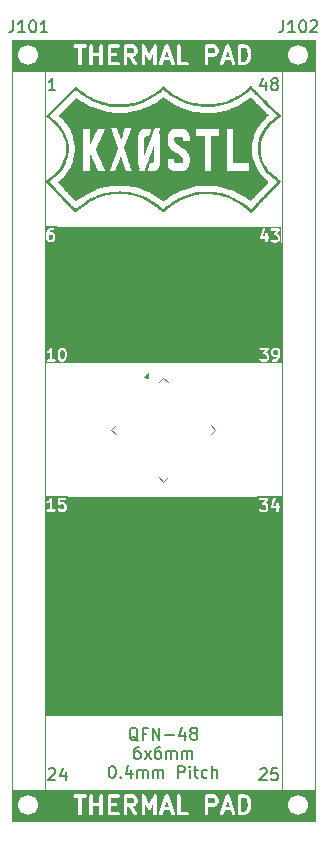
<source format=gto>
G04 #@! TF.GenerationSoftware,KiCad,Pcbnew,9.0.6*
G04 #@! TF.CreationDate,2026-01-07T12:02:34-06:00*
G04 #@! TF.ProjectId,QFN-48_6x6_P0.4,51464e2d-3438-45f3-9678-365f50302e34,rev?*
G04 #@! TF.SameCoordinates,Original*
G04 #@! TF.FileFunction,Legend,Top*
G04 #@! TF.FilePolarity,Positive*
%FSLAX46Y46*%
G04 Gerber Fmt 4.6, Leading zero omitted, Abs format (unit mm)*
G04 Created by KiCad (PCBNEW 9.0.6) date 2026-01-07 12:02:34*
%MOMM*%
%LPD*%
G01*
G04 APERTURE LIST*
G04 Aperture macros list*
%AMRoundRect*
0 Rectangle with rounded corners*
0 $1 Rounding radius*
0 $2 $3 $4 $5 $6 $7 $8 $9 X,Y pos of 4 corners*
0 Add a 4 corners polygon primitive as box body*
4,1,4,$2,$3,$4,$5,$6,$7,$8,$9,$2,$3,0*
0 Add four circle primitives for the rounded corners*
1,1,$1+$1,$2,$3*
1,1,$1+$1,$4,$5*
1,1,$1+$1,$6,$7*
1,1,$1+$1,$8,$9*
0 Add four rect primitives between the rounded corners*
20,1,$1+$1,$2,$3,$4,$5,0*
20,1,$1+$1,$4,$5,$6,$7,0*
20,1,$1+$1,$6,$7,$8,$9,0*
20,1,$1+$1,$8,$9,$2,$3,0*%
%AMRotRect*
0 Rectangle, with rotation*
0 The origin of the aperture is its center*
0 $1 length*
0 $2 width*
0 $3 Rotation angle, in degrees counterclockwise*
0 Add horizontal line*
21,1,$1,$2,0,0,$3*%
G04 Aperture macros list end*
%ADD10C,0.100000*%
%ADD11C,0.200000*%
%ADD12C,0.300000*%
%ADD13C,0.150000*%
%ADD14C,0.120000*%
%ADD15C,0.000000*%
%ADD16RoundRect,0.050000X-0.424264X0.353553X0.353553X-0.424264X0.424264X-0.353553X-0.353553X0.424264X0*%
%ADD17RoundRect,0.050000X-0.424264X-0.353553X-0.353553X-0.424264X0.424264X0.353553X0.353553X0.424264X0*%
%ADD18RotRect,4.300000X4.300000X315.000000*%
%ADD19C,1.700000*%
%ADD20R,1.700000X1.700000*%
G04 APERTURE END LIST*
D10*
X130362000Y-126323000D02*
X146418000Y-126323000D01*
X146418000Y-135010000D01*
X130362000Y-135010000D01*
X130362000Y-126323000D01*
G36*
X130362000Y-126323000D02*
G01*
X146418000Y-126323000D01*
X146418000Y-135010000D01*
X130362000Y-135010000D01*
X130362000Y-126323000D01*
G37*
X130357355Y-106256355D02*
X146453355Y-106256355D01*
X146453355Y-114943355D01*
X130357355Y-114943355D01*
X130357355Y-106256355D01*
G36*
X130357355Y-106256355D02*
G01*
X146453355Y-106256355D01*
X146453355Y-114943355D01*
X130357355Y-114943355D01*
X130357355Y-106256355D01*
G37*
X129387000Y-103480000D02*
X146483000Y-103480000D01*
X146483000Y-112167000D01*
X129387000Y-112167000D01*
X129387000Y-103480000D01*
G36*
X129387000Y-103480000D02*
G01*
X146483000Y-103480000D01*
X146483000Y-112167000D01*
X129387000Y-112167000D01*
X129387000Y-103480000D01*
G37*
D11*
G36*
X148429056Y-104903330D02*
G01*
X146483810Y-104903330D01*
X146483810Y-104346378D01*
X146594921Y-104346378D01*
X146596057Y-104362362D01*
X146596057Y-104378394D01*
X146597432Y-104381714D01*
X146597687Y-104385298D01*
X146604854Y-104399633D01*
X146610989Y-104414442D01*
X146613529Y-104416982D01*
X146615137Y-104420197D01*
X146627248Y-104430701D01*
X146638579Y-104442032D01*
X146641897Y-104443406D01*
X146644613Y-104445762D01*
X146659822Y-104450831D01*
X146674627Y-104456964D01*
X146679727Y-104457466D01*
X146681629Y-104458100D01*
X146684262Y-104457912D01*
X146694136Y-104458885D01*
X147070326Y-104458885D01*
X147070326Y-104692219D01*
X147072247Y-104711728D01*
X147087179Y-104747776D01*
X147114769Y-104775366D01*
X147150817Y-104790298D01*
X147189835Y-104790298D01*
X147225883Y-104775366D01*
X147253473Y-104747776D01*
X147268405Y-104711728D01*
X147270326Y-104692219D01*
X147270326Y-104458885D01*
X147313183Y-104458885D01*
X147332692Y-104456964D01*
X147368740Y-104442032D01*
X147396330Y-104414442D01*
X147411262Y-104378394D01*
X147411262Y-104339376D01*
X147396330Y-104303328D01*
X147368740Y-104275738D01*
X147332692Y-104260806D01*
X147313183Y-104258885D01*
X147270326Y-104258885D01*
X147270326Y-104025552D01*
X147268405Y-104006043D01*
X147253473Y-103969995D01*
X147225883Y-103942405D01*
X147189835Y-103927473D01*
X147150817Y-103927473D01*
X147114769Y-103942405D01*
X147087179Y-103969995D01*
X147072247Y-104006043D01*
X147070326Y-104025552D01*
X147070326Y-104258885D01*
X146832878Y-104258885D01*
X147027099Y-103676223D01*
X147027898Y-103672710D01*
X147500819Y-103672710D01*
X147500819Y-103711728D01*
X147515751Y-103747776D01*
X147543341Y-103775366D01*
X147579389Y-103790298D01*
X147598898Y-103792219D01*
X147997568Y-103792219D01*
X147809354Y-104007321D01*
X147803324Y-104015754D01*
X147801465Y-104017614D01*
X147800734Y-104019377D01*
X147797953Y-104023268D01*
X147792748Y-104038656D01*
X147786533Y-104053662D01*
X147786533Y-104057035D01*
X147785453Y-104060229D01*
X147786533Y-104076431D01*
X147786533Y-104092680D01*
X147787823Y-104095795D01*
X147788048Y-104099161D01*
X147795248Y-104113721D01*
X147801465Y-104128728D01*
X147803849Y-104131112D01*
X147805345Y-104134136D01*
X147817570Y-104144833D01*
X147829055Y-104156318D01*
X147832169Y-104157608D01*
X147834709Y-104159830D01*
X147850097Y-104165034D01*
X147865103Y-104171250D01*
X147869862Y-104171718D01*
X147871670Y-104172330D01*
X147874294Y-104172155D01*
X147884612Y-104173171D01*
X148003862Y-104173171D01*
X148063471Y-104202976D01*
X148088140Y-104227644D01*
X148117945Y-104287254D01*
X148117945Y-104478135D01*
X148088140Y-104537743D01*
X148063471Y-104562413D01*
X148003862Y-104592219D01*
X147765362Y-104592219D01*
X147705752Y-104562414D01*
X147669609Y-104526270D01*
X147654456Y-104513833D01*
X147618408Y-104498902D01*
X147579390Y-104498901D01*
X147543341Y-104513832D01*
X147515751Y-104541422D01*
X147500820Y-104577470D01*
X147500819Y-104616488D01*
X147515750Y-104652537D01*
X147528187Y-104667690D01*
X147575805Y-104715310D01*
X147583473Y-104721603D01*
X147585205Y-104723600D01*
X147588213Y-104725493D01*
X147590959Y-104727747D01*
X147593399Y-104728757D01*
X147601796Y-104734043D01*
X147697033Y-104781662D01*
X147715342Y-104788668D01*
X147718925Y-104788922D01*
X147722246Y-104790298D01*
X147741755Y-104792219D01*
X148027469Y-104792219D01*
X148046978Y-104790298D01*
X148050298Y-104788922D01*
X148053882Y-104788668D01*
X148072190Y-104781662D01*
X148167428Y-104734043D01*
X148175823Y-104728758D01*
X148178265Y-104727747D01*
X148181012Y-104725491D01*
X148184018Y-104723600D01*
X148185748Y-104721605D01*
X148193418Y-104715310D01*
X148241037Y-104667690D01*
X148247329Y-104660023D01*
X148249326Y-104658292D01*
X148251219Y-104655284D01*
X148253474Y-104652537D01*
X148254485Y-104650095D01*
X148259769Y-104641701D01*
X148307388Y-104546464D01*
X148314394Y-104528155D01*
X148314648Y-104524571D01*
X148316024Y-104521251D01*
X148317945Y-104501742D01*
X148317945Y-104263647D01*
X148316024Y-104244138D01*
X148314648Y-104240817D01*
X148314394Y-104237234D01*
X148307388Y-104218925D01*
X148259769Y-104123688D01*
X148254483Y-104115291D01*
X148253473Y-104112851D01*
X148251219Y-104110105D01*
X148249326Y-104107097D01*
X148247328Y-104105364D01*
X148241036Y-104097698D01*
X148193418Y-104050079D01*
X148185747Y-104043784D01*
X148184018Y-104041790D01*
X148181010Y-104039896D01*
X148178264Y-104037643D01*
X148175824Y-104036632D01*
X148167428Y-104031347D01*
X148088580Y-103991923D01*
X148293203Y-103758069D01*
X148299232Y-103749635D01*
X148301092Y-103747776D01*
X148301822Y-103746012D01*
X148304604Y-103742122D01*
X148309808Y-103726733D01*
X148316024Y-103711728D01*
X148316024Y-103708354D01*
X148317104Y-103705161D01*
X148316024Y-103688958D01*
X148316024Y-103672710D01*
X148314733Y-103669594D01*
X148314509Y-103666229D01*
X148307306Y-103651663D01*
X148301092Y-103636662D01*
X148298708Y-103634278D01*
X148297213Y-103631254D01*
X148284979Y-103620549D01*
X148273502Y-103609072D01*
X148270388Y-103607782D01*
X148267849Y-103605560D01*
X148252457Y-103600354D01*
X148237454Y-103594140D01*
X148232694Y-103593671D01*
X148230887Y-103593060D01*
X148228262Y-103593234D01*
X148217945Y-103592219D01*
X147598898Y-103592219D01*
X147579389Y-103594140D01*
X147543341Y-103609072D01*
X147515751Y-103636662D01*
X147500819Y-103672710D01*
X147027898Y-103672710D01*
X147031446Y-103657108D01*
X147028680Y-103618188D01*
X147011230Y-103583289D01*
X146981754Y-103557724D01*
X146944738Y-103545385D01*
X146905818Y-103548152D01*
X146870919Y-103565601D01*
X146845354Y-103595077D01*
X146837363Y-103612978D01*
X146599268Y-104327262D01*
X146597068Y-104336933D01*
X146596057Y-104339376D01*
X146596057Y-104341382D01*
X146594921Y-104346378D01*
X146483810Y-104346378D01*
X146483810Y-103434274D01*
X148429056Y-103434274D01*
X148429056Y-104903330D01*
G37*
G36*
X129039008Y-104152976D02*
G01*
X129063677Y-104177644D01*
X129093482Y-104237254D01*
X129093482Y-104428135D01*
X129063677Y-104487743D01*
X129039008Y-104512413D01*
X128979399Y-104542219D01*
X128836137Y-104542219D01*
X128776527Y-104512414D01*
X128751860Y-104487746D01*
X128722054Y-104428134D01*
X128722054Y-104237254D01*
X128751859Y-104177644D01*
X128776527Y-104152975D01*
X128836137Y-104123171D01*
X128979399Y-104123171D01*
X129039008Y-104152976D01*
G37*
G36*
X129404593Y-104853330D02*
G01*
X128410943Y-104853330D01*
X128410943Y-104070790D01*
X128522054Y-104070790D01*
X128522054Y-104451742D01*
X128523975Y-104471251D01*
X128525350Y-104474571D01*
X128525605Y-104478155D01*
X128532611Y-104496463D01*
X128580230Y-104591701D01*
X128585513Y-104600093D01*
X128586525Y-104602537D01*
X128588781Y-104605286D01*
X128590673Y-104608291D01*
X128592667Y-104610020D01*
X128598962Y-104617690D01*
X128646580Y-104665310D01*
X128654248Y-104671603D01*
X128655980Y-104673600D01*
X128658988Y-104675493D01*
X128661734Y-104677747D01*
X128664174Y-104678757D01*
X128672571Y-104684043D01*
X128767808Y-104731662D01*
X128786117Y-104738668D01*
X128789700Y-104738922D01*
X128793021Y-104740298D01*
X128812530Y-104742219D01*
X129003006Y-104742219D01*
X129022515Y-104740298D01*
X129025835Y-104738922D01*
X129029419Y-104738668D01*
X129047727Y-104731662D01*
X129142965Y-104684043D01*
X129151360Y-104678758D01*
X129153802Y-104677747D01*
X129156549Y-104675491D01*
X129159555Y-104673600D01*
X129161285Y-104671605D01*
X129168955Y-104665310D01*
X129216574Y-104617690D01*
X129222866Y-104610023D01*
X129224863Y-104608292D01*
X129226756Y-104605284D01*
X129229011Y-104602537D01*
X129230022Y-104600095D01*
X129235306Y-104591701D01*
X129282925Y-104496464D01*
X129289931Y-104478155D01*
X129290185Y-104474571D01*
X129291561Y-104471251D01*
X129293482Y-104451742D01*
X129293482Y-104213647D01*
X129291561Y-104194138D01*
X129290185Y-104190817D01*
X129289931Y-104187234D01*
X129282925Y-104168925D01*
X129235306Y-104073688D01*
X129230020Y-104065291D01*
X129229010Y-104062851D01*
X129226756Y-104060105D01*
X129224863Y-104057097D01*
X129222865Y-104055364D01*
X129216573Y-104047698D01*
X129168955Y-104000079D01*
X129161284Y-103993784D01*
X129159555Y-103991790D01*
X129156547Y-103989896D01*
X129153801Y-103987643D01*
X129151361Y-103986632D01*
X129142965Y-103981347D01*
X129047727Y-103933728D01*
X129029419Y-103926722D01*
X129025835Y-103926467D01*
X129022515Y-103925092D01*
X129003006Y-103923171D01*
X128812530Y-103923171D01*
X128793021Y-103925092D01*
X128789700Y-103926467D01*
X128786117Y-103926722D01*
X128767808Y-103933728D01*
X128758195Y-103938534D01*
X128762486Y-103921372D01*
X128842622Y-103801167D01*
X128871765Y-103772023D01*
X128931375Y-103742219D01*
X129098244Y-103742219D01*
X129117753Y-103740298D01*
X129153801Y-103725366D01*
X129181391Y-103697776D01*
X129196323Y-103661728D01*
X129196323Y-103622710D01*
X129181391Y-103586662D01*
X129153801Y-103559072D01*
X129117753Y-103544140D01*
X129098244Y-103542219D01*
X128907768Y-103542219D01*
X128888259Y-103544140D01*
X128884938Y-103545515D01*
X128881355Y-103545770D01*
X128863046Y-103552776D01*
X128767809Y-103600395D01*
X128759412Y-103605680D01*
X128756972Y-103606691D01*
X128754226Y-103608944D01*
X128751218Y-103610838D01*
X128749485Y-103612835D01*
X128741819Y-103619128D01*
X128694200Y-103666746D01*
X128694155Y-103666800D01*
X128694126Y-103666820D01*
X128687944Y-103674368D01*
X128681764Y-103681900D01*
X128681750Y-103681932D01*
X128681706Y-103681987D01*
X128586468Y-103824844D01*
X128580725Y-103835613D01*
X128579254Y-103837600D01*
X128578416Y-103839945D01*
X128577245Y-103842142D01*
X128576765Y-103844565D01*
X128572659Y-103856061D01*
X128525040Y-104046536D01*
X128524539Y-104049917D01*
X128523975Y-104051281D01*
X128523251Y-104058631D01*
X128522172Y-104065929D01*
X128522389Y-104067387D01*
X128522054Y-104070790D01*
X128410943Y-104070790D01*
X128410943Y-103431108D01*
X129404593Y-103431108D01*
X129404593Y-104853330D01*
G37*
G36*
X130366974Y-127693330D02*
G01*
X128421728Y-127693330D01*
X128421728Y-126755426D01*
X128532839Y-126755426D01*
X128535605Y-126794346D01*
X128553054Y-126829245D01*
X128582531Y-126854809D01*
X128619547Y-126867148D01*
X128658467Y-126864382D01*
X128676775Y-126857376D01*
X128772013Y-126809757D01*
X128780409Y-126804471D01*
X128782849Y-126803461D01*
X128785595Y-126801207D01*
X128788603Y-126799314D01*
X128790332Y-126797319D01*
X128798003Y-126791025D01*
X128817768Y-126771260D01*
X128817768Y-127382219D01*
X128632054Y-127382219D01*
X128612545Y-127384140D01*
X128576497Y-127399072D01*
X128548907Y-127426662D01*
X128533975Y-127462710D01*
X128533975Y-127501728D01*
X128548907Y-127537776D01*
X128576497Y-127565366D01*
X128612545Y-127580298D01*
X128632054Y-127582219D01*
X129203482Y-127582219D01*
X129222991Y-127580298D01*
X129259039Y-127565366D01*
X129286629Y-127537776D01*
X129301561Y-127501728D01*
X129301561Y-127462710D01*
X129286629Y-127426662D01*
X129259039Y-127399072D01*
X129222991Y-127384140D01*
X129203482Y-127382219D01*
X129017768Y-127382219D01*
X129017768Y-126968062D01*
X129484902Y-126968062D01*
X129486356Y-126972880D01*
X129486356Y-126977918D01*
X129491952Y-126991427D01*
X129496173Y-127005417D01*
X129499360Y-127009313D01*
X129501288Y-127013966D01*
X129511624Y-127024302D01*
X129520880Y-127035615D01*
X129525317Y-127037995D01*
X129528878Y-127041556D01*
X129542383Y-127047150D01*
X129555264Y-127054060D01*
X129560273Y-127054560D01*
X129564926Y-127056488D01*
X129579547Y-127056488D01*
X129594088Y-127057942D01*
X129598907Y-127056488D01*
X129603944Y-127056488D01*
X129617453Y-127050891D01*
X129631443Y-127046671D01*
X129635339Y-127043483D01*
X129639992Y-127041556D01*
X129655146Y-127029120D01*
X129691289Y-126992975D01*
X129750899Y-126963171D01*
X129941780Y-126963171D01*
X130001389Y-126992976D01*
X130026058Y-127017644D01*
X130055863Y-127077254D01*
X130055863Y-127268135D01*
X130026058Y-127327743D01*
X130001389Y-127352413D01*
X129941780Y-127382219D01*
X129750899Y-127382219D01*
X129691289Y-127352414D01*
X129655146Y-127316270D01*
X129639993Y-127303833D01*
X129603945Y-127288902D01*
X129564927Y-127288901D01*
X129528878Y-127303832D01*
X129501288Y-127331422D01*
X129486357Y-127367470D01*
X129486356Y-127406488D01*
X129501287Y-127442537D01*
X129513724Y-127457690D01*
X129561342Y-127505310D01*
X129569010Y-127511603D01*
X129570742Y-127513600D01*
X129573750Y-127515493D01*
X129576496Y-127517747D01*
X129578936Y-127518757D01*
X129587333Y-127524043D01*
X129682570Y-127571662D01*
X129700879Y-127578668D01*
X129704462Y-127578922D01*
X129707783Y-127580298D01*
X129727292Y-127582219D01*
X129965387Y-127582219D01*
X129984896Y-127580298D01*
X129988216Y-127578922D01*
X129991800Y-127578668D01*
X130010108Y-127571662D01*
X130105346Y-127524043D01*
X130113741Y-127518758D01*
X130116183Y-127517747D01*
X130118930Y-127515491D01*
X130121936Y-127513600D01*
X130123666Y-127511605D01*
X130131336Y-127505310D01*
X130178955Y-127457690D01*
X130185247Y-127450023D01*
X130187244Y-127448292D01*
X130189137Y-127445284D01*
X130191392Y-127442537D01*
X130192403Y-127440095D01*
X130197687Y-127431701D01*
X130245306Y-127336464D01*
X130252312Y-127318155D01*
X130252566Y-127314571D01*
X130253942Y-127311251D01*
X130255863Y-127291742D01*
X130255863Y-127053647D01*
X130253942Y-127034138D01*
X130252566Y-127030817D01*
X130252312Y-127027234D01*
X130245306Y-127008925D01*
X130197687Y-126913688D01*
X130192401Y-126905291D01*
X130191391Y-126902851D01*
X130189137Y-126900105D01*
X130187244Y-126897097D01*
X130185246Y-126895364D01*
X130178954Y-126887698D01*
X130131336Y-126840079D01*
X130123665Y-126833784D01*
X130121936Y-126831790D01*
X130118928Y-126829896D01*
X130116182Y-126827643D01*
X130113742Y-126826632D01*
X130105346Y-126821347D01*
X130010108Y-126773728D01*
X129991800Y-126766722D01*
X129988216Y-126766467D01*
X129984896Y-126765092D01*
X129965387Y-126763171D01*
X129727292Y-126763171D01*
X129707783Y-126765092D01*
X129704462Y-126766467D01*
X129704125Y-126766491D01*
X129722553Y-126582219D01*
X130108244Y-126582219D01*
X130127753Y-126580298D01*
X130163801Y-126565366D01*
X130191391Y-126537776D01*
X130206323Y-126501728D01*
X130206323Y-126462710D01*
X130191391Y-126426662D01*
X130163801Y-126399072D01*
X130127753Y-126384140D01*
X130108244Y-126382219D01*
X129632054Y-126382219D01*
X129624837Y-126382929D01*
X129622401Y-126382686D01*
X129620022Y-126383403D01*
X129612545Y-126384140D01*
X129599035Y-126389736D01*
X129585046Y-126393957D01*
X129581149Y-126397144D01*
X129576497Y-126399072D01*
X129566160Y-126409408D01*
X129554848Y-126418664D01*
X129552467Y-126423101D01*
X129548907Y-126426662D01*
X129543312Y-126440167D01*
X129536403Y-126453048D01*
X129534926Y-126460412D01*
X129533975Y-126462710D01*
X129533975Y-126465160D01*
X129532550Y-126472269D01*
X129484931Y-126948459D01*
X129484902Y-126968062D01*
X129017768Y-126968062D01*
X129017768Y-126482219D01*
X129017761Y-126482148D01*
X129017768Y-126482114D01*
X129017747Y-126482012D01*
X129015847Y-126462710D01*
X129012057Y-126453561D01*
X129010116Y-126443854D01*
X129004664Y-126435713D01*
X129000915Y-126426662D01*
X128993915Y-126419662D01*
X128988405Y-126411434D01*
X128980250Y-126405997D01*
X128973325Y-126399072D01*
X128964181Y-126395284D01*
X128955940Y-126389790D01*
X128946326Y-126387888D01*
X128937277Y-126384140D01*
X128927376Y-126384140D01*
X128917664Y-126382219D01*
X128908059Y-126384140D01*
X128898259Y-126384140D01*
X128889110Y-126387929D01*
X128879403Y-126389871D01*
X128871262Y-126395322D01*
X128862211Y-126399072D01*
X128855211Y-126406071D01*
X128846983Y-126411582D01*
X128834694Y-126426588D01*
X128834621Y-126426662D01*
X128834607Y-126426694D01*
X128834563Y-126426749D01*
X128744819Y-126561365D01*
X128668055Y-126638128D01*
X128587333Y-126678490D01*
X128570742Y-126688933D01*
X128545178Y-126718410D01*
X128532839Y-126755426D01*
X128421728Y-126755426D01*
X128421728Y-126271108D01*
X130366974Y-126271108D01*
X130366974Y-127693330D01*
G37*
G36*
X148434754Y-127743330D02*
G01*
X146397327Y-127743330D01*
X146397327Y-126512710D01*
X146508438Y-126512710D01*
X146508438Y-126551728D01*
X146523370Y-126587776D01*
X146550960Y-126615366D01*
X146587008Y-126630298D01*
X146606517Y-126632219D01*
X147005187Y-126632219D01*
X146816973Y-126847321D01*
X146810943Y-126855754D01*
X146809084Y-126857614D01*
X146808353Y-126859377D01*
X146805572Y-126863268D01*
X146800367Y-126878656D01*
X146794152Y-126893662D01*
X146794152Y-126897035D01*
X146793072Y-126900229D01*
X146794152Y-126916431D01*
X146794152Y-126932680D01*
X146795442Y-126935795D01*
X146795667Y-126939161D01*
X146802867Y-126953721D01*
X146809084Y-126968728D01*
X146811468Y-126971112D01*
X146812964Y-126974136D01*
X146825189Y-126984833D01*
X146836674Y-126996318D01*
X146839788Y-126997608D01*
X146842328Y-126999830D01*
X146857716Y-127005034D01*
X146872722Y-127011250D01*
X146877481Y-127011718D01*
X146879289Y-127012330D01*
X146881913Y-127012155D01*
X146892231Y-127013171D01*
X147011481Y-127013171D01*
X147071090Y-127042976D01*
X147095759Y-127067644D01*
X147125564Y-127127254D01*
X147125564Y-127318135D01*
X147095759Y-127377743D01*
X147071090Y-127402413D01*
X147011481Y-127432219D01*
X146772981Y-127432219D01*
X146713371Y-127402414D01*
X146677228Y-127366270D01*
X146662075Y-127353833D01*
X146626027Y-127338902D01*
X146587009Y-127338901D01*
X146550960Y-127353832D01*
X146523370Y-127381422D01*
X146508439Y-127417470D01*
X146508438Y-127456488D01*
X146523369Y-127492537D01*
X146535806Y-127507690D01*
X146583424Y-127555310D01*
X146591092Y-127561603D01*
X146592824Y-127563600D01*
X146595832Y-127565493D01*
X146598578Y-127567747D01*
X146601018Y-127568757D01*
X146609415Y-127574043D01*
X146704652Y-127621662D01*
X146722961Y-127628668D01*
X146726544Y-127628922D01*
X146729865Y-127630298D01*
X146749374Y-127632219D01*
X147035088Y-127632219D01*
X147054597Y-127630298D01*
X147057917Y-127628922D01*
X147061501Y-127628668D01*
X147079809Y-127621662D01*
X147175047Y-127574043D01*
X147183442Y-127568758D01*
X147185884Y-127567747D01*
X147188631Y-127565491D01*
X147191637Y-127563600D01*
X147193367Y-127561605D01*
X147201037Y-127555310D01*
X147248656Y-127507690D01*
X147254948Y-127500023D01*
X147256945Y-127498292D01*
X147258838Y-127495284D01*
X147261093Y-127492537D01*
X147262104Y-127490095D01*
X147267388Y-127481701D01*
X147315007Y-127386464D01*
X147322013Y-127368155D01*
X147322267Y-127364571D01*
X147323643Y-127361251D01*
X147325564Y-127341742D01*
X147325564Y-127186378D01*
X147507302Y-127186378D01*
X147508438Y-127202362D01*
X147508438Y-127218394D01*
X147509813Y-127221714D01*
X147510068Y-127225298D01*
X147517235Y-127239633D01*
X147523370Y-127254442D01*
X147525910Y-127256982D01*
X147527518Y-127260197D01*
X147539629Y-127270701D01*
X147550960Y-127282032D01*
X147554278Y-127283406D01*
X147556994Y-127285762D01*
X147572203Y-127290831D01*
X147587008Y-127296964D01*
X147592108Y-127297466D01*
X147594010Y-127298100D01*
X147596643Y-127297912D01*
X147606517Y-127298885D01*
X147982707Y-127298885D01*
X147982707Y-127532219D01*
X147984628Y-127551728D01*
X147999560Y-127587776D01*
X148027150Y-127615366D01*
X148063198Y-127630298D01*
X148102216Y-127630298D01*
X148138264Y-127615366D01*
X148165854Y-127587776D01*
X148180786Y-127551728D01*
X148182707Y-127532219D01*
X148182707Y-127298885D01*
X148225564Y-127298885D01*
X148245073Y-127296964D01*
X148281121Y-127282032D01*
X148308711Y-127254442D01*
X148323643Y-127218394D01*
X148323643Y-127179376D01*
X148308711Y-127143328D01*
X148281121Y-127115738D01*
X148245073Y-127100806D01*
X148225564Y-127098885D01*
X148182707Y-127098885D01*
X148182707Y-126865552D01*
X148180786Y-126846043D01*
X148165854Y-126809995D01*
X148138264Y-126782405D01*
X148102216Y-126767473D01*
X148063198Y-126767473D01*
X148027150Y-126782405D01*
X147999560Y-126809995D01*
X147984628Y-126846043D01*
X147982707Y-126865552D01*
X147982707Y-127098885D01*
X147745259Y-127098885D01*
X147939480Y-126516223D01*
X147943827Y-126497108D01*
X147941061Y-126458188D01*
X147923611Y-126423289D01*
X147894135Y-126397724D01*
X147857119Y-126385385D01*
X147818199Y-126388152D01*
X147783300Y-126405601D01*
X147757735Y-126435077D01*
X147749744Y-126452978D01*
X147511649Y-127167262D01*
X147509449Y-127176933D01*
X147508438Y-127179376D01*
X147508438Y-127181382D01*
X147507302Y-127186378D01*
X147325564Y-127186378D01*
X147325564Y-127103647D01*
X147323643Y-127084138D01*
X147322267Y-127080817D01*
X147322013Y-127077234D01*
X147315007Y-127058925D01*
X147267388Y-126963688D01*
X147262102Y-126955291D01*
X147261092Y-126952851D01*
X147258838Y-126950105D01*
X147256945Y-126947097D01*
X147254947Y-126945364D01*
X147248655Y-126937698D01*
X147201037Y-126890079D01*
X147193366Y-126883784D01*
X147191637Y-126881790D01*
X147188629Y-126879896D01*
X147185883Y-126877643D01*
X147183443Y-126876632D01*
X147175047Y-126871347D01*
X147096199Y-126831923D01*
X147300822Y-126598069D01*
X147306851Y-126589635D01*
X147308711Y-126587776D01*
X147309441Y-126586012D01*
X147312223Y-126582122D01*
X147317427Y-126566733D01*
X147323643Y-126551728D01*
X147323643Y-126548354D01*
X147324723Y-126545161D01*
X147323643Y-126528958D01*
X147323643Y-126512710D01*
X147322352Y-126509594D01*
X147322128Y-126506229D01*
X147314925Y-126491663D01*
X147308711Y-126476662D01*
X147306327Y-126474278D01*
X147304832Y-126471254D01*
X147292598Y-126460549D01*
X147281121Y-126449072D01*
X147278007Y-126447782D01*
X147275468Y-126445560D01*
X147260076Y-126440354D01*
X147245073Y-126434140D01*
X147240313Y-126433671D01*
X147238506Y-126433060D01*
X147235881Y-126433234D01*
X147225564Y-126432219D01*
X146606517Y-126432219D01*
X146587008Y-126434140D01*
X146550960Y-126449072D01*
X146523370Y-126476662D01*
X146508438Y-126512710D01*
X146397327Y-126512710D01*
X146397327Y-126274274D01*
X148434754Y-126274274D01*
X148434754Y-127743330D01*
G37*
G36*
X129963770Y-113912024D02*
G01*
X129988439Y-113936692D01*
X130023892Y-114007599D01*
X130065863Y-114175480D01*
X130065863Y-114388956D01*
X130023892Y-114556837D01*
X129988439Y-114627743D01*
X129963770Y-114652413D01*
X129904161Y-114682219D01*
X129856137Y-114682219D01*
X129796527Y-114652414D01*
X129771860Y-114627746D01*
X129736405Y-114556837D01*
X129694435Y-114388956D01*
X129694435Y-114175481D01*
X129736405Y-114007599D01*
X129771859Y-113936692D01*
X129796527Y-113912023D01*
X129856137Y-113882219D01*
X129904161Y-113882219D01*
X129963770Y-113912024D01*
G37*
G36*
X130376974Y-114993330D02*
G01*
X128431728Y-114993330D01*
X128431728Y-114055426D01*
X128542839Y-114055426D01*
X128545605Y-114094346D01*
X128563054Y-114129245D01*
X128592531Y-114154809D01*
X128629547Y-114167148D01*
X128668467Y-114164382D01*
X128686775Y-114157376D01*
X128782013Y-114109757D01*
X128790409Y-114104471D01*
X128792849Y-114103461D01*
X128795595Y-114101207D01*
X128798603Y-114099314D01*
X128800332Y-114097319D01*
X128808003Y-114091025D01*
X128827768Y-114071260D01*
X128827768Y-114682219D01*
X128642054Y-114682219D01*
X128622545Y-114684140D01*
X128586497Y-114699072D01*
X128558907Y-114726662D01*
X128543975Y-114762710D01*
X128543975Y-114801728D01*
X128558907Y-114837776D01*
X128586497Y-114865366D01*
X128622545Y-114880298D01*
X128642054Y-114882219D01*
X129213482Y-114882219D01*
X129232991Y-114880298D01*
X129269039Y-114865366D01*
X129296629Y-114837776D01*
X129311561Y-114801728D01*
X129311561Y-114762710D01*
X129296629Y-114726662D01*
X129269039Y-114699072D01*
X129232991Y-114684140D01*
X129213482Y-114682219D01*
X129027768Y-114682219D01*
X129027768Y-114163171D01*
X129494435Y-114163171D01*
X129494435Y-114401266D01*
X129494770Y-114404668D01*
X129494553Y-114406127D01*
X129495632Y-114413424D01*
X129496356Y-114420775D01*
X129496920Y-114422138D01*
X129497421Y-114425520D01*
X129545040Y-114615995D01*
X129545553Y-114617432D01*
X129545605Y-114618155D01*
X129548713Y-114626279D01*
X129551635Y-114634456D01*
X129552065Y-114635036D01*
X129552611Y-114636463D01*
X129600230Y-114731701D01*
X129605513Y-114740093D01*
X129606525Y-114742537D01*
X129608781Y-114745286D01*
X129610673Y-114748291D01*
X129612667Y-114750020D01*
X129618962Y-114757690D01*
X129666580Y-114805310D01*
X129674248Y-114811603D01*
X129675980Y-114813600D01*
X129678988Y-114815493D01*
X129681734Y-114817747D01*
X129684174Y-114818757D01*
X129692571Y-114824043D01*
X129787808Y-114871662D01*
X129806117Y-114878668D01*
X129809700Y-114878922D01*
X129813021Y-114880298D01*
X129832530Y-114882219D01*
X129927768Y-114882219D01*
X129947277Y-114880298D01*
X129950597Y-114878922D01*
X129954181Y-114878668D01*
X129972489Y-114871662D01*
X130067727Y-114824043D01*
X130076122Y-114818758D01*
X130078564Y-114817747D01*
X130081311Y-114815491D01*
X130084317Y-114813600D01*
X130086047Y-114811605D01*
X130093717Y-114805310D01*
X130141336Y-114757690D01*
X130147628Y-114750023D01*
X130149625Y-114748292D01*
X130151518Y-114745284D01*
X130153773Y-114742537D01*
X130154784Y-114740095D01*
X130160068Y-114731701D01*
X130207687Y-114636464D01*
X130208233Y-114635035D01*
X130208663Y-114634456D01*
X130211584Y-114626279D01*
X130214693Y-114618155D01*
X130214744Y-114617434D01*
X130215258Y-114615996D01*
X130262877Y-114425520D01*
X130263377Y-114422138D01*
X130263942Y-114420775D01*
X130264665Y-114413424D01*
X130265745Y-114406127D01*
X130265527Y-114404668D01*
X130265863Y-114401266D01*
X130265863Y-114163171D01*
X130265527Y-114159768D01*
X130265745Y-114158310D01*
X130264665Y-114151012D01*
X130263942Y-114143662D01*
X130263377Y-114142298D01*
X130262877Y-114138917D01*
X130215258Y-113948441D01*
X130214744Y-113947002D01*
X130214693Y-113946282D01*
X130211584Y-113938157D01*
X130208663Y-113929981D01*
X130208233Y-113929401D01*
X130207687Y-113927973D01*
X130160068Y-113832736D01*
X130154782Y-113824339D01*
X130153772Y-113821899D01*
X130151518Y-113819153D01*
X130149625Y-113816145D01*
X130147627Y-113814412D01*
X130141335Y-113806746D01*
X130093717Y-113759127D01*
X130086046Y-113752832D01*
X130084317Y-113750838D01*
X130081309Y-113748944D01*
X130078563Y-113746691D01*
X130076123Y-113745680D01*
X130067727Y-113740395D01*
X129972489Y-113692776D01*
X129954181Y-113685770D01*
X129950597Y-113685515D01*
X129947277Y-113684140D01*
X129927768Y-113682219D01*
X129832530Y-113682219D01*
X129813021Y-113684140D01*
X129809700Y-113685515D01*
X129806117Y-113685770D01*
X129787808Y-113692776D01*
X129692571Y-113740395D01*
X129684174Y-113745680D01*
X129681734Y-113746691D01*
X129678988Y-113748944D01*
X129675980Y-113750838D01*
X129674247Y-113752835D01*
X129666581Y-113759128D01*
X129618962Y-113806746D01*
X129612667Y-113814416D01*
X129610673Y-113816146D01*
X129608779Y-113819153D01*
X129606526Y-113821900D01*
X129605515Y-113824339D01*
X129600230Y-113832736D01*
X129552611Y-113927974D01*
X129552065Y-113929400D01*
X129551635Y-113929981D01*
X129548713Y-113938157D01*
X129545605Y-113946282D01*
X129545553Y-113947004D01*
X129545040Y-113948442D01*
X129497421Y-114138917D01*
X129496920Y-114142298D01*
X129496356Y-114143662D01*
X129495632Y-114151012D01*
X129494553Y-114158310D01*
X129494770Y-114159768D01*
X129494435Y-114163171D01*
X129027768Y-114163171D01*
X129027768Y-113782219D01*
X129027761Y-113782148D01*
X129027768Y-113782114D01*
X129027747Y-113782012D01*
X129025847Y-113762710D01*
X129022057Y-113753561D01*
X129020116Y-113743854D01*
X129014664Y-113735713D01*
X129010915Y-113726662D01*
X129003915Y-113719662D01*
X128998405Y-113711434D01*
X128990250Y-113705997D01*
X128983325Y-113699072D01*
X128974181Y-113695284D01*
X128965940Y-113689790D01*
X128956326Y-113687888D01*
X128947277Y-113684140D01*
X128937376Y-113684140D01*
X128927664Y-113682219D01*
X128918059Y-113684140D01*
X128908259Y-113684140D01*
X128899110Y-113687929D01*
X128889403Y-113689871D01*
X128881262Y-113695322D01*
X128872211Y-113699072D01*
X128865211Y-113706071D01*
X128856983Y-113711582D01*
X128844694Y-113726588D01*
X128844621Y-113726662D01*
X128844607Y-113726694D01*
X128844563Y-113726749D01*
X128754819Y-113861365D01*
X128678055Y-113938128D01*
X128597333Y-113978490D01*
X128580742Y-113988933D01*
X128555178Y-114018410D01*
X128542839Y-114055426D01*
X128431728Y-114055426D01*
X128431728Y-113571108D01*
X130376974Y-113571108D01*
X130376974Y-114993330D01*
G37*
G36*
X148073471Y-113912024D02*
G01*
X148098140Y-113936692D01*
X148127945Y-113996302D01*
X148127945Y-114187183D01*
X148098140Y-114246792D01*
X148073471Y-114271460D01*
X148013862Y-114301266D01*
X147870600Y-114301266D01*
X147810990Y-114271461D01*
X147786322Y-114246792D01*
X147756517Y-114187182D01*
X147756517Y-113996302D01*
X147786322Y-113936692D01*
X147810990Y-113912023D01*
X147870600Y-113882219D01*
X148013862Y-113882219D01*
X148073471Y-113912024D01*
G37*
G36*
X148439056Y-114993330D02*
G01*
X146447327Y-114993330D01*
X146447327Y-113762710D01*
X146558438Y-113762710D01*
X146558438Y-113801728D01*
X146573370Y-113837776D01*
X146600960Y-113865366D01*
X146637008Y-113880298D01*
X146656517Y-113882219D01*
X147055187Y-113882219D01*
X146866973Y-114097321D01*
X146860943Y-114105754D01*
X146859084Y-114107614D01*
X146858353Y-114109377D01*
X146855572Y-114113268D01*
X146850367Y-114128656D01*
X146844152Y-114143662D01*
X146844152Y-114147035D01*
X146843072Y-114150229D01*
X146844152Y-114166431D01*
X146844152Y-114182680D01*
X146845442Y-114185795D01*
X146845667Y-114189161D01*
X146852867Y-114203721D01*
X146859084Y-114218728D01*
X146861468Y-114221112D01*
X146862964Y-114224136D01*
X146875189Y-114234833D01*
X146886674Y-114246318D01*
X146889788Y-114247608D01*
X146892328Y-114249830D01*
X146907716Y-114255034D01*
X146922722Y-114261250D01*
X146927481Y-114261718D01*
X146929289Y-114262330D01*
X146931913Y-114262155D01*
X146942231Y-114263171D01*
X147061481Y-114263171D01*
X147121090Y-114292976D01*
X147145759Y-114317644D01*
X147175564Y-114377254D01*
X147175564Y-114568135D01*
X147145759Y-114627743D01*
X147121090Y-114652413D01*
X147061481Y-114682219D01*
X146822981Y-114682219D01*
X146763371Y-114652414D01*
X146727228Y-114616270D01*
X146712075Y-114603833D01*
X146676027Y-114588902D01*
X146637009Y-114588901D01*
X146600960Y-114603832D01*
X146573370Y-114631422D01*
X146558439Y-114667470D01*
X146558438Y-114706488D01*
X146573369Y-114742537D01*
X146585806Y-114757690D01*
X146633424Y-114805310D01*
X146641092Y-114811603D01*
X146642824Y-114813600D01*
X146645832Y-114815493D01*
X146648578Y-114817747D01*
X146651018Y-114818757D01*
X146659415Y-114824043D01*
X146754652Y-114871662D01*
X146772961Y-114878668D01*
X146776544Y-114878922D01*
X146779865Y-114880298D01*
X146799374Y-114882219D01*
X147085088Y-114882219D01*
X147104597Y-114880298D01*
X147107917Y-114878922D01*
X147111501Y-114878668D01*
X147129809Y-114871662D01*
X147225047Y-114824043D01*
X147233442Y-114818758D01*
X147235884Y-114817747D01*
X147238631Y-114815491D01*
X147241637Y-114813600D01*
X147243367Y-114811605D01*
X147251037Y-114805310D01*
X147298656Y-114757690D01*
X147304948Y-114750023D01*
X147306945Y-114748292D01*
X147308838Y-114745284D01*
X147311093Y-114742537D01*
X147312104Y-114740095D01*
X147317388Y-114731701D01*
X147365007Y-114636464D01*
X147372013Y-114618155D01*
X147372267Y-114614571D01*
X147373643Y-114611251D01*
X147375564Y-114591742D01*
X147375564Y-114353647D01*
X147373643Y-114334138D01*
X147372267Y-114330817D01*
X147372013Y-114327234D01*
X147365007Y-114308925D01*
X147317388Y-114213688D01*
X147312102Y-114205291D01*
X147311092Y-114202851D01*
X147308838Y-114200105D01*
X147306945Y-114197097D01*
X147304947Y-114195364D01*
X147298655Y-114187698D01*
X147251037Y-114140079D01*
X147243366Y-114133784D01*
X147241637Y-114131790D01*
X147238629Y-114129896D01*
X147235883Y-114127643D01*
X147233443Y-114126632D01*
X147225047Y-114121347D01*
X147146199Y-114081923D01*
X147241774Y-113972695D01*
X147556517Y-113972695D01*
X147556517Y-114210790D01*
X147558438Y-114230299D01*
X147559813Y-114233619D01*
X147560068Y-114237203D01*
X147567074Y-114255511D01*
X147614693Y-114350749D01*
X147619978Y-114359145D01*
X147620989Y-114361585D01*
X147623242Y-114364331D01*
X147625136Y-114367339D01*
X147627130Y-114369068D01*
X147633425Y-114376739D01*
X147681044Y-114424357D01*
X147688710Y-114430649D01*
X147690443Y-114432647D01*
X147693451Y-114434540D01*
X147696197Y-114436794D01*
X147698637Y-114437804D01*
X147707034Y-114443090D01*
X147802271Y-114490709D01*
X147820580Y-114497715D01*
X147824163Y-114497969D01*
X147827484Y-114499345D01*
X147846993Y-114501266D01*
X148037469Y-114501266D01*
X148056978Y-114499345D01*
X148060298Y-114497969D01*
X148063882Y-114497715D01*
X148082190Y-114490709D01*
X148091803Y-114485902D01*
X148087513Y-114503064D01*
X148007376Y-114623269D01*
X147978233Y-114652413D01*
X147918624Y-114682219D01*
X147751755Y-114682219D01*
X147732246Y-114684140D01*
X147696198Y-114699072D01*
X147668608Y-114726662D01*
X147653676Y-114762710D01*
X147653676Y-114801728D01*
X147668608Y-114837776D01*
X147696198Y-114865366D01*
X147732246Y-114880298D01*
X147751755Y-114882219D01*
X147942231Y-114882219D01*
X147961740Y-114880298D01*
X147965060Y-114878922D01*
X147968644Y-114878668D01*
X147986952Y-114871662D01*
X148082190Y-114824043D01*
X148090585Y-114818758D01*
X148093027Y-114817747D01*
X148095774Y-114815491D01*
X148098780Y-114813600D01*
X148100510Y-114811605D01*
X148108180Y-114805310D01*
X148155799Y-114757690D01*
X148155841Y-114757637D01*
X148155873Y-114757617D01*
X148162012Y-114750119D01*
X148168236Y-114742537D01*
X148168250Y-114742501D01*
X148168293Y-114742450D01*
X148263531Y-114599593D01*
X148269273Y-114588823D01*
X148270745Y-114586837D01*
X148271583Y-114584491D01*
X148272754Y-114582295D01*
X148273233Y-114579871D01*
X148277340Y-114568377D01*
X148324959Y-114377901D01*
X148325459Y-114374519D01*
X148326024Y-114373156D01*
X148326747Y-114365805D01*
X148327827Y-114358508D01*
X148327609Y-114357049D01*
X148327945Y-114353647D01*
X148327945Y-113972695D01*
X148326024Y-113953186D01*
X148324648Y-113949865D01*
X148324394Y-113946282D01*
X148317388Y-113927973D01*
X148269769Y-113832736D01*
X148264483Y-113824339D01*
X148263473Y-113821899D01*
X148261219Y-113819153D01*
X148259326Y-113816145D01*
X148257328Y-113814412D01*
X148251036Y-113806746D01*
X148203418Y-113759127D01*
X148195747Y-113752832D01*
X148194018Y-113750838D01*
X148191010Y-113748944D01*
X148188264Y-113746691D01*
X148185824Y-113745680D01*
X148177428Y-113740395D01*
X148082190Y-113692776D01*
X148063882Y-113685770D01*
X148060298Y-113685515D01*
X148056978Y-113684140D01*
X148037469Y-113682219D01*
X147846993Y-113682219D01*
X147827484Y-113684140D01*
X147824163Y-113685515D01*
X147820580Y-113685770D01*
X147802271Y-113692776D01*
X147707034Y-113740395D01*
X147698637Y-113745680D01*
X147696197Y-113746691D01*
X147693451Y-113748944D01*
X147690443Y-113750838D01*
X147688710Y-113752835D01*
X147681044Y-113759128D01*
X147633425Y-113806746D01*
X147627130Y-113814416D01*
X147625136Y-113816146D01*
X147623242Y-113819153D01*
X147620989Y-113821900D01*
X147619978Y-113824339D01*
X147614693Y-113832736D01*
X147567074Y-113927974D01*
X147560068Y-113946282D01*
X147559813Y-113949865D01*
X147558438Y-113953186D01*
X147556517Y-113972695D01*
X147241774Y-113972695D01*
X147350822Y-113848069D01*
X147356851Y-113839635D01*
X147358711Y-113837776D01*
X147359441Y-113836012D01*
X147362223Y-113832122D01*
X147367427Y-113816733D01*
X147373643Y-113801728D01*
X147373643Y-113798354D01*
X147374723Y-113795161D01*
X147373643Y-113778958D01*
X147373643Y-113762710D01*
X147372352Y-113759594D01*
X147372128Y-113756229D01*
X147364925Y-113741663D01*
X147358711Y-113726662D01*
X147356327Y-113724278D01*
X147354832Y-113721254D01*
X147342598Y-113710549D01*
X147331121Y-113699072D01*
X147328007Y-113697782D01*
X147325468Y-113695560D01*
X147310076Y-113690354D01*
X147295073Y-113684140D01*
X147290313Y-113683671D01*
X147288506Y-113683060D01*
X147285881Y-113683234D01*
X147275564Y-113682219D01*
X146656517Y-113682219D01*
X146637008Y-113684140D01*
X146600960Y-113699072D01*
X146573370Y-113726662D01*
X146558438Y-113762710D01*
X146447327Y-113762710D01*
X146447327Y-113571108D01*
X148439056Y-113571108D01*
X148439056Y-114993330D01*
G37*
D10*
X125603000Y-151129750D02*
X130683000Y-151129750D01*
X130683000Y-153797000D01*
X125603000Y-153797000D01*
X125603000Y-151129750D01*
G36*
X125603000Y-151129750D02*
G01*
X130683000Y-151129750D01*
X130683000Y-153797000D01*
X125603000Y-153797000D01*
X125603000Y-151129750D01*
G37*
X128397000Y-127732000D02*
X148463000Y-127732000D01*
X148463000Y-144780000D01*
X128397000Y-144780000D01*
X128397000Y-127732000D01*
G36*
X128397000Y-127732000D02*
G01*
X148463000Y-127732000D01*
X148463000Y-144780000D01*
X128397000Y-144780000D01*
X128397000Y-127732000D01*
G37*
X130369750Y-89890850D02*
X146168500Y-89890850D01*
X146168500Y-90297250D01*
X130369750Y-90297250D01*
X130369750Y-89890850D01*
G36*
X130369750Y-89890850D02*
G01*
X146168500Y-89890850D01*
X146168500Y-90297250D01*
X130369750Y-90297250D01*
X130369750Y-89890850D01*
G37*
X146041500Y-151129750D02*
X151240000Y-151129750D01*
X151240000Y-153797000D01*
X146041500Y-153797000D01*
X146041500Y-151129750D01*
G36*
X146041500Y-151129750D02*
G01*
X151240000Y-151129750D01*
X151240000Y-153797000D01*
X146041500Y-153797000D01*
X146041500Y-151129750D01*
G37*
X129785500Y-87630000D02*
X146727250Y-87630000D01*
X146727250Y-87858600D01*
X129785500Y-87858600D01*
X129785500Y-87630000D01*
G36*
X129785500Y-87630000D02*
G01*
X146727250Y-87630000D01*
X146727250Y-87858600D01*
X129785500Y-87858600D01*
X129785500Y-87630000D01*
G37*
X130420500Y-151129750D02*
X146473250Y-151129750D01*
X146473250Y-151358100D01*
X130420500Y-151358100D01*
X130420500Y-151129750D01*
G36*
X130420500Y-151129750D02*
G01*
X146473250Y-151129750D01*
X146473250Y-151358100D01*
X130420500Y-151358100D01*
X130420500Y-151129750D01*
G37*
X129480750Y-153390600D02*
X147184500Y-153390600D01*
X147184500Y-153797000D01*
X129480750Y-153797000D01*
X129480750Y-153390600D01*
G36*
X129480750Y-153390600D02*
G01*
X147184500Y-153390600D01*
X147184500Y-153797000D01*
X129480750Y-153797000D01*
X129480750Y-153390600D01*
G37*
X128397000Y-104858000D02*
X148463000Y-104858000D01*
X148463000Y-113545000D01*
X128397000Y-113545000D01*
X128397000Y-104858000D01*
G36*
X128397000Y-104858000D02*
G01*
X148463000Y-104858000D01*
X148463000Y-113545000D01*
X128397000Y-113545000D01*
X128397000Y-104858000D01*
G37*
X125603000Y-87630000D02*
X130683000Y-87630000D01*
X130683000Y-90297250D01*
X125603000Y-90297250D01*
X125603000Y-87630000D01*
G36*
X125603000Y-87630000D02*
G01*
X130683000Y-87630000D01*
X130683000Y-90297250D01*
X125603000Y-90297250D01*
X125603000Y-87630000D01*
G37*
X146054250Y-87630000D02*
X151240000Y-87630000D01*
X151240000Y-90297250D01*
X146054250Y-90297250D01*
X146054250Y-87630000D01*
G36*
X146054250Y-87630000D02*
G01*
X151240000Y-87630000D01*
X151240000Y-90297250D01*
X146054250Y-90297250D01*
X146054250Y-87630000D01*
G37*
D11*
X147093326Y-91225552D02*
X147093326Y-91892219D01*
X146855231Y-90844600D02*
X146617136Y-91558885D01*
X146617136Y-91558885D02*
X147236183Y-91558885D01*
X147759993Y-91320790D02*
X147664755Y-91273171D01*
X147664755Y-91273171D02*
X147617136Y-91225552D01*
X147617136Y-91225552D02*
X147569517Y-91130314D01*
X147569517Y-91130314D02*
X147569517Y-91082695D01*
X147569517Y-91082695D02*
X147617136Y-90987457D01*
X147617136Y-90987457D02*
X147664755Y-90939838D01*
X147664755Y-90939838D02*
X147759993Y-90892219D01*
X147759993Y-90892219D02*
X147950469Y-90892219D01*
X147950469Y-90892219D02*
X148045707Y-90939838D01*
X148045707Y-90939838D02*
X148093326Y-90987457D01*
X148093326Y-90987457D02*
X148140945Y-91082695D01*
X148140945Y-91082695D02*
X148140945Y-91130314D01*
X148140945Y-91130314D02*
X148093326Y-91225552D01*
X148093326Y-91225552D02*
X148045707Y-91273171D01*
X148045707Y-91273171D02*
X147950469Y-91320790D01*
X147950469Y-91320790D02*
X147759993Y-91320790D01*
X147759993Y-91320790D02*
X147664755Y-91368409D01*
X147664755Y-91368409D02*
X147617136Y-91416028D01*
X147617136Y-91416028D02*
X147569517Y-91511266D01*
X147569517Y-91511266D02*
X147569517Y-91701742D01*
X147569517Y-91701742D02*
X147617136Y-91796980D01*
X147617136Y-91796980D02*
X147664755Y-91844600D01*
X147664755Y-91844600D02*
X147759993Y-91892219D01*
X147759993Y-91892219D02*
X147950469Y-91892219D01*
X147950469Y-91892219D02*
X148045707Y-91844600D01*
X148045707Y-91844600D02*
X148093326Y-91796980D01*
X148093326Y-91796980D02*
X148140945Y-91701742D01*
X148140945Y-91701742D02*
X148140945Y-91511266D01*
X148140945Y-91511266D02*
X148093326Y-91416028D01*
X148093326Y-91416028D02*
X148045707Y-91368409D01*
X148045707Y-91368409D02*
X147950469Y-91320790D01*
X146617136Y-149407457D02*
X146664755Y-149359838D01*
X146664755Y-149359838D02*
X146759993Y-149312219D01*
X146759993Y-149312219D02*
X146998088Y-149312219D01*
X146998088Y-149312219D02*
X147093326Y-149359838D01*
X147093326Y-149359838D02*
X147140945Y-149407457D01*
X147140945Y-149407457D02*
X147188564Y-149502695D01*
X147188564Y-149502695D02*
X147188564Y-149597933D01*
X147188564Y-149597933D02*
X147140945Y-149740790D01*
X147140945Y-149740790D02*
X146569517Y-150312219D01*
X146569517Y-150312219D02*
X147188564Y-150312219D01*
X148093326Y-149312219D02*
X147617136Y-149312219D01*
X147617136Y-149312219D02*
X147569517Y-149788409D01*
X147569517Y-149788409D02*
X147617136Y-149740790D01*
X147617136Y-149740790D02*
X147712374Y-149693171D01*
X147712374Y-149693171D02*
X147950469Y-149693171D01*
X147950469Y-149693171D02*
X148045707Y-149740790D01*
X148045707Y-149740790D02*
X148093326Y-149788409D01*
X148093326Y-149788409D02*
X148140945Y-149883647D01*
X148140945Y-149883647D02*
X148140945Y-150121742D01*
X148140945Y-150121742D02*
X148093326Y-150216980D01*
X148093326Y-150216980D02*
X148045707Y-150264600D01*
X148045707Y-150264600D02*
X147950469Y-150312219D01*
X147950469Y-150312219D02*
X147712374Y-150312219D01*
X147712374Y-150312219D02*
X147617136Y-150264600D01*
X147617136Y-150264600D02*
X147569517Y-150216980D01*
X136287142Y-146983569D02*
X136191904Y-146935950D01*
X136191904Y-146935950D02*
X136096666Y-146840712D01*
X136096666Y-146840712D02*
X135953809Y-146697854D01*
X135953809Y-146697854D02*
X135858571Y-146650235D01*
X135858571Y-146650235D02*
X135763333Y-146650235D01*
X135810952Y-146888331D02*
X135715714Y-146840712D01*
X135715714Y-146840712D02*
X135620476Y-146745473D01*
X135620476Y-146745473D02*
X135572857Y-146554997D01*
X135572857Y-146554997D02*
X135572857Y-146221664D01*
X135572857Y-146221664D02*
X135620476Y-146031188D01*
X135620476Y-146031188D02*
X135715714Y-145935950D01*
X135715714Y-145935950D02*
X135810952Y-145888331D01*
X135810952Y-145888331D02*
X136001428Y-145888331D01*
X136001428Y-145888331D02*
X136096666Y-145935950D01*
X136096666Y-145935950D02*
X136191904Y-146031188D01*
X136191904Y-146031188D02*
X136239523Y-146221664D01*
X136239523Y-146221664D02*
X136239523Y-146554997D01*
X136239523Y-146554997D02*
X136191904Y-146745473D01*
X136191904Y-146745473D02*
X136096666Y-146840712D01*
X136096666Y-146840712D02*
X136001428Y-146888331D01*
X136001428Y-146888331D02*
X135810952Y-146888331D01*
X137001428Y-146364521D02*
X136668095Y-146364521D01*
X136668095Y-146888331D02*
X136668095Y-145888331D01*
X136668095Y-145888331D02*
X137144285Y-145888331D01*
X137525238Y-146888331D02*
X137525238Y-145888331D01*
X137525238Y-145888331D02*
X138096666Y-146888331D01*
X138096666Y-146888331D02*
X138096666Y-145888331D01*
X138572857Y-146507378D02*
X139334762Y-146507378D01*
X140239523Y-146221664D02*
X140239523Y-146888331D01*
X140001428Y-145840712D02*
X139763333Y-146554997D01*
X139763333Y-146554997D02*
X140382380Y-146554997D01*
X140906190Y-146316902D02*
X140810952Y-146269283D01*
X140810952Y-146269283D02*
X140763333Y-146221664D01*
X140763333Y-146221664D02*
X140715714Y-146126426D01*
X140715714Y-146126426D02*
X140715714Y-146078807D01*
X140715714Y-146078807D02*
X140763333Y-145983569D01*
X140763333Y-145983569D02*
X140810952Y-145935950D01*
X140810952Y-145935950D02*
X140906190Y-145888331D01*
X140906190Y-145888331D02*
X141096666Y-145888331D01*
X141096666Y-145888331D02*
X141191904Y-145935950D01*
X141191904Y-145935950D02*
X141239523Y-145983569D01*
X141239523Y-145983569D02*
X141287142Y-146078807D01*
X141287142Y-146078807D02*
X141287142Y-146126426D01*
X141287142Y-146126426D02*
X141239523Y-146221664D01*
X141239523Y-146221664D02*
X141191904Y-146269283D01*
X141191904Y-146269283D02*
X141096666Y-146316902D01*
X141096666Y-146316902D02*
X140906190Y-146316902D01*
X140906190Y-146316902D02*
X140810952Y-146364521D01*
X140810952Y-146364521D02*
X140763333Y-146412140D01*
X140763333Y-146412140D02*
X140715714Y-146507378D01*
X140715714Y-146507378D02*
X140715714Y-146697854D01*
X140715714Y-146697854D02*
X140763333Y-146793092D01*
X140763333Y-146793092D02*
X140810952Y-146840712D01*
X140810952Y-146840712D02*
X140906190Y-146888331D01*
X140906190Y-146888331D02*
X141096666Y-146888331D01*
X141096666Y-146888331D02*
X141191904Y-146840712D01*
X141191904Y-146840712D02*
X141239523Y-146793092D01*
X141239523Y-146793092D02*
X141287142Y-146697854D01*
X141287142Y-146697854D02*
X141287142Y-146507378D01*
X141287142Y-146507378D02*
X141239523Y-146412140D01*
X141239523Y-146412140D02*
X141191904Y-146364521D01*
X141191904Y-146364521D02*
X141096666Y-146316902D01*
X136406190Y-147498275D02*
X136215714Y-147498275D01*
X136215714Y-147498275D02*
X136120476Y-147545894D01*
X136120476Y-147545894D02*
X136072857Y-147593513D01*
X136072857Y-147593513D02*
X135977619Y-147736370D01*
X135977619Y-147736370D02*
X135930000Y-147926846D01*
X135930000Y-147926846D02*
X135930000Y-148307798D01*
X135930000Y-148307798D02*
X135977619Y-148403036D01*
X135977619Y-148403036D02*
X136025238Y-148450656D01*
X136025238Y-148450656D02*
X136120476Y-148498275D01*
X136120476Y-148498275D02*
X136310952Y-148498275D01*
X136310952Y-148498275D02*
X136406190Y-148450656D01*
X136406190Y-148450656D02*
X136453809Y-148403036D01*
X136453809Y-148403036D02*
X136501428Y-148307798D01*
X136501428Y-148307798D02*
X136501428Y-148069703D01*
X136501428Y-148069703D02*
X136453809Y-147974465D01*
X136453809Y-147974465D02*
X136406190Y-147926846D01*
X136406190Y-147926846D02*
X136310952Y-147879227D01*
X136310952Y-147879227D02*
X136120476Y-147879227D01*
X136120476Y-147879227D02*
X136025238Y-147926846D01*
X136025238Y-147926846D02*
X135977619Y-147974465D01*
X135977619Y-147974465D02*
X135930000Y-148069703D01*
X136834762Y-148498275D02*
X137358571Y-147831608D01*
X136834762Y-147831608D02*
X137358571Y-148498275D01*
X138168095Y-147498275D02*
X137977619Y-147498275D01*
X137977619Y-147498275D02*
X137882381Y-147545894D01*
X137882381Y-147545894D02*
X137834762Y-147593513D01*
X137834762Y-147593513D02*
X137739524Y-147736370D01*
X137739524Y-147736370D02*
X137691905Y-147926846D01*
X137691905Y-147926846D02*
X137691905Y-148307798D01*
X137691905Y-148307798D02*
X137739524Y-148403036D01*
X137739524Y-148403036D02*
X137787143Y-148450656D01*
X137787143Y-148450656D02*
X137882381Y-148498275D01*
X137882381Y-148498275D02*
X138072857Y-148498275D01*
X138072857Y-148498275D02*
X138168095Y-148450656D01*
X138168095Y-148450656D02*
X138215714Y-148403036D01*
X138215714Y-148403036D02*
X138263333Y-148307798D01*
X138263333Y-148307798D02*
X138263333Y-148069703D01*
X138263333Y-148069703D02*
X138215714Y-147974465D01*
X138215714Y-147974465D02*
X138168095Y-147926846D01*
X138168095Y-147926846D02*
X138072857Y-147879227D01*
X138072857Y-147879227D02*
X137882381Y-147879227D01*
X137882381Y-147879227D02*
X137787143Y-147926846D01*
X137787143Y-147926846D02*
X137739524Y-147974465D01*
X137739524Y-147974465D02*
X137691905Y-148069703D01*
X138691905Y-148498275D02*
X138691905Y-147831608D01*
X138691905Y-147926846D02*
X138739524Y-147879227D01*
X138739524Y-147879227D02*
X138834762Y-147831608D01*
X138834762Y-147831608D02*
X138977619Y-147831608D01*
X138977619Y-147831608D02*
X139072857Y-147879227D01*
X139072857Y-147879227D02*
X139120476Y-147974465D01*
X139120476Y-147974465D02*
X139120476Y-148498275D01*
X139120476Y-147974465D02*
X139168095Y-147879227D01*
X139168095Y-147879227D02*
X139263333Y-147831608D01*
X139263333Y-147831608D02*
X139406190Y-147831608D01*
X139406190Y-147831608D02*
X139501429Y-147879227D01*
X139501429Y-147879227D02*
X139549048Y-147974465D01*
X139549048Y-147974465D02*
X139549048Y-148498275D01*
X140025238Y-148498275D02*
X140025238Y-147831608D01*
X140025238Y-147926846D02*
X140072857Y-147879227D01*
X140072857Y-147879227D02*
X140168095Y-147831608D01*
X140168095Y-147831608D02*
X140310952Y-147831608D01*
X140310952Y-147831608D02*
X140406190Y-147879227D01*
X140406190Y-147879227D02*
X140453809Y-147974465D01*
X140453809Y-147974465D02*
X140453809Y-148498275D01*
X140453809Y-147974465D02*
X140501428Y-147879227D01*
X140501428Y-147879227D02*
X140596666Y-147831608D01*
X140596666Y-147831608D02*
X140739523Y-147831608D01*
X140739523Y-147831608D02*
X140834762Y-147879227D01*
X140834762Y-147879227D02*
X140882381Y-147974465D01*
X140882381Y-147974465D02*
X140882381Y-148498275D01*
X134049048Y-149108219D02*
X134144286Y-149108219D01*
X134144286Y-149108219D02*
X134239524Y-149155838D01*
X134239524Y-149155838D02*
X134287143Y-149203457D01*
X134287143Y-149203457D02*
X134334762Y-149298695D01*
X134334762Y-149298695D02*
X134382381Y-149489171D01*
X134382381Y-149489171D02*
X134382381Y-149727266D01*
X134382381Y-149727266D02*
X134334762Y-149917742D01*
X134334762Y-149917742D02*
X134287143Y-150012980D01*
X134287143Y-150012980D02*
X134239524Y-150060600D01*
X134239524Y-150060600D02*
X134144286Y-150108219D01*
X134144286Y-150108219D02*
X134049048Y-150108219D01*
X134049048Y-150108219D02*
X133953810Y-150060600D01*
X133953810Y-150060600D02*
X133906191Y-150012980D01*
X133906191Y-150012980D02*
X133858572Y-149917742D01*
X133858572Y-149917742D02*
X133810953Y-149727266D01*
X133810953Y-149727266D02*
X133810953Y-149489171D01*
X133810953Y-149489171D02*
X133858572Y-149298695D01*
X133858572Y-149298695D02*
X133906191Y-149203457D01*
X133906191Y-149203457D02*
X133953810Y-149155838D01*
X133953810Y-149155838D02*
X134049048Y-149108219D01*
X134810953Y-150012980D02*
X134858572Y-150060600D01*
X134858572Y-150060600D02*
X134810953Y-150108219D01*
X134810953Y-150108219D02*
X134763334Y-150060600D01*
X134763334Y-150060600D02*
X134810953Y-150012980D01*
X134810953Y-150012980D02*
X134810953Y-150108219D01*
X135715714Y-149441552D02*
X135715714Y-150108219D01*
X135477619Y-149060600D02*
X135239524Y-149774885D01*
X135239524Y-149774885D02*
X135858571Y-149774885D01*
X136239524Y-150108219D02*
X136239524Y-149441552D01*
X136239524Y-149536790D02*
X136287143Y-149489171D01*
X136287143Y-149489171D02*
X136382381Y-149441552D01*
X136382381Y-149441552D02*
X136525238Y-149441552D01*
X136525238Y-149441552D02*
X136620476Y-149489171D01*
X136620476Y-149489171D02*
X136668095Y-149584409D01*
X136668095Y-149584409D02*
X136668095Y-150108219D01*
X136668095Y-149584409D02*
X136715714Y-149489171D01*
X136715714Y-149489171D02*
X136810952Y-149441552D01*
X136810952Y-149441552D02*
X136953809Y-149441552D01*
X136953809Y-149441552D02*
X137049048Y-149489171D01*
X137049048Y-149489171D02*
X137096667Y-149584409D01*
X137096667Y-149584409D02*
X137096667Y-150108219D01*
X137572857Y-150108219D02*
X137572857Y-149441552D01*
X137572857Y-149536790D02*
X137620476Y-149489171D01*
X137620476Y-149489171D02*
X137715714Y-149441552D01*
X137715714Y-149441552D02*
X137858571Y-149441552D01*
X137858571Y-149441552D02*
X137953809Y-149489171D01*
X137953809Y-149489171D02*
X138001428Y-149584409D01*
X138001428Y-149584409D02*
X138001428Y-150108219D01*
X138001428Y-149584409D02*
X138049047Y-149489171D01*
X138049047Y-149489171D02*
X138144285Y-149441552D01*
X138144285Y-149441552D02*
X138287142Y-149441552D01*
X138287142Y-149441552D02*
X138382381Y-149489171D01*
X138382381Y-149489171D02*
X138430000Y-149584409D01*
X138430000Y-149584409D02*
X138430000Y-150108219D01*
X139668095Y-150108219D02*
X139668095Y-149108219D01*
X139668095Y-149108219D02*
X140049047Y-149108219D01*
X140049047Y-149108219D02*
X140144285Y-149155838D01*
X140144285Y-149155838D02*
X140191904Y-149203457D01*
X140191904Y-149203457D02*
X140239523Y-149298695D01*
X140239523Y-149298695D02*
X140239523Y-149441552D01*
X140239523Y-149441552D02*
X140191904Y-149536790D01*
X140191904Y-149536790D02*
X140144285Y-149584409D01*
X140144285Y-149584409D02*
X140049047Y-149632028D01*
X140049047Y-149632028D02*
X139668095Y-149632028D01*
X140668095Y-150108219D02*
X140668095Y-149441552D01*
X140668095Y-149108219D02*
X140620476Y-149155838D01*
X140620476Y-149155838D02*
X140668095Y-149203457D01*
X140668095Y-149203457D02*
X140715714Y-149155838D01*
X140715714Y-149155838D02*
X140668095Y-149108219D01*
X140668095Y-149108219D02*
X140668095Y-149203457D01*
X141001428Y-149441552D02*
X141382380Y-149441552D01*
X141144285Y-149108219D02*
X141144285Y-149965361D01*
X141144285Y-149965361D02*
X141191904Y-150060600D01*
X141191904Y-150060600D02*
X141287142Y-150108219D01*
X141287142Y-150108219D02*
X141382380Y-150108219D01*
X142144285Y-150060600D02*
X142049047Y-150108219D01*
X142049047Y-150108219D02*
X141858571Y-150108219D01*
X141858571Y-150108219D02*
X141763333Y-150060600D01*
X141763333Y-150060600D02*
X141715714Y-150012980D01*
X141715714Y-150012980D02*
X141668095Y-149917742D01*
X141668095Y-149917742D02*
X141668095Y-149632028D01*
X141668095Y-149632028D02*
X141715714Y-149536790D01*
X141715714Y-149536790D02*
X141763333Y-149489171D01*
X141763333Y-149489171D02*
X141858571Y-149441552D01*
X141858571Y-149441552D02*
X142049047Y-149441552D01*
X142049047Y-149441552D02*
X142144285Y-149489171D01*
X142572857Y-150108219D02*
X142572857Y-149108219D01*
X143001428Y-150108219D02*
X143001428Y-149584409D01*
X143001428Y-149584409D02*
X142953809Y-149489171D01*
X142953809Y-149489171D02*
X142858571Y-149441552D01*
X142858571Y-149441552D02*
X142715714Y-149441552D01*
X142715714Y-149441552D02*
X142620476Y-149489171D01*
X142620476Y-149489171D02*
X142572857Y-149536790D01*
D12*
G36*
X145376186Y-151844236D02*
G01*
X145476793Y-151944843D01*
X145529972Y-152051202D01*
X145592928Y-152303023D01*
X145592928Y-152480382D01*
X145529972Y-152732203D01*
X145476793Y-152838563D01*
X145376187Y-152939169D01*
X145218585Y-152991703D01*
X145035785Y-152991703D01*
X145035785Y-151791703D01*
X145218588Y-151791703D01*
X145376186Y-151844236D01*
G37*
G36*
X135868361Y-151836410D02*
G01*
X135905365Y-151873414D01*
X135950071Y-151962826D01*
X135950071Y-152106293D01*
X135905364Y-152195706D01*
X135868359Y-152232711D01*
X135778947Y-152277417D01*
X135392928Y-152277417D01*
X135392928Y-151791703D01*
X135778947Y-151791703D01*
X135868361Y-151836410D01*
G37*
G36*
X138891959Y-152563132D02*
G01*
X138593900Y-152563132D01*
X138742929Y-152116044D01*
X138891959Y-152563132D01*
G37*
G36*
X144034816Y-152563132D02*
G01*
X143736757Y-152563132D01*
X143885786Y-152116044D01*
X144034816Y-152563132D01*
G37*
G36*
X142725504Y-151836410D02*
G01*
X142762508Y-151873414D01*
X142807214Y-151962826D01*
X142807214Y-152106293D01*
X142762507Y-152195706D01*
X142725502Y-152232711D01*
X142636090Y-152277417D01*
X142250071Y-152277417D01*
X142250071Y-151791703D01*
X142636090Y-151791703D01*
X142725504Y-151836410D01*
G37*
G36*
X146059595Y-153458370D02*
G01*
X130643429Y-153458370D01*
X130643429Y-151612439D01*
X130810096Y-151612439D01*
X130810096Y-151670967D01*
X130832494Y-151725039D01*
X130873878Y-151766423D01*
X130927950Y-151788821D01*
X130957214Y-151791703D01*
X131235785Y-151791703D01*
X131235785Y-153141703D01*
X131238667Y-153170967D01*
X131261065Y-153225039D01*
X131302449Y-153266423D01*
X131356521Y-153288821D01*
X131415049Y-153288821D01*
X131469121Y-153266423D01*
X131510505Y-153225039D01*
X131532903Y-153170967D01*
X131535785Y-153141703D01*
X131535785Y-151791703D01*
X131814357Y-151791703D01*
X131843621Y-151788821D01*
X131897693Y-151766423D01*
X131939077Y-151725039D01*
X131961475Y-151670967D01*
X131961475Y-151641703D01*
X132164356Y-151641703D01*
X132164356Y-153141703D01*
X132167238Y-153170967D01*
X132189636Y-153225039D01*
X132231020Y-153266423D01*
X132285092Y-153288821D01*
X132343620Y-153288821D01*
X132397692Y-153266423D01*
X132439076Y-153225039D01*
X132461474Y-153170967D01*
X132464356Y-153141703D01*
X132464356Y-152505989D01*
X133021499Y-152505989D01*
X133021499Y-153141703D01*
X133024381Y-153170967D01*
X133046779Y-153225039D01*
X133088163Y-153266423D01*
X133142235Y-153288821D01*
X133200763Y-153288821D01*
X133254835Y-153266423D01*
X133296219Y-153225039D01*
X133318617Y-153170967D01*
X133321499Y-153141703D01*
X133321499Y-151641703D01*
X133735785Y-151641703D01*
X133735785Y-153141703D01*
X133738667Y-153170967D01*
X133761065Y-153225039D01*
X133802449Y-153266423D01*
X133856521Y-153288821D01*
X133885785Y-153291703D01*
X134600071Y-153291703D01*
X134629335Y-153288821D01*
X134683407Y-153266423D01*
X134724791Y-153225039D01*
X134747189Y-153170967D01*
X134747189Y-153112439D01*
X134724791Y-153058367D01*
X134683407Y-153016983D01*
X134629335Y-152994585D01*
X134600071Y-152991703D01*
X134035785Y-152991703D01*
X134035785Y-152505989D01*
X134385785Y-152505989D01*
X134415049Y-152503107D01*
X134469121Y-152480709D01*
X134510505Y-152439325D01*
X134532903Y-152385253D01*
X134532903Y-152326725D01*
X134510505Y-152272653D01*
X134469121Y-152231269D01*
X134415049Y-152208871D01*
X134385785Y-152205989D01*
X134035785Y-152205989D01*
X134035785Y-151791703D01*
X134600071Y-151791703D01*
X134629335Y-151788821D01*
X134683407Y-151766423D01*
X134724791Y-151725039D01*
X134747189Y-151670967D01*
X134747189Y-151641703D01*
X135092928Y-151641703D01*
X135092928Y-153141703D01*
X135095810Y-153170967D01*
X135118208Y-153225039D01*
X135159592Y-153266423D01*
X135213664Y-153288821D01*
X135272192Y-153288821D01*
X135326264Y-153266423D01*
X135367648Y-153225039D01*
X135390046Y-153170967D01*
X135392928Y-153141703D01*
X135392928Y-152577417D01*
X135521973Y-152577417D01*
X135977186Y-153227722D01*
X135996329Y-153250044D01*
X136045686Y-153281497D01*
X136103322Y-153291668D01*
X136160464Y-153279009D01*
X136208412Y-153245445D01*
X136239865Y-153196088D01*
X136250036Y-153138452D01*
X136237377Y-153081310D01*
X136222956Y-153055684D01*
X135878004Y-152562895D01*
X135881439Y-152561581D01*
X136024296Y-152490153D01*
X136036889Y-152482225D01*
X136040549Y-152480710D01*
X136044668Y-152477328D01*
X136049182Y-152474488D01*
X136051778Y-152471494D01*
X136063280Y-152462055D01*
X136134709Y-152390626D01*
X136144150Y-152379121D01*
X136147142Y-152376527D01*
X136149980Y-152372017D01*
X136153364Y-152367895D01*
X136154880Y-152364233D01*
X136162807Y-152351642D01*
X136234235Y-152208784D01*
X136244745Y-152181321D01*
X136245126Y-152175945D01*
X136247189Y-152170967D01*
X136250071Y-152141703D01*
X136250071Y-151927417D01*
X136247189Y-151898153D01*
X136245126Y-151893174D01*
X136244745Y-151887799D01*
X136234235Y-151860336D01*
X136162807Y-151717478D01*
X136154878Y-151704883D01*
X136153363Y-151701224D01*
X136149981Y-151697103D01*
X136147142Y-151692593D01*
X136144150Y-151689998D01*
X136134708Y-151678493D01*
X136097917Y-151641703D01*
X136592928Y-151641703D01*
X136592928Y-153141703D01*
X136595810Y-153170967D01*
X136618208Y-153225039D01*
X136659592Y-153266423D01*
X136713664Y-153288821D01*
X136772192Y-153288821D01*
X136826264Y-153266423D01*
X136867648Y-153225039D01*
X136890046Y-153170967D01*
X136892928Y-153141703D01*
X136892928Y-152317836D01*
X137107001Y-152776565D01*
X137113347Y-152787278D01*
X137114668Y-152790910D01*
X137117019Y-152793478D01*
X137121988Y-152801865D01*
X137138793Y-152817255D01*
X137154195Y-152834073D01*
X137160238Y-152836893D01*
X137165151Y-152841392D01*
X137186571Y-152849181D01*
X137207233Y-152858823D01*
X137213890Y-152859115D01*
X137220153Y-152861393D01*
X137242932Y-152860392D01*
X137265703Y-152861393D01*
X137271962Y-152859116D01*
X137278624Y-152858824D01*
X137299291Y-152849179D01*
X137320706Y-152841392D01*
X137325619Y-152836892D01*
X137331661Y-152834073D01*
X137347056Y-152817260D01*
X137363869Y-152801865D01*
X137368837Y-152793476D01*
X137371188Y-152790910D01*
X137372507Y-152787280D01*
X137378855Y-152776565D01*
X137592928Y-152317837D01*
X137592928Y-153141703D01*
X137595810Y-153170967D01*
X137618208Y-153225039D01*
X137659592Y-153266423D01*
X137713664Y-153288821D01*
X137772192Y-153288821D01*
X137826264Y-153266423D01*
X137867648Y-153225039D01*
X137890046Y-153170967D01*
X137892928Y-153141703D01*
X137892928Y-153122942D01*
X138094107Y-153122942D01*
X138098256Y-153181323D01*
X138124430Y-153233670D01*
X138168644Y-153272017D01*
X138224168Y-153290525D01*
X138282549Y-153286376D01*
X138334896Y-153260202D01*
X138373243Y-153215988D01*
X138385231Y-153189137D01*
X138493900Y-152863132D01*
X138991959Y-152863132D01*
X139100627Y-153189137D01*
X139112615Y-153215988D01*
X139150962Y-153260203D01*
X139203310Y-153286376D01*
X139261690Y-153290526D01*
X139317214Y-153272017D01*
X139361428Y-153233670D01*
X139387602Y-153181323D01*
X139391752Y-153122943D01*
X139385232Y-153094269D01*
X138901042Y-151641703D01*
X139592928Y-151641703D01*
X139592928Y-153141703D01*
X139595810Y-153170967D01*
X139618208Y-153225039D01*
X139659592Y-153266423D01*
X139713664Y-153288821D01*
X139742928Y-153291703D01*
X140457214Y-153291703D01*
X140486478Y-153288821D01*
X140540550Y-153266423D01*
X140581934Y-153225039D01*
X140604332Y-153170967D01*
X140604332Y-153112439D01*
X140581934Y-153058367D01*
X140540550Y-153016983D01*
X140486478Y-152994585D01*
X140457214Y-152991703D01*
X139892928Y-152991703D01*
X139892928Y-151641703D01*
X141950071Y-151641703D01*
X141950071Y-153141703D01*
X141952953Y-153170967D01*
X141975351Y-153225039D01*
X142016735Y-153266423D01*
X142070807Y-153288821D01*
X142129335Y-153288821D01*
X142183407Y-153266423D01*
X142224791Y-153225039D01*
X142247189Y-153170967D01*
X142250071Y-153141703D01*
X142250071Y-153122942D01*
X143236964Y-153122942D01*
X143241113Y-153181323D01*
X143267287Y-153233670D01*
X143311501Y-153272017D01*
X143367025Y-153290525D01*
X143425406Y-153286376D01*
X143477753Y-153260202D01*
X143516100Y-153215988D01*
X143528088Y-153189137D01*
X143636757Y-152863132D01*
X144134816Y-152863132D01*
X144243484Y-153189137D01*
X144255472Y-153215988D01*
X144293819Y-153260203D01*
X144346167Y-153286376D01*
X144404547Y-153290526D01*
X144460071Y-153272017D01*
X144504285Y-153233670D01*
X144530459Y-153181323D01*
X144534609Y-153122943D01*
X144528089Y-153094269D01*
X144043899Y-151641703D01*
X144735785Y-151641703D01*
X144735785Y-153141703D01*
X144738667Y-153170967D01*
X144761065Y-153225039D01*
X144802449Y-153266423D01*
X144856521Y-153288821D01*
X144885785Y-153291703D01*
X145242928Y-153291703D01*
X145257733Y-153290244D01*
X145261688Y-153290526D01*
X145266889Y-153289343D01*
X145272192Y-153288821D01*
X145275849Y-153287305D01*
X145290362Y-153284006D01*
X145504648Y-153212578D01*
X145531499Y-153200590D01*
X145535570Y-153197058D01*
X145540550Y-153194996D01*
X145563280Y-153176341D01*
X145706137Y-153033483D01*
X145715575Y-153021981D01*
X145718570Y-153019385D01*
X145721410Y-153014871D01*
X145724792Y-153010752D01*
X145726307Y-153007092D01*
X145734235Y-152994499D01*
X145805664Y-152851643D01*
X145806483Y-152849500D01*
X145807128Y-152848631D01*
X145811512Y-152836359D01*
X145816173Y-152824179D01*
X145816249Y-152823098D01*
X145817021Y-152820940D01*
X145888449Y-152535226D01*
X145889198Y-152530154D01*
X145890046Y-152528110D01*
X145891131Y-152517087D01*
X145892751Y-152506137D01*
X145892425Y-152503949D01*
X145892928Y-152498846D01*
X145892928Y-152284560D01*
X145892425Y-152279456D01*
X145892751Y-152277269D01*
X145891131Y-152266318D01*
X145890046Y-152255296D01*
X145889198Y-152253251D01*
X145888449Y-152248180D01*
X145817021Y-151962466D01*
X145816249Y-151960307D01*
X145816173Y-151959227D01*
X145811512Y-151947046D01*
X145807128Y-151934775D01*
X145806483Y-151933905D01*
X145805664Y-151931763D01*
X145734235Y-151788907D01*
X145726308Y-151776315D01*
X145724792Y-151772653D01*
X145721408Y-151768530D01*
X145718570Y-151764021D01*
X145715577Y-151761425D01*
X145706137Y-151749923D01*
X145563280Y-151607066D01*
X145540549Y-151588411D01*
X145535569Y-151586348D01*
X145531499Y-151582818D01*
X145504648Y-151570829D01*
X145290362Y-151499401D01*
X145275854Y-151496102D01*
X145272192Y-151494585D01*
X145266883Y-151494062D01*
X145261689Y-151492881D01*
X145257739Y-151493161D01*
X145242928Y-151491703D01*
X144885785Y-151491703D01*
X144856521Y-151494585D01*
X144802449Y-151516983D01*
X144761065Y-151558367D01*
X144738667Y-151612439D01*
X144735785Y-151641703D01*
X144043899Y-151641703D01*
X144028088Y-151594269D01*
X144016100Y-151567418D01*
X144009077Y-151559321D01*
X144004285Y-151549736D01*
X143990076Y-151537412D01*
X143977753Y-151523204D01*
X143968167Y-151518411D01*
X143960071Y-151511389D01*
X143942227Y-151505440D01*
X143925406Y-151497030D01*
X143914717Y-151496270D01*
X143904547Y-151492880D01*
X143885781Y-151494213D01*
X143867025Y-151492881D01*
X143856857Y-151496270D01*
X143846167Y-151497030D01*
X143829343Y-151505441D01*
X143811501Y-151511389D01*
X143803406Y-151518409D01*
X143793819Y-151523203D01*
X143781493Y-151537414D01*
X143767287Y-151549736D01*
X143762494Y-151559320D01*
X143755472Y-151567418D01*
X143743484Y-151594269D01*
X143243484Y-153094269D01*
X143236964Y-153122942D01*
X142250071Y-153122942D01*
X142250071Y-152577417D01*
X142671500Y-152577417D01*
X142700764Y-152574535D01*
X142705742Y-152572472D01*
X142711118Y-152572091D01*
X142738582Y-152561581D01*
X142881439Y-152490153D01*
X142894032Y-152482225D01*
X142897692Y-152480710D01*
X142901811Y-152477328D01*
X142906325Y-152474488D01*
X142908921Y-152471494D01*
X142920423Y-152462055D01*
X142991852Y-152390626D01*
X143001293Y-152379121D01*
X143004285Y-152376527D01*
X143007123Y-152372017D01*
X143010507Y-152367895D01*
X143012023Y-152364233D01*
X143019950Y-152351642D01*
X143091378Y-152208784D01*
X143101888Y-152181321D01*
X143102269Y-152175945D01*
X143104332Y-152170967D01*
X143107214Y-152141703D01*
X143107214Y-151927417D01*
X143104332Y-151898153D01*
X143102269Y-151893174D01*
X143101888Y-151887799D01*
X143091378Y-151860336D01*
X143019950Y-151717478D01*
X143012021Y-151704883D01*
X143010506Y-151701224D01*
X143007124Y-151697103D01*
X143004285Y-151692593D01*
X143001293Y-151689998D01*
X142991851Y-151678493D01*
X142920422Y-151607065D01*
X142908922Y-151597627D01*
X142906325Y-151594633D01*
X142901808Y-151591790D01*
X142897691Y-151588411D01*
X142894034Y-151586896D01*
X142881439Y-151578968D01*
X142738582Y-151507539D01*
X142711119Y-151497030D01*
X142705744Y-151496648D01*
X142700764Y-151494585D01*
X142671500Y-151491703D01*
X142100071Y-151491703D01*
X142070807Y-151494585D01*
X142016735Y-151516983D01*
X141975351Y-151558367D01*
X141952953Y-151612439D01*
X141950071Y-151641703D01*
X139892928Y-151641703D01*
X139890046Y-151612439D01*
X139867648Y-151558367D01*
X139826264Y-151516983D01*
X139772192Y-151494585D01*
X139713664Y-151494585D01*
X139659592Y-151516983D01*
X139618208Y-151558367D01*
X139595810Y-151612439D01*
X139592928Y-151641703D01*
X138901042Y-151641703D01*
X138885231Y-151594269D01*
X138873243Y-151567418D01*
X138866220Y-151559321D01*
X138861428Y-151549736D01*
X138847219Y-151537412D01*
X138834896Y-151523204D01*
X138825310Y-151518411D01*
X138817214Y-151511389D01*
X138799370Y-151505440D01*
X138782549Y-151497030D01*
X138771860Y-151496270D01*
X138761690Y-151492880D01*
X138742924Y-151494213D01*
X138724168Y-151492881D01*
X138714000Y-151496270D01*
X138703310Y-151497030D01*
X138686486Y-151505441D01*
X138668644Y-151511389D01*
X138660549Y-151518409D01*
X138650962Y-151523203D01*
X138638636Y-151537414D01*
X138624430Y-151549736D01*
X138619637Y-151559320D01*
X138612615Y-151567418D01*
X138600627Y-151594269D01*
X138100627Y-153094269D01*
X138094107Y-153122942D01*
X137892928Y-153122942D01*
X137892928Y-151641703D01*
X137891033Y-151622465D01*
X137891189Y-151618927D01*
X137890497Y-151617026D01*
X137890046Y-151612439D01*
X137880085Y-151588393D01*
X137871188Y-151563925D01*
X137868928Y-151561457D01*
X137867648Y-151558367D01*
X137849250Y-151539969D01*
X137831661Y-151520762D01*
X137828627Y-151519346D01*
X137826264Y-151516983D01*
X137802233Y-151507029D01*
X137778624Y-151496011D01*
X137775279Y-151495864D01*
X137772192Y-151494585D01*
X137746168Y-151494585D01*
X137720153Y-151493442D01*
X137717010Y-151494585D01*
X137713664Y-151494585D01*
X137689611Y-151504548D01*
X137665151Y-151513443D01*
X137662683Y-151515702D01*
X137659592Y-151516983D01*
X137641183Y-151535391D01*
X137621988Y-151552970D01*
X137619638Y-151556936D01*
X137618208Y-151558367D01*
X137616852Y-151561639D01*
X137607001Y-151578270D01*
X137242928Y-152358426D01*
X136878855Y-151578270D01*
X136869001Y-151561635D01*
X136867648Y-151558367D01*
X136866219Y-151556938D01*
X136863869Y-151552970D01*
X136844661Y-151535380D01*
X136826264Y-151516983D01*
X136823173Y-151515702D01*
X136820706Y-151513443D01*
X136796240Y-151504546D01*
X136772192Y-151494585D01*
X136768846Y-151494585D01*
X136765703Y-151493442D01*
X136739699Y-151494585D01*
X136713664Y-151494585D01*
X136710573Y-151495865D01*
X136707233Y-151496012D01*
X136683637Y-151507022D01*
X136659592Y-151516983D01*
X136657228Y-151519346D01*
X136654195Y-151520762D01*
X136636605Y-151539969D01*
X136618208Y-151558367D01*
X136616927Y-151561457D01*
X136614668Y-151563925D01*
X136605771Y-151588390D01*
X136595810Y-151612439D01*
X136595358Y-151617027D01*
X136594667Y-151618928D01*
X136594822Y-151622466D01*
X136592928Y-151641703D01*
X136097917Y-151641703D01*
X136063279Y-151607065D01*
X136051779Y-151597627D01*
X136049182Y-151594633D01*
X136044665Y-151591790D01*
X136040548Y-151588411D01*
X136036891Y-151586896D01*
X136024296Y-151578968D01*
X135881439Y-151507539D01*
X135853976Y-151497030D01*
X135848601Y-151496648D01*
X135843621Y-151494585D01*
X135814357Y-151491703D01*
X135242928Y-151491703D01*
X135213664Y-151494585D01*
X135159592Y-151516983D01*
X135118208Y-151558367D01*
X135095810Y-151612439D01*
X135092928Y-151641703D01*
X134747189Y-151641703D01*
X134747189Y-151612439D01*
X134724791Y-151558367D01*
X134683407Y-151516983D01*
X134629335Y-151494585D01*
X134600071Y-151491703D01*
X133885785Y-151491703D01*
X133856521Y-151494585D01*
X133802449Y-151516983D01*
X133761065Y-151558367D01*
X133738667Y-151612439D01*
X133735785Y-151641703D01*
X133321499Y-151641703D01*
X133318617Y-151612439D01*
X133296219Y-151558367D01*
X133254835Y-151516983D01*
X133200763Y-151494585D01*
X133142235Y-151494585D01*
X133088163Y-151516983D01*
X133046779Y-151558367D01*
X133024381Y-151612439D01*
X133021499Y-151641703D01*
X133021499Y-152205989D01*
X132464356Y-152205989D01*
X132464356Y-151641703D01*
X132461474Y-151612439D01*
X132439076Y-151558367D01*
X132397692Y-151516983D01*
X132343620Y-151494585D01*
X132285092Y-151494585D01*
X132231020Y-151516983D01*
X132189636Y-151558367D01*
X132167238Y-151612439D01*
X132164356Y-151641703D01*
X131961475Y-151641703D01*
X131961475Y-151612439D01*
X131939077Y-151558367D01*
X131897693Y-151516983D01*
X131843621Y-151494585D01*
X131814357Y-151491703D01*
X130957214Y-151491703D01*
X130927950Y-151494585D01*
X130873878Y-151516983D01*
X130832494Y-151558367D01*
X130810096Y-151612439D01*
X130643429Y-151612439D01*
X130643429Y-151325036D01*
X146059595Y-151325036D01*
X146059595Y-153458370D01*
G37*
G36*
X145376186Y-88344486D02*
G01*
X145476793Y-88445093D01*
X145529972Y-88551452D01*
X145592928Y-88803273D01*
X145592928Y-88980632D01*
X145529972Y-89232453D01*
X145476793Y-89338813D01*
X145376187Y-89439419D01*
X145218585Y-89491953D01*
X145035785Y-89491953D01*
X145035785Y-88291953D01*
X145218588Y-88291953D01*
X145376186Y-88344486D01*
G37*
G36*
X135868361Y-88336660D02*
G01*
X135905365Y-88373664D01*
X135950071Y-88463076D01*
X135950071Y-88606543D01*
X135905364Y-88695956D01*
X135868359Y-88732961D01*
X135778947Y-88777667D01*
X135392928Y-88777667D01*
X135392928Y-88291953D01*
X135778947Y-88291953D01*
X135868361Y-88336660D01*
G37*
G36*
X138891959Y-89063382D02*
G01*
X138593900Y-89063382D01*
X138742929Y-88616294D01*
X138891959Y-89063382D01*
G37*
G36*
X144034816Y-89063382D02*
G01*
X143736757Y-89063382D01*
X143885786Y-88616294D01*
X144034816Y-89063382D01*
G37*
G36*
X142725504Y-88336660D02*
G01*
X142762508Y-88373664D01*
X142807214Y-88463076D01*
X142807214Y-88606543D01*
X142762507Y-88695956D01*
X142725502Y-88732961D01*
X142636090Y-88777667D01*
X142250071Y-88777667D01*
X142250071Y-88291953D01*
X142636090Y-88291953D01*
X142725504Y-88336660D01*
G37*
G36*
X146059595Y-89958620D02*
G01*
X130643429Y-89958620D01*
X130643429Y-88112689D01*
X130810096Y-88112689D01*
X130810096Y-88171217D01*
X130832494Y-88225289D01*
X130873878Y-88266673D01*
X130927950Y-88289071D01*
X130957214Y-88291953D01*
X131235785Y-88291953D01*
X131235785Y-89641953D01*
X131238667Y-89671217D01*
X131261065Y-89725289D01*
X131302449Y-89766673D01*
X131356521Y-89789071D01*
X131415049Y-89789071D01*
X131469121Y-89766673D01*
X131510505Y-89725289D01*
X131532903Y-89671217D01*
X131535785Y-89641953D01*
X131535785Y-88291953D01*
X131814357Y-88291953D01*
X131843621Y-88289071D01*
X131897693Y-88266673D01*
X131939077Y-88225289D01*
X131961475Y-88171217D01*
X131961475Y-88141953D01*
X132164356Y-88141953D01*
X132164356Y-89641953D01*
X132167238Y-89671217D01*
X132189636Y-89725289D01*
X132231020Y-89766673D01*
X132285092Y-89789071D01*
X132343620Y-89789071D01*
X132397692Y-89766673D01*
X132439076Y-89725289D01*
X132461474Y-89671217D01*
X132464356Y-89641953D01*
X132464356Y-89006239D01*
X133021499Y-89006239D01*
X133021499Y-89641953D01*
X133024381Y-89671217D01*
X133046779Y-89725289D01*
X133088163Y-89766673D01*
X133142235Y-89789071D01*
X133200763Y-89789071D01*
X133254835Y-89766673D01*
X133296219Y-89725289D01*
X133318617Y-89671217D01*
X133321499Y-89641953D01*
X133321499Y-88141953D01*
X133735785Y-88141953D01*
X133735785Y-89641953D01*
X133738667Y-89671217D01*
X133761065Y-89725289D01*
X133802449Y-89766673D01*
X133856521Y-89789071D01*
X133885785Y-89791953D01*
X134600071Y-89791953D01*
X134629335Y-89789071D01*
X134683407Y-89766673D01*
X134724791Y-89725289D01*
X134747189Y-89671217D01*
X134747189Y-89612689D01*
X134724791Y-89558617D01*
X134683407Y-89517233D01*
X134629335Y-89494835D01*
X134600071Y-89491953D01*
X134035785Y-89491953D01*
X134035785Y-89006239D01*
X134385785Y-89006239D01*
X134415049Y-89003357D01*
X134469121Y-88980959D01*
X134510505Y-88939575D01*
X134532903Y-88885503D01*
X134532903Y-88826975D01*
X134510505Y-88772903D01*
X134469121Y-88731519D01*
X134415049Y-88709121D01*
X134385785Y-88706239D01*
X134035785Y-88706239D01*
X134035785Y-88291953D01*
X134600071Y-88291953D01*
X134629335Y-88289071D01*
X134683407Y-88266673D01*
X134724791Y-88225289D01*
X134747189Y-88171217D01*
X134747189Y-88141953D01*
X135092928Y-88141953D01*
X135092928Y-89641953D01*
X135095810Y-89671217D01*
X135118208Y-89725289D01*
X135159592Y-89766673D01*
X135213664Y-89789071D01*
X135272192Y-89789071D01*
X135326264Y-89766673D01*
X135367648Y-89725289D01*
X135390046Y-89671217D01*
X135392928Y-89641953D01*
X135392928Y-89077667D01*
X135521973Y-89077667D01*
X135977186Y-89727972D01*
X135996329Y-89750294D01*
X136045686Y-89781747D01*
X136103322Y-89791918D01*
X136160464Y-89779259D01*
X136208412Y-89745695D01*
X136239865Y-89696338D01*
X136250036Y-89638702D01*
X136237377Y-89581560D01*
X136222956Y-89555934D01*
X135878004Y-89063145D01*
X135881439Y-89061831D01*
X136024296Y-88990403D01*
X136036889Y-88982475D01*
X136040549Y-88980960D01*
X136044668Y-88977578D01*
X136049182Y-88974738D01*
X136051778Y-88971744D01*
X136063280Y-88962305D01*
X136134709Y-88890876D01*
X136144150Y-88879371D01*
X136147142Y-88876777D01*
X136149980Y-88872267D01*
X136153364Y-88868145D01*
X136154880Y-88864483D01*
X136162807Y-88851892D01*
X136234235Y-88709034D01*
X136244745Y-88681571D01*
X136245126Y-88676195D01*
X136247189Y-88671217D01*
X136250071Y-88641953D01*
X136250071Y-88427667D01*
X136247189Y-88398403D01*
X136245126Y-88393424D01*
X136244745Y-88388049D01*
X136234235Y-88360586D01*
X136162807Y-88217728D01*
X136154878Y-88205133D01*
X136153363Y-88201474D01*
X136149981Y-88197353D01*
X136147142Y-88192843D01*
X136144150Y-88190248D01*
X136134708Y-88178743D01*
X136097917Y-88141953D01*
X136592928Y-88141953D01*
X136592928Y-89641953D01*
X136595810Y-89671217D01*
X136618208Y-89725289D01*
X136659592Y-89766673D01*
X136713664Y-89789071D01*
X136772192Y-89789071D01*
X136826264Y-89766673D01*
X136867648Y-89725289D01*
X136890046Y-89671217D01*
X136892928Y-89641953D01*
X136892928Y-88818086D01*
X137107001Y-89276815D01*
X137113347Y-89287528D01*
X137114668Y-89291160D01*
X137117019Y-89293728D01*
X137121988Y-89302115D01*
X137138793Y-89317505D01*
X137154195Y-89334323D01*
X137160238Y-89337143D01*
X137165151Y-89341642D01*
X137186571Y-89349431D01*
X137207233Y-89359073D01*
X137213890Y-89359365D01*
X137220153Y-89361643D01*
X137242932Y-89360642D01*
X137265703Y-89361643D01*
X137271962Y-89359366D01*
X137278624Y-89359074D01*
X137299291Y-89349429D01*
X137320706Y-89341642D01*
X137325619Y-89337142D01*
X137331661Y-89334323D01*
X137347056Y-89317510D01*
X137363869Y-89302115D01*
X137368837Y-89293726D01*
X137371188Y-89291160D01*
X137372507Y-89287530D01*
X137378855Y-89276815D01*
X137592928Y-88818087D01*
X137592928Y-89641953D01*
X137595810Y-89671217D01*
X137618208Y-89725289D01*
X137659592Y-89766673D01*
X137713664Y-89789071D01*
X137772192Y-89789071D01*
X137826264Y-89766673D01*
X137867648Y-89725289D01*
X137890046Y-89671217D01*
X137892928Y-89641953D01*
X137892928Y-89623192D01*
X138094107Y-89623192D01*
X138098256Y-89681573D01*
X138124430Y-89733920D01*
X138168644Y-89772267D01*
X138224168Y-89790775D01*
X138282549Y-89786626D01*
X138334896Y-89760452D01*
X138373243Y-89716238D01*
X138385231Y-89689387D01*
X138493900Y-89363382D01*
X138991959Y-89363382D01*
X139100627Y-89689387D01*
X139112615Y-89716238D01*
X139150962Y-89760453D01*
X139203310Y-89786626D01*
X139261690Y-89790776D01*
X139317214Y-89772267D01*
X139361428Y-89733920D01*
X139387602Y-89681573D01*
X139391752Y-89623193D01*
X139385232Y-89594519D01*
X138901042Y-88141953D01*
X139592928Y-88141953D01*
X139592928Y-89641953D01*
X139595810Y-89671217D01*
X139618208Y-89725289D01*
X139659592Y-89766673D01*
X139713664Y-89789071D01*
X139742928Y-89791953D01*
X140457214Y-89791953D01*
X140486478Y-89789071D01*
X140540550Y-89766673D01*
X140581934Y-89725289D01*
X140604332Y-89671217D01*
X140604332Y-89612689D01*
X140581934Y-89558617D01*
X140540550Y-89517233D01*
X140486478Y-89494835D01*
X140457214Y-89491953D01*
X139892928Y-89491953D01*
X139892928Y-88141953D01*
X141950071Y-88141953D01*
X141950071Y-89641953D01*
X141952953Y-89671217D01*
X141975351Y-89725289D01*
X142016735Y-89766673D01*
X142070807Y-89789071D01*
X142129335Y-89789071D01*
X142183407Y-89766673D01*
X142224791Y-89725289D01*
X142247189Y-89671217D01*
X142250071Y-89641953D01*
X142250071Y-89623192D01*
X143236964Y-89623192D01*
X143241113Y-89681573D01*
X143267287Y-89733920D01*
X143311501Y-89772267D01*
X143367025Y-89790775D01*
X143425406Y-89786626D01*
X143477753Y-89760452D01*
X143516100Y-89716238D01*
X143528088Y-89689387D01*
X143636757Y-89363382D01*
X144134816Y-89363382D01*
X144243484Y-89689387D01*
X144255472Y-89716238D01*
X144293819Y-89760453D01*
X144346167Y-89786626D01*
X144404547Y-89790776D01*
X144460071Y-89772267D01*
X144504285Y-89733920D01*
X144530459Y-89681573D01*
X144534609Y-89623193D01*
X144528089Y-89594519D01*
X144043899Y-88141953D01*
X144735785Y-88141953D01*
X144735785Y-89641953D01*
X144738667Y-89671217D01*
X144761065Y-89725289D01*
X144802449Y-89766673D01*
X144856521Y-89789071D01*
X144885785Y-89791953D01*
X145242928Y-89791953D01*
X145257733Y-89790494D01*
X145261688Y-89790776D01*
X145266889Y-89789593D01*
X145272192Y-89789071D01*
X145275849Y-89787555D01*
X145290362Y-89784256D01*
X145504648Y-89712828D01*
X145531499Y-89700840D01*
X145535570Y-89697308D01*
X145540550Y-89695246D01*
X145563280Y-89676591D01*
X145706137Y-89533733D01*
X145715575Y-89522231D01*
X145718570Y-89519635D01*
X145721410Y-89515121D01*
X145724792Y-89511002D01*
X145726307Y-89507342D01*
X145734235Y-89494749D01*
X145805664Y-89351893D01*
X145806483Y-89349750D01*
X145807128Y-89348881D01*
X145811512Y-89336609D01*
X145816173Y-89324429D01*
X145816249Y-89323348D01*
X145817021Y-89321190D01*
X145888449Y-89035476D01*
X145889198Y-89030404D01*
X145890046Y-89028360D01*
X145891131Y-89017337D01*
X145892751Y-89006387D01*
X145892425Y-89004199D01*
X145892928Y-88999096D01*
X145892928Y-88784810D01*
X145892425Y-88779706D01*
X145892751Y-88777519D01*
X145891131Y-88766568D01*
X145890046Y-88755546D01*
X145889198Y-88753501D01*
X145888449Y-88748430D01*
X145817021Y-88462716D01*
X145816249Y-88460557D01*
X145816173Y-88459477D01*
X145811512Y-88447296D01*
X145807128Y-88435025D01*
X145806483Y-88434155D01*
X145805664Y-88432013D01*
X145734235Y-88289157D01*
X145726308Y-88276565D01*
X145724792Y-88272903D01*
X145721408Y-88268780D01*
X145718570Y-88264271D01*
X145715577Y-88261675D01*
X145706137Y-88250173D01*
X145563280Y-88107316D01*
X145540549Y-88088661D01*
X145535569Y-88086598D01*
X145531499Y-88083068D01*
X145504648Y-88071079D01*
X145290362Y-87999651D01*
X145275854Y-87996352D01*
X145272192Y-87994835D01*
X145266883Y-87994312D01*
X145261689Y-87993131D01*
X145257739Y-87993411D01*
X145242928Y-87991953D01*
X144885785Y-87991953D01*
X144856521Y-87994835D01*
X144802449Y-88017233D01*
X144761065Y-88058617D01*
X144738667Y-88112689D01*
X144735785Y-88141953D01*
X144043899Y-88141953D01*
X144028088Y-88094519D01*
X144016100Y-88067668D01*
X144009077Y-88059571D01*
X144004285Y-88049986D01*
X143990076Y-88037662D01*
X143977753Y-88023454D01*
X143968167Y-88018661D01*
X143960071Y-88011639D01*
X143942227Y-88005690D01*
X143925406Y-87997280D01*
X143914717Y-87996520D01*
X143904547Y-87993130D01*
X143885781Y-87994463D01*
X143867025Y-87993131D01*
X143856857Y-87996520D01*
X143846167Y-87997280D01*
X143829343Y-88005691D01*
X143811501Y-88011639D01*
X143803406Y-88018659D01*
X143793819Y-88023453D01*
X143781493Y-88037664D01*
X143767287Y-88049986D01*
X143762494Y-88059570D01*
X143755472Y-88067668D01*
X143743484Y-88094519D01*
X143243484Y-89594519D01*
X143236964Y-89623192D01*
X142250071Y-89623192D01*
X142250071Y-89077667D01*
X142671500Y-89077667D01*
X142700764Y-89074785D01*
X142705742Y-89072722D01*
X142711118Y-89072341D01*
X142738582Y-89061831D01*
X142881439Y-88990403D01*
X142894032Y-88982475D01*
X142897692Y-88980960D01*
X142901811Y-88977578D01*
X142906325Y-88974738D01*
X142908921Y-88971744D01*
X142920423Y-88962305D01*
X142991852Y-88890876D01*
X143001293Y-88879371D01*
X143004285Y-88876777D01*
X143007123Y-88872267D01*
X143010507Y-88868145D01*
X143012023Y-88864483D01*
X143019950Y-88851892D01*
X143091378Y-88709034D01*
X143101888Y-88681571D01*
X143102269Y-88676195D01*
X143104332Y-88671217D01*
X143107214Y-88641953D01*
X143107214Y-88427667D01*
X143104332Y-88398403D01*
X143102269Y-88393424D01*
X143101888Y-88388049D01*
X143091378Y-88360586D01*
X143019950Y-88217728D01*
X143012021Y-88205133D01*
X143010506Y-88201474D01*
X143007124Y-88197353D01*
X143004285Y-88192843D01*
X143001293Y-88190248D01*
X142991851Y-88178743D01*
X142920422Y-88107315D01*
X142908922Y-88097877D01*
X142906325Y-88094883D01*
X142901808Y-88092040D01*
X142897691Y-88088661D01*
X142894034Y-88087146D01*
X142881439Y-88079218D01*
X142738582Y-88007789D01*
X142711119Y-87997280D01*
X142705744Y-87996898D01*
X142700764Y-87994835D01*
X142671500Y-87991953D01*
X142100071Y-87991953D01*
X142070807Y-87994835D01*
X142016735Y-88017233D01*
X141975351Y-88058617D01*
X141952953Y-88112689D01*
X141950071Y-88141953D01*
X139892928Y-88141953D01*
X139890046Y-88112689D01*
X139867648Y-88058617D01*
X139826264Y-88017233D01*
X139772192Y-87994835D01*
X139713664Y-87994835D01*
X139659592Y-88017233D01*
X139618208Y-88058617D01*
X139595810Y-88112689D01*
X139592928Y-88141953D01*
X138901042Y-88141953D01*
X138885231Y-88094519D01*
X138873243Y-88067668D01*
X138866220Y-88059571D01*
X138861428Y-88049986D01*
X138847219Y-88037662D01*
X138834896Y-88023454D01*
X138825310Y-88018661D01*
X138817214Y-88011639D01*
X138799370Y-88005690D01*
X138782549Y-87997280D01*
X138771860Y-87996520D01*
X138761690Y-87993130D01*
X138742924Y-87994463D01*
X138724168Y-87993131D01*
X138714000Y-87996520D01*
X138703310Y-87997280D01*
X138686486Y-88005691D01*
X138668644Y-88011639D01*
X138660549Y-88018659D01*
X138650962Y-88023453D01*
X138638636Y-88037664D01*
X138624430Y-88049986D01*
X138619637Y-88059570D01*
X138612615Y-88067668D01*
X138600627Y-88094519D01*
X138100627Y-89594519D01*
X138094107Y-89623192D01*
X137892928Y-89623192D01*
X137892928Y-88141953D01*
X137891033Y-88122715D01*
X137891189Y-88119177D01*
X137890497Y-88117276D01*
X137890046Y-88112689D01*
X137880085Y-88088643D01*
X137871188Y-88064175D01*
X137868928Y-88061707D01*
X137867648Y-88058617D01*
X137849250Y-88040219D01*
X137831661Y-88021012D01*
X137828627Y-88019596D01*
X137826264Y-88017233D01*
X137802233Y-88007279D01*
X137778624Y-87996261D01*
X137775279Y-87996114D01*
X137772192Y-87994835D01*
X137746168Y-87994835D01*
X137720153Y-87993692D01*
X137717010Y-87994835D01*
X137713664Y-87994835D01*
X137689611Y-88004798D01*
X137665151Y-88013693D01*
X137662683Y-88015952D01*
X137659592Y-88017233D01*
X137641183Y-88035641D01*
X137621988Y-88053220D01*
X137619638Y-88057186D01*
X137618208Y-88058617D01*
X137616852Y-88061889D01*
X137607001Y-88078520D01*
X137242928Y-88858676D01*
X136878855Y-88078520D01*
X136869001Y-88061885D01*
X136867648Y-88058617D01*
X136866219Y-88057188D01*
X136863869Y-88053220D01*
X136844661Y-88035630D01*
X136826264Y-88017233D01*
X136823173Y-88015952D01*
X136820706Y-88013693D01*
X136796240Y-88004796D01*
X136772192Y-87994835D01*
X136768846Y-87994835D01*
X136765703Y-87993692D01*
X136739699Y-87994835D01*
X136713664Y-87994835D01*
X136710573Y-87996115D01*
X136707233Y-87996262D01*
X136683637Y-88007272D01*
X136659592Y-88017233D01*
X136657228Y-88019596D01*
X136654195Y-88021012D01*
X136636605Y-88040219D01*
X136618208Y-88058617D01*
X136616927Y-88061707D01*
X136614668Y-88064175D01*
X136605771Y-88088640D01*
X136595810Y-88112689D01*
X136595358Y-88117277D01*
X136594667Y-88119178D01*
X136594822Y-88122716D01*
X136592928Y-88141953D01*
X136097917Y-88141953D01*
X136063279Y-88107315D01*
X136051779Y-88097877D01*
X136049182Y-88094883D01*
X136044665Y-88092040D01*
X136040548Y-88088661D01*
X136036891Y-88087146D01*
X136024296Y-88079218D01*
X135881439Y-88007789D01*
X135853976Y-87997280D01*
X135848601Y-87996898D01*
X135843621Y-87994835D01*
X135814357Y-87991953D01*
X135242928Y-87991953D01*
X135213664Y-87994835D01*
X135159592Y-88017233D01*
X135118208Y-88058617D01*
X135095810Y-88112689D01*
X135092928Y-88141953D01*
X134747189Y-88141953D01*
X134747189Y-88112689D01*
X134724791Y-88058617D01*
X134683407Y-88017233D01*
X134629335Y-87994835D01*
X134600071Y-87991953D01*
X133885785Y-87991953D01*
X133856521Y-87994835D01*
X133802449Y-88017233D01*
X133761065Y-88058617D01*
X133738667Y-88112689D01*
X133735785Y-88141953D01*
X133321499Y-88141953D01*
X133318617Y-88112689D01*
X133296219Y-88058617D01*
X133254835Y-88017233D01*
X133200763Y-87994835D01*
X133142235Y-87994835D01*
X133088163Y-88017233D01*
X133046779Y-88058617D01*
X133024381Y-88112689D01*
X133021499Y-88141953D01*
X133021499Y-88706239D01*
X132464356Y-88706239D01*
X132464356Y-88141953D01*
X132461474Y-88112689D01*
X132439076Y-88058617D01*
X132397692Y-88017233D01*
X132343620Y-87994835D01*
X132285092Y-87994835D01*
X132231020Y-88017233D01*
X132189636Y-88058617D01*
X132167238Y-88112689D01*
X132164356Y-88141953D01*
X131961475Y-88141953D01*
X131961475Y-88112689D01*
X131939077Y-88058617D01*
X131897693Y-88017233D01*
X131843621Y-87994835D01*
X131814357Y-87991953D01*
X130957214Y-87991953D01*
X130927950Y-87994835D01*
X130873878Y-88017233D01*
X130832494Y-88058617D01*
X130810096Y-88112689D01*
X130643429Y-88112689D01*
X130643429Y-87825286D01*
X146059595Y-87825286D01*
X146059595Y-89958620D01*
G37*
D11*
X129290482Y-91892219D02*
X128719054Y-91892219D01*
X129004768Y-91892219D02*
X129004768Y-90892219D01*
X129004768Y-90892219D02*
X128909530Y-91035076D01*
X128909530Y-91035076D02*
X128814292Y-91130314D01*
X128814292Y-91130314D02*
X128719054Y-91177933D01*
X128719054Y-149407457D02*
X128766673Y-149359838D01*
X128766673Y-149359838D02*
X128861911Y-149312219D01*
X128861911Y-149312219D02*
X129100006Y-149312219D01*
X129100006Y-149312219D02*
X129195244Y-149359838D01*
X129195244Y-149359838D02*
X129242863Y-149407457D01*
X129242863Y-149407457D02*
X129290482Y-149502695D01*
X129290482Y-149502695D02*
X129290482Y-149597933D01*
X129290482Y-149597933D02*
X129242863Y-149740790D01*
X129242863Y-149740790D02*
X128671435Y-150312219D01*
X128671435Y-150312219D02*
X129290482Y-150312219D01*
X130147625Y-149645552D02*
X130147625Y-150312219D01*
X129909530Y-149264600D02*
X129671435Y-149978885D01*
X129671435Y-149978885D02*
X130290482Y-149978885D01*
D13*
X125714285Y-85974819D02*
X125714285Y-86689104D01*
X125714285Y-86689104D02*
X125666666Y-86831961D01*
X125666666Y-86831961D02*
X125571428Y-86927200D01*
X125571428Y-86927200D02*
X125428571Y-86974819D01*
X125428571Y-86974819D02*
X125333333Y-86974819D01*
X126714285Y-86974819D02*
X126142857Y-86974819D01*
X126428571Y-86974819D02*
X126428571Y-85974819D01*
X126428571Y-85974819D02*
X126333333Y-86117676D01*
X126333333Y-86117676D02*
X126238095Y-86212914D01*
X126238095Y-86212914D02*
X126142857Y-86260533D01*
X127333333Y-85974819D02*
X127428571Y-85974819D01*
X127428571Y-85974819D02*
X127523809Y-86022438D01*
X127523809Y-86022438D02*
X127571428Y-86070057D01*
X127571428Y-86070057D02*
X127619047Y-86165295D01*
X127619047Y-86165295D02*
X127666666Y-86355771D01*
X127666666Y-86355771D02*
X127666666Y-86593866D01*
X127666666Y-86593866D02*
X127619047Y-86784342D01*
X127619047Y-86784342D02*
X127571428Y-86879580D01*
X127571428Y-86879580D02*
X127523809Y-86927200D01*
X127523809Y-86927200D02*
X127428571Y-86974819D01*
X127428571Y-86974819D02*
X127333333Y-86974819D01*
X127333333Y-86974819D02*
X127238095Y-86927200D01*
X127238095Y-86927200D02*
X127190476Y-86879580D01*
X127190476Y-86879580D02*
X127142857Y-86784342D01*
X127142857Y-86784342D02*
X127095238Y-86593866D01*
X127095238Y-86593866D02*
X127095238Y-86355771D01*
X127095238Y-86355771D02*
X127142857Y-86165295D01*
X127142857Y-86165295D02*
X127190476Y-86070057D01*
X127190476Y-86070057D02*
X127238095Y-86022438D01*
X127238095Y-86022438D02*
X127333333Y-85974819D01*
X128619047Y-86974819D02*
X128047619Y-86974819D01*
X128333333Y-86974819D02*
X128333333Y-85974819D01*
X128333333Y-85974819D02*
X128238095Y-86117676D01*
X128238095Y-86117676D02*
X128142857Y-86212914D01*
X128142857Y-86212914D02*
X128047619Y-86260533D01*
X148574285Y-85974819D02*
X148574285Y-86689104D01*
X148574285Y-86689104D02*
X148526666Y-86831961D01*
X148526666Y-86831961D02*
X148431428Y-86927200D01*
X148431428Y-86927200D02*
X148288571Y-86974819D01*
X148288571Y-86974819D02*
X148193333Y-86974819D01*
X149574285Y-86974819D02*
X149002857Y-86974819D01*
X149288571Y-86974819D02*
X149288571Y-85974819D01*
X149288571Y-85974819D02*
X149193333Y-86117676D01*
X149193333Y-86117676D02*
X149098095Y-86212914D01*
X149098095Y-86212914D02*
X149002857Y-86260533D01*
X150193333Y-85974819D02*
X150288571Y-85974819D01*
X150288571Y-85974819D02*
X150383809Y-86022438D01*
X150383809Y-86022438D02*
X150431428Y-86070057D01*
X150431428Y-86070057D02*
X150479047Y-86165295D01*
X150479047Y-86165295D02*
X150526666Y-86355771D01*
X150526666Y-86355771D02*
X150526666Y-86593866D01*
X150526666Y-86593866D02*
X150479047Y-86784342D01*
X150479047Y-86784342D02*
X150431428Y-86879580D01*
X150431428Y-86879580D02*
X150383809Y-86927200D01*
X150383809Y-86927200D02*
X150288571Y-86974819D01*
X150288571Y-86974819D02*
X150193333Y-86974819D01*
X150193333Y-86974819D02*
X150098095Y-86927200D01*
X150098095Y-86927200D02*
X150050476Y-86879580D01*
X150050476Y-86879580D02*
X150002857Y-86784342D01*
X150002857Y-86784342D02*
X149955238Y-86593866D01*
X149955238Y-86593866D02*
X149955238Y-86355771D01*
X149955238Y-86355771D02*
X150002857Y-86165295D01*
X150002857Y-86165295D02*
X150050476Y-86070057D01*
X150050476Y-86070057D02*
X150098095Y-86022438D01*
X150098095Y-86022438D02*
X150193333Y-85974819D01*
X150907619Y-86070057D02*
X150955238Y-86022438D01*
X150955238Y-86022438D02*
X151050476Y-85974819D01*
X151050476Y-85974819D02*
X151288571Y-85974819D01*
X151288571Y-85974819D02*
X151383809Y-86022438D01*
X151383809Y-86022438D02*
X151431428Y-86070057D01*
X151431428Y-86070057D02*
X151479047Y-86165295D01*
X151479047Y-86165295D02*
X151479047Y-86260533D01*
X151479047Y-86260533D02*
X151431428Y-86403390D01*
X151431428Y-86403390D02*
X150860000Y-86974819D01*
X150860000Y-86974819D02*
X151479047Y-86974819D01*
D14*
X134031796Y-120650000D02*
X134420705Y-120261091D01*
X134420705Y-121038909D02*
X134031796Y-120650000D01*
X138041091Y-116640705D02*
X138430000Y-116251796D01*
X138430000Y-116251796D02*
X138818909Y-116640705D01*
X138430000Y-125048204D02*
X138041091Y-124659295D01*
X138818909Y-124659295D02*
X138430000Y-125048204D01*
X142439295Y-120261091D02*
X142828204Y-120650000D01*
X142828204Y-120650000D02*
X142439295Y-121038909D01*
X137164278Y-116273010D02*
X136761228Y-116209369D01*
X137100639Y-115869958D01*
X137164278Y-116273010D01*
G36*
X137164278Y-116273010D02*
G01*
X136761228Y-116209369D01*
X137100639Y-115869958D01*
X137164278Y-116273010D01*
G37*
D15*
G36*
X145866982Y-91534065D02*
G01*
X145896974Y-91569218D01*
X145927675Y-91603951D01*
X145960658Y-91639897D01*
X145997491Y-91678692D01*
X146039747Y-91721970D01*
X146088997Y-91771367D01*
X146146810Y-91828517D01*
X146200287Y-91880922D01*
X146239524Y-91919309D01*
X146288552Y-91967351D01*
X146346035Y-92023734D01*
X146410636Y-92087144D01*
X146481017Y-92156268D01*
X146555842Y-92229793D01*
X146633772Y-92306403D01*
X146713472Y-92384786D01*
X146793603Y-92463628D01*
X146872828Y-92541614D01*
X146896298Y-92564725D01*
X146982526Y-92649612D01*
X147075642Y-92741232D01*
X147173585Y-92837560D01*
X147274293Y-92936568D01*
X147375702Y-93036230D01*
X147475752Y-93134519D01*
X147572378Y-93229409D01*
X147663519Y-93318873D01*
X147747113Y-93400885D01*
X147802604Y-93455294D01*
X147900767Y-93551533D01*
X147988335Y-93637438D01*
X148065892Y-93713595D01*
X148134021Y-93780589D01*
X148193307Y-93839005D01*
X148244331Y-93889429D01*
X148287677Y-93932445D01*
X148323930Y-93968640D01*
X148353671Y-93998599D01*
X148377485Y-94022906D01*
X148395954Y-94042148D01*
X148409663Y-94056910D01*
X148419194Y-94067776D01*
X148425132Y-94075333D01*
X148428058Y-94080166D01*
X148428557Y-94082860D01*
X148428395Y-94083230D01*
X148420849Y-94090017D01*
X148402948Y-94104066D01*
X148377065Y-94123575D01*
X148345570Y-94146738D01*
X148331646Y-94156829D01*
X148292726Y-94185284D01*
X148252860Y-94215061D01*
X148216427Y-94242851D01*
X148187807Y-94265344D01*
X148184931Y-94267673D01*
X148158667Y-94288747D01*
X148123957Y-94316193D01*
X148084768Y-94346891D01*
X148045069Y-94377724D01*
X148033087Y-94386971D01*
X147870979Y-94516404D01*
X147719404Y-94646717D01*
X147579303Y-94776998D01*
X147451618Y-94906336D01*
X147337293Y-95033819D01*
X147241761Y-95152584D01*
X147122991Y-95321869D01*
X147017960Y-95497977D01*
X146926555Y-95681192D01*
X146848664Y-95871798D01*
X146784176Y-96070078D01*
X146732980Y-96276318D01*
X146694963Y-96490800D01*
X146684616Y-96568976D01*
X146678342Y-96635245D01*
X146673853Y-96713022D01*
X146671151Y-96798427D01*
X146670239Y-96887577D01*
X146671119Y-96976590D01*
X146673792Y-97061583D01*
X146678262Y-97138676D01*
X146684266Y-97201827D01*
X146716670Y-97409996D01*
X146762600Y-97610361D01*
X146822105Y-97803027D01*
X146895234Y-97988101D01*
X146982037Y-98165687D01*
X147082563Y-98335892D01*
X147196862Y-98498820D01*
X147324983Y-98654577D01*
X147403510Y-98739459D01*
X147456151Y-98791934D01*
X147520505Y-98852274D01*
X147596723Y-98920608D01*
X147684959Y-98997066D01*
X147785364Y-99081775D01*
X147898091Y-99174867D01*
X148023293Y-99276469D01*
X148161123Y-99386712D01*
X148255717Y-99461614D01*
X148300476Y-99497275D01*
X148341054Y-99530266D01*
X148375856Y-99559239D01*
X148403289Y-99582844D01*
X148421758Y-99599731D01*
X148429671Y-99608553D01*
X148429837Y-99609010D01*
X148424709Y-99615778D01*
X148409120Y-99633372D01*
X148383461Y-99661381D01*
X148348127Y-99699391D01*
X148303510Y-99746989D01*
X148250003Y-99803762D01*
X148187999Y-99869297D01*
X148117890Y-99943180D01*
X148040070Y-100024999D01*
X147954932Y-100114340D01*
X147862868Y-100210790D01*
X147764271Y-100313937D01*
X147659534Y-100423366D01*
X147549051Y-100538666D01*
X147433213Y-100659422D01*
X147312415Y-100785222D01*
X147196697Y-100905617D01*
X147081287Y-101025637D01*
X146968471Y-101142952D01*
X146858747Y-101257043D01*
X146752616Y-101367390D01*
X146650577Y-101473476D01*
X146553130Y-101574781D01*
X146460773Y-101670786D01*
X146374006Y-101760971D01*
X146293329Y-101844819D01*
X146219241Y-101921809D01*
X146152241Y-101991423D01*
X146092829Y-102053142D01*
X146041505Y-102106446D01*
X145998767Y-102150817D01*
X145965115Y-102185736D01*
X145941049Y-102210683D01*
X145927068Y-102225140D01*
X145924046Y-102228242D01*
X145886809Y-102266068D01*
X145684479Y-102102859D01*
X145588566Y-102025814D01*
X145502637Y-101957540D01*
X145424813Y-101896632D01*
X145353220Y-101841686D01*
X145285981Y-101791297D01*
X145221220Y-101744060D01*
X145157061Y-101698571D01*
X145091626Y-101653425D01*
X145023041Y-101607218D01*
X145017276Y-101603376D01*
X144810984Y-101471679D01*
X144601105Y-101348718D01*
X144389493Y-101235407D01*
X144178003Y-101132660D01*
X143968490Y-101041391D01*
X143762809Y-100962515D01*
X143618753Y-100914106D01*
X143363733Y-100841868D01*
X143102573Y-100783988D01*
X142835302Y-100740469D01*
X142561952Y-100711314D01*
X142282551Y-100696527D01*
X141997131Y-100696109D01*
X141705722Y-100710064D01*
X141563939Y-100721849D01*
X141322651Y-100751574D01*
X141080291Y-100795053D01*
X140839310Y-100851627D01*
X140602158Y-100920636D01*
X140371284Y-101001421D01*
X140149139Y-101093321D01*
X140099005Y-101116209D01*
X140061320Y-101133716D01*
X140021937Y-101151985D01*
X139987594Y-101167890D01*
X139977904Y-101172370D01*
X139869902Y-101225308D01*
X139753147Y-101288095D01*
X139629739Y-101359337D01*
X139501780Y-101437641D01*
X139371369Y-101521614D01*
X139240609Y-101609863D01*
X139111600Y-101700996D01*
X138986442Y-101793619D01*
X138867238Y-101886340D01*
X138756086Y-101977766D01*
X138731733Y-101998592D01*
X138699172Y-102026663D01*
X138658630Y-102061624D01*
X138613959Y-102100153D01*
X138569006Y-102138932D01*
X138538461Y-102165286D01*
X138502029Y-102196105D01*
X138468832Y-102223032D01*
X138440938Y-102244482D01*
X138420415Y-102258867D01*
X138409334Y-102264601D01*
X138408892Y-102264639D01*
X138396156Y-102258086D01*
X138378693Y-102240013D01*
X138364207Y-102220705D01*
X138341245Y-102192043D01*
X138306044Y-102154798D01*
X138259103Y-102109436D01*
X138200921Y-102056423D01*
X138131999Y-101996225D01*
X138052834Y-101929309D01*
X138048066Y-101925337D01*
X137815978Y-101741021D01*
X137580831Y-101571937D01*
X137342337Y-101417941D01*
X137100205Y-101278885D01*
X136854145Y-101154624D01*
X136603869Y-101045012D01*
X136349086Y-100949904D01*
X136089506Y-100869152D01*
X135824840Y-100802612D01*
X135814632Y-100800351D01*
X135573836Y-100754086D01*
X135325074Y-100719348D01*
X135071083Y-100696276D01*
X134814600Y-100685010D01*
X134558360Y-100685691D01*
X134305099Y-100698459D01*
X134133794Y-100714358D01*
X133863277Y-100752195D01*
X133595663Y-100805344D01*
X133331168Y-100873723D01*
X133070008Y-100957249D01*
X132812401Y-101055841D01*
X132558564Y-101169417D01*
X132308713Y-101297894D01*
X132063065Y-101441190D01*
X131856311Y-101575551D01*
X131794489Y-101618106D01*
X131735826Y-101659482D01*
X131677934Y-101701466D01*
X131618423Y-101745849D01*
X131554904Y-101794419D01*
X131484989Y-101848964D01*
X131406288Y-101911275D01*
X131379719Y-101932460D01*
X131302078Y-101994330D01*
X131230547Y-102051091D01*
X131166057Y-102102013D01*
X131109542Y-102146364D01*
X131061934Y-102183414D01*
X131024166Y-102212432D01*
X130997171Y-102232688D01*
X130988501Y-102238951D01*
X130964494Y-102255917D01*
X130386902Y-101649571D01*
X130234976Y-101490075D01*
X130093234Y-101341252D01*
X129961076Y-101202472D01*
X129837900Y-101073099D01*
X129723105Y-100952501D01*
X129616091Y-100840046D01*
X129516258Y-100735099D01*
X129423004Y-100637027D01*
X129335728Y-100545199D01*
X129253830Y-100458979D01*
X129176708Y-100377736D01*
X129103763Y-100300837D01*
X129034394Y-100227647D01*
X128967999Y-100157535D01*
X128903977Y-100089866D01*
X128841729Y-100024008D01*
X128780653Y-99959327D01*
X128720148Y-99895191D01*
X128659614Y-99830967D01*
X128598450Y-99766021D01*
X128536055Y-99699719D01*
X128475736Y-99635584D01*
X128783191Y-99635584D01*
X128971538Y-99834809D01*
X129160724Y-100034803D01*
X129341350Y-100225501D01*
X129515479Y-100409069D01*
X129685170Y-100587675D01*
X129852483Y-100763485D01*
X130019478Y-100938667D01*
X130188217Y-101115386D01*
X130360760Y-101295809D01*
X130364031Y-101299227D01*
X130439183Y-101377762D01*
X130512255Y-101454143D01*
X130582393Y-101527475D01*
X130648742Y-101596863D01*
X130710447Y-101661413D01*
X130766653Y-101720230D01*
X130816506Y-101772420D01*
X130859151Y-101817088D01*
X130893732Y-101853340D01*
X130919396Y-101880281D01*
X130935286Y-101897017D01*
X130937293Y-101899142D01*
X130963389Y-101926286D01*
X130981382Y-101943273D01*
X130993463Y-101951703D01*
X131001823Y-101953175D01*
X131007421Y-101950325D01*
X131017771Y-101941749D01*
X131037388Y-101925178D01*
X131063687Y-101902808D01*
X131094085Y-101876830D01*
X131102169Y-101869903D01*
X131343468Y-101672138D01*
X131588349Y-101489564D01*
X131836905Y-101322138D01*
X132089232Y-101169818D01*
X132345422Y-101032563D01*
X132605570Y-100910331D01*
X132869770Y-100803081D01*
X133138115Y-100710770D01*
X133410700Y-100633357D01*
X133687619Y-100570799D01*
X133968965Y-100523057D01*
X134196298Y-100495600D01*
X134485850Y-100474046D01*
X134771545Y-100467464D01*
X135053541Y-100475897D01*
X135331994Y-100499387D01*
X135607060Y-100537977D01*
X135878897Y-100591710D01*
X136147662Y-100660630D01*
X136413510Y-100744779D01*
X136676599Y-100844200D01*
X136937085Y-100958935D01*
X137195126Y-101089029D01*
X137450877Y-101234524D01*
X137704496Y-101395463D01*
X137852773Y-101497380D01*
X137942626Y-101562279D01*
X138037798Y-101633492D01*
X138134442Y-101708017D01*
X138228709Y-101782850D01*
X138316751Y-101854987D01*
X138382844Y-101911098D01*
X138440230Y-101960791D01*
X138462215Y-101942783D01*
X138474819Y-101932320D01*
X138497170Y-101913627D01*
X138527071Y-101888546D01*
X138562325Y-101858920D01*
X138600734Y-101826593D01*
X138607967Y-101820500D01*
X138741627Y-101711501D01*
X138884598Y-101601542D01*
X139033170Y-101493256D01*
X139183629Y-101389270D01*
X139332263Y-101292217D01*
X139475360Y-101204724D01*
X139485686Y-101198667D01*
X139607991Y-101129975D01*
X139740501Y-101060653D01*
X139879517Y-100992405D01*
X140021339Y-100926936D01*
X140162268Y-100865950D01*
X140298605Y-100811150D01*
X140426650Y-100764241D01*
X140434963Y-100761380D01*
X140707294Y-100676226D01*
X140982267Y-100606454D01*
X141259967Y-100552050D01*
X141540481Y-100513002D01*
X141823893Y-100489297D01*
X142110289Y-100480923D01*
X142314197Y-100484232D01*
X142591296Y-100500917D01*
X142863932Y-100531639D01*
X143132633Y-100576567D01*
X143397924Y-100635870D01*
X143660333Y-100709717D01*
X143920385Y-100798277D01*
X144178609Y-100901720D01*
X144435530Y-101020215D01*
X144691676Y-101153932D01*
X144947572Y-101303038D01*
X145037659Y-101359200D01*
X145213314Y-101474429D01*
X145386867Y-101596265D01*
X145561732Y-101727174D01*
X145714213Y-101847633D01*
X145852521Y-101959379D01*
X145941471Y-101867854D01*
X145959753Y-101848937D01*
X145987913Y-101819658D01*
X146025044Y-101780963D01*
X146070243Y-101733797D01*
X146122602Y-101679109D01*
X146181218Y-101617843D01*
X146245183Y-101550946D01*
X146313594Y-101479365D01*
X146385544Y-101404047D01*
X146460129Y-101325937D01*
X146536442Y-101245982D01*
X146555974Y-101225512D01*
X146648882Y-101128151D01*
X146731857Y-101041230D01*
X146805747Y-100963877D01*
X146871395Y-100895217D01*
X146929647Y-100834377D01*
X146981349Y-100780483D01*
X147027345Y-100732662D01*
X147068481Y-100690039D01*
X147105602Y-100651742D01*
X147139554Y-100616895D01*
X147171182Y-100584626D01*
X147201331Y-100554061D01*
X147230846Y-100524326D01*
X147260573Y-100494547D01*
X147291356Y-100463850D01*
X147324042Y-100431363D01*
X147329961Y-100425488D01*
X147362231Y-100393162D01*
X147390268Y-100364506D01*
X147412323Y-100341356D01*
X147426643Y-100325549D01*
X147431487Y-100318996D01*
X147436765Y-100312090D01*
X147451599Y-100295715D01*
X147474491Y-100271446D01*
X147503942Y-100240860D01*
X147538454Y-100205530D01*
X147566261Y-100177366D01*
X147605673Y-100137468D01*
X147653337Y-100088965D01*
X147706664Y-100034504D01*
X147763066Y-99976736D01*
X147819954Y-99918308D01*
X147874741Y-99861871D01*
X147898525Y-99837308D01*
X148096014Y-99633151D01*
X148066677Y-99608969D01*
X148048365Y-99594842D01*
X148034816Y-99586131D01*
X148031156Y-99584786D01*
X148023073Y-99579961D01*
X148005964Y-99566895D01*
X147982502Y-99547700D01*
X147960666Y-99529100D01*
X147932832Y-99505440D01*
X147896268Y-99475003D01*
X147854509Y-99440698D01*
X147811091Y-99405432D01*
X147779165Y-99379783D01*
X147742236Y-99349984D01*
X147709422Y-99322948D01*
X147682739Y-99300381D01*
X147664204Y-99283989D01*
X147655832Y-99275480D01*
X147655722Y-99275303D01*
X147643833Y-99265591D01*
X147638143Y-99264454D01*
X147627991Y-99260555D01*
X147626812Y-99257455D01*
X147621193Y-99250060D01*
X147605795Y-99234692D01*
X147582808Y-99213423D01*
X147554423Y-99188324D01*
X147546729Y-99181684D01*
X147432097Y-99080489D01*
X147329310Y-98983628D01*
X147236120Y-98888673D01*
X147150283Y-98793201D01*
X147069553Y-98694785D01*
X146991685Y-98591002D01*
X146965050Y-98553473D01*
X146855959Y-98384770D01*
X146758248Y-98207029D01*
X146672637Y-98022091D01*
X146599850Y-97831800D01*
X146540607Y-97638000D01*
X146495629Y-97442532D01*
X146471122Y-97291677D01*
X146449943Y-97073487D01*
X146444017Y-96855580D01*
X146453138Y-96638765D01*
X146477100Y-96423849D01*
X146515698Y-96211640D01*
X146568726Y-96002946D01*
X146635978Y-95798573D01*
X146717247Y-95599331D01*
X146812329Y-95406026D01*
X146921017Y-95219467D01*
X147043105Y-95040461D01*
X147045851Y-95036734D01*
X147066179Y-95008682D01*
X147082485Y-94985210D01*
X147092835Y-94969162D01*
X147095529Y-94963635D01*
X147101062Y-94955255D01*
X147114437Y-94942974D01*
X147115062Y-94942480D01*
X147128713Y-94929428D01*
X147134589Y-94919223D01*
X147134594Y-94919041D01*
X147140190Y-94908996D01*
X147153695Y-94895943D01*
X147154127Y-94895602D01*
X147167810Y-94882189D01*
X147173656Y-94871200D01*
X147173659Y-94871039D01*
X147179311Y-94860946D01*
X147193546Y-94846322D01*
X147201005Y-94840021D01*
X147217562Y-94825235D01*
X147227280Y-94813512D01*
X147228350Y-94810539D01*
X147233677Y-94803082D01*
X147248499Y-94786502D01*
X147271077Y-94762536D01*
X147299671Y-94732923D01*
X147332542Y-94699400D01*
X147367952Y-94663706D01*
X147404160Y-94627577D01*
X147439428Y-94592753D01*
X147472017Y-94560971D01*
X147500187Y-94533968D01*
X147522199Y-94513483D01*
X147536314Y-94501254D01*
X147540585Y-94498536D01*
X147549304Y-94492913D01*
X147563523Y-94478535D01*
X147573060Y-94467284D01*
X147589200Y-94449393D01*
X147602789Y-94438084D01*
X147607893Y-94436032D01*
X147618800Y-94430500D01*
X147633647Y-94416787D01*
X147637332Y-94412593D01*
X147651790Y-94397567D01*
X147663029Y-94389560D01*
X147664805Y-94389154D01*
X147674613Y-94383567D01*
X147687557Y-94370081D01*
X147687920Y-94369622D01*
X147700170Y-94356042D01*
X147708637Y-94350100D01*
X147708829Y-94350089D01*
X147716759Y-94345473D01*
X147734185Y-94332917D01*
X147758500Y-94314365D01*
X147785834Y-94292769D01*
X147820083Y-94265596D01*
X147855554Y-94237952D01*
X147887283Y-94213683D01*
X147904329Y-94200966D01*
X147930413Y-94181412D01*
X147963776Y-94155788D01*
X147999552Y-94127853D01*
X148024305Y-94108237D01*
X148097246Y-94049990D01*
X148000729Y-93955884D01*
X147980666Y-93936271D01*
X147950458Y-93906669D01*
X147911097Y-93868051D01*
X147863571Y-93821391D01*
X147808872Y-93767661D01*
X147747991Y-93707836D01*
X147681918Y-93642888D01*
X147611643Y-93573791D01*
X147538157Y-93501518D01*
X147462450Y-93427042D01*
X147396092Y-93361747D01*
X147317555Y-93284500D01*
X147234870Y-93203244D01*
X147148806Y-93118731D01*
X147060130Y-93031713D01*
X146969611Y-92942939D01*
X146878017Y-92853162D01*
X146786116Y-92763132D01*
X146694676Y-92673601D01*
X146604466Y-92585319D01*
X146516255Y-92499037D01*
X146430809Y-92415507D01*
X146348898Y-92335479D01*
X146271290Y-92259705D01*
X146198753Y-92188936D01*
X146132054Y-92123922D01*
X146071964Y-92065415D01*
X146019249Y-92014165D01*
X145974678Y-91970925D01*
X145939019Y-91936444D01*
X145913041Y-91911474D01*
X145898429Y-91897620D01*
X145874069Y-91875962D01*
X145856974Y-91863988D01*
X145843892Y-91859824D01*
X145834469Y-91860772D01*
X145821982Y-91867433D01*
X145800409Y-91882562D01*
X145772320Y-91904216D01*
X145740281Y-91930454D01*
X145724036Y-91944294D01*
X145502782Y-92125100D01*
X145270811Y-92295045D01*
X145029095Y-92453638D01*
X144778605Y-92600388D01*
X144520312Y-92734805D01*
X144255188Y-92856397D01*
X143984204Y-92964676D01*
X143708331Y-93059149D01*
X143428542Y-93139327D01*
X143290608Y-93173178D01*
X143083977Y-93216352D01*
X142877003Y-93249854D01*
X142666646Y-93274017D01*
X142449864Y-93289172D01*
X142223616Y-93295651D01*
X142165538Y-93295954D01*
X141940114Y-93292226D01*
X141723589Y-93280347D01*
X141511926Y-93259836D01*
X141301085Y-93230209D01*
X141087028Y-93190981D01*
X140865718Y-93141670D01*
X140854628Y-93138989D01*
X140800057Y-93125280D01*
X140740634Y-93109531D01*
X140678224Y-93092314D01*
X140614693Y-93074198D01*
X140551909Y-93055755D01*
X140491737Y-93037554D01*
X140436044Y-93020165D01*
X140386695Y-93004160D01*
X140345556Y-92990109D01*
X140314494Y-92978581D01*
X140295375Y-92970148D01*
X140290131Y-92966446D01*
X140280677Y-92961259D01*
X140260956Y-92954992D01*
X140245207Y-92951192D01*
X140222523Y-92945105D01*
X140207737Y-92938791D01*
X140204480Y-92935293D01*
X140197790Y-92929905D01*
X140184948Y-92928127D01*
X140170260Y-92925792D01*
X140165415Y-92921313D01*
X140158514Y-92915950D01*
X140141265Y-92910815D01*
X140134163Y-92909501D01*
X140114625Y-92904670D01*
X140103727Y-92898664D01*
X140102912Y-92896783D01*
X140096242Y-92890918D01*
X140083937Y-92889062D01*
X140064118Y-92884384D01*
X140053243Y-92877343D01*
X140037793Y-92867606D01*
X140028688Y-92865623D01*
X140012807Y-92860406D01*
X140004133Y-92853904D01*
X139987207Y-92844551D01*
X139973439Y-92842184D01*
X139959019Y-92839876D01*
X139954465Y-92835625D01*
X139947923Y-92827834D01*
X139932434Y-92819191D01*
X139914206Y-92812662D01*
X139902755Y-92810932D01*
X139887710Y-92805755D01*
X139879125Y-92799213D01*
X139862085Y-92789752D01*
X139848990Y-92787493D01*
X139830014Y-92783354D01*
X139820249Y-92777291D01*
X139810674Y-92771039D01*
X139789163Y-92758812D01*
X139757723Y-92741693D01*
X139718362Y-92720761D01*
X139673086Y-92697098D01*
X139634133Y-92677020D01*
X139452475Y-92580460D01*
X139280043Y-92481345D01*
X139113488Y-92377495D01*
X138949458Y-92266730D01*
X138784604Y-92146871D01*
X138615576Y-92015737D01*
X138605343Y-92007554D01*
X138550872Y-91964563D01*
X138506625Y-91931241D01*
X138471217Y-91906801D01*
X138443263Y-91890453D01*
X138421375Y-91881410D01*
X138404170Y-91878881D01*
X138390262Y-91882080D01*
X138387426Y-91883519D01*
X138376792Y-91891228D01*
X138356819Y-91907254D01*
X138329916Y-91929606D01*
X138298493Y-91956297D01*
X138280854Y-91971500D01*
X138113199Y-92109443D01*
X137931822Y-92244963D01*
X137738576Y-92376909D01*
X137535313Y-92504128D01*
X137323887Y-92625470D01*
X137106150Y-92739782D01*
X136883954Y-92845912D01*
X136849911Y-92861254D01*
X136616697Y-92958709D01*
X136375362Y-93046503D01*
X136128977Y-93123737D01*
X135880612Y-93189516D01*
X135633337Y-93242942D01*
X135419030Y-93279035D01*
X135347648Y-93289167D01*
X135283945Y-93297598D01*
X135225431Y-93304480D01*
X135169613Y-93309966D01*
X135114001Y-93314209D01*
X135056104Y-93317361D01*
X134993431Y-93319576D01*
X134923489Y-93321006D01*
X134843789Y-93321803D01*
X134751839Y-93322121D01*
X134715861Y-93322147D01*
X134623357Y-93322031D01*
X134544525Y-93321600D01*
X134477412Y-93320799D01*
X134420066Y-93319572D01*
X134370535Y-93317864D01*
X134326867Y-93315618D01*
X134287109Y-93312780D01*
X134249309Y-93309292D01*
X134243176Y-93308656D01*
X133993367Y-93277322D01*
X133749853Y-93236700D01*
X133515705Y-93187324D01*
X133445366Y-93170290D01*
X133382272Y-93154192D01*
X133321830Y-93138157D01*
X133265958Y-93122747D01*
X133216574Y-93108521D01*
X133175597Y-93096039D01*
X133144944Y-93085861D01*
X133126536Y-93078546D01*
X133122404Y-93076027D01*
X133109043Y-93070032D01*
X133098404Y-93068761D01*
X133081531Y-93066344D01*
X133058062Y-93060253D01*
X133033312Y-93052229D01*
X133012593Y-93044013D01*
X133001221Y-93037343D01*
X133000776Y-93036788D01*
X132991820Y-93032097D01*
X132971560Y-93024938D01*
X132943850Y-93016631D01*
X132934502Y-93014070D01*
X132905285Y-93005662D01*
X132882343Y-92997976D01*
X132869530Y-92992340D01*
X132868228Y-92991232D01*
X132858553Y-92985938D01*
X132839752Y-92980653D01*
X132834886Y-92979684D01*
X132816099Y-92974483D01*
X132806092Y-92968309D01*
X132805588Y-92966838D01*
X132798899Y-92961230D01*
X132786055Y-92959379D01*
X132771372Y-92956704D01*
X132766523Y-92951566D01*
X132759837Y-92945693D01*
X132746990Y-92943753D01*
X132732307Y-92941078D01*
X132727458Y-92935940D01*
X132720772Y-92930067D01*
X132707925Y-92928127D01*
X132693242Y-92925452D01*
X132688393Y-92920314D01*
X132681707Y-92914441D01*
X132668860Y-92912501D01*
X132654172Y-92910181D01*
X132649328Y-92905730D01*
X132642665Y-92899199D01*
X132625828Y-92889980D01*
X132603546Y-92880087D01*
X132580545Y-92871534D01*
X132561554Y-92866336D01*
X132555181Y-92865623D01*
X132542014Y-92862526D01*
X132538644Y-92859206D01*
X132531165Y-92854098D01*
X132511603Y-92843262D01*
X132481964Y-92827738D01*
X132444249Y-92808566D01*
X132400464Y-92786782D01*
X132373295Y-92773468D01*
X132148197Y-92658239D01*
X131931659Y-92535869D01*
X131721001Y-92404638D01*
X131513540Y-92262824D01*
X131306596Y-92108703D01*
X131172675Y-92002399D01*
X131125776Y-91964624D01*
X131088918Y-91936029D01*
X131060245Y-91915661D01*
X131037900Y-91902569D01*
X131020029Y-91895801D01*
X131004773Y-91894405D01*
X130990279Y-91897430D01*
X130977802Y-91902475D01*
X130968866Y-91909157D01*
X130950528Y-91925372D01*
X130922671Y-91951236D01*
X130885178Y-91986863D01*
X130837931Y-92032370D01*
X130780813Y-92087871D01*
X130713706Y-92153482D01*
X130636492Y-92229318D01*
X130549055Y-92315495D01*
X130451276Y-92412127D01*
X130343039Y-92519330D01*
X130224225Y-92637220D01*
X130094717Y-92765911D01*
X129954398Y-92905519D01*
X129866629Y-92992917D01*
X128785809Y-94069488D01*
X128820968Y-94091462D01*
X128841963Y-94106301D01*
X128869925Y-94128395D01*
X128900501Y-94154228D01*
X128918630Y-94170369D01*
X128941332Y-94190797D01*
X128973573Y-94219457D01*
X129013081Y-94254349D01*
X129057586Y-94293472D01*
X129104818Y-94334826D01*
X129152505Y-94376410D01*
X129152713Y-94376592D01*
X129240165Y-94453086D01*
X129316944Y-94521240D01*
X129384529Y-94582539D01*
X129444396Y-94638470D01*
X129498020Y-94690521D01*
X129546880Y-94740179D01*
X129592450Y-94788931D01*
X129636209Y-94838264D01*
X129679631Y-94889664D01*
X129724195Y-94944619D01*
X129753268Y-94981413D01*
X129792489Y-95033206D01*
X129836473Y-95094244D01*
X129882841Y-95160986D01*
X129929215Y-95229895D01*
X129973214Y-95297429D01*
X130012459Y-95360050D01*
X130044572Y-95414218D01*
X130046628Y-95417843D01*
X130142818Y-95603369D01*
X130225315Y-95794799D01*
X130293721Y-95990871D01*
X130347636Y-96190319D01*
X130386664Y-96391880D01*
X130407770Y-96563232D01*
X130410801Y-96609914D01*
X130412730Y-96668514D01*
X130413617Y-96735948D01*
X130413518Y-96809136D01*
X130412493Y-96884994D01*
X130410599Y-96960439D01*
X130407895Y-97032391D01*
X130404439Y-97097766D01*
X130400290Y-97153482D01*
X130395848Y-97194014D01*
X130365039Y-97381728D01*
X130324805Y-97567693D01*
X130275901Y-97749386D01*
X130219081Y-97924282D01*
X130155100Y-98089856D01*
X130084713Y-98243585D01*
X130078178Y-98256580D01*
X129998973Y-98401339D01*
X129909577Y-98542793D01*
X129809278Y-98681752D01*
X129697363Y-98819028D01*
X129573121Y-98955431D01*
X129435840Y-99091771D01*
X129284807Y-99228859D01*
X129119312Y-99367505D01*
X129063047Y-99412441D01*
X129026701Y-99441428D01*
X128994507Y-99467625D01*
X128968537Y-99489307D01*
X128950859Y-99504748D01*
X128943634Y-99512057D01*
X128933032Y-99521293D01*
X128928718Y-99522283D01*
X128917777Y-99526953D01*
X128898381Y-99539292D01*
X128873929Y-99556790D01*
X128847822Y-99576935D01*
X128823460Y-99597218D01*
X128807939Y-99611440D01*
X128783191Y-99635584D01*
X128475736Y-99635584D01*
X128471829Y-99631430D01*
X128471308Y-99630876D01*
X128430163Y-99587116D01*
X128572827Y-99486693D01*
X128680366Y-99410334D01*
X128776570Y-99340523D01*
X128863450Y-99275680D01*
X128943016Y-99214229D01*
X129017280Y-99154589D01*
X129088253Y-99095182D01*
X129157947Y-99034430D01*
X129218232Y-98980049D01*
X129380627Y-98822147D01*
X129528325Y-98658998D01*
X129661390Y-98490484D01*
X129779885Y-98316490D01*
X129883872Y-98136899D01*
X129973414Y-97951596D01*
X130048574Y-97760464D01*
X130109416Y-97563388D01*
X130156001Y-97360250D01*
X130182071Y-97200555D01*
X130189307Y-97133819D01*
X130194734Y-97055908D01*
X130198331Y-96970437D01*
X130200082Y-96881025D01*
X130199966Y-96791288D01*
X130197965Y-96704843D01*
X130194060Y-96625308D01*
X130188233Y-96556300D01*
X130185541Y-96533818D01*
X130149584Y-96319514D01*
X130099141Y-96111051D01*
X130034271Y-95908562D01*
X129955037Y-95712186D01*
X129861498Y-95522057D01*
X129753716Y-95338312D01*
X129631751Y-95161085D01*
X129495665Y-94990515D01*
X129492765Y-94987132D01*
X129414391Y-94898661D01*
X129332415Y-94811894D01*
X129245460Y-94725597D01*
X129152147Y-94638533D01*
X129051102Y-94549470D01*
X128940945Y-94457171D01*
X128820300Y-94360403D01*
X128687790Y-94257929D01*
X128634576Y-94217641D01*
X128475531Y-94097860D01*
X128755678Y-93819072D01*
X128791870Y-93783045D01*
X128838342Y-93736769D01*
X128894308Y-93681027D01*
X128958983Y-93616601D01*
X129031581Y-93544275D01*
X129111315Y-93464832D01*
X129197400Y-93379054D01*
X129289051Y-93287726D01*
X129385481Y-93191629D01*
X129485905Y-93091547D01*
X129589537Y-92988263D01*
X129695590Y-92882560D01*
X129803280Y-92775221D01*
X129911820Y-92667030D01*
X130020425Y-92558768D01*
X130021803Y-92557394D01*
X131007782Y-91574504D01*
X131038612Y-91600885D01*
X131094877Y-91648883D01*
X131151208Y-91696664D01*
X131205656Y-91742596D01*
X131256274Y-91785044D01*
X131301112Y-91822376D01*
X131338221Y-91852957D01*
X131365654Y-91875154D01*
X131367999Y-91877015D01*
X131409822Y-91910073D01*
X131443039Y-91936144D01*
X131471239Y-91957941D01*
X131498010Y-91978179D01*
X131526939Y-91999574D01*
X131561614Y-92024839D01*
X131602389Y-92054351D01*
X131845774Y-92222126D01*
X132090647Y-92374533D01*
X132337613Y-92511803D01*
X132587276Y-92634168D01*
X132840242Y-92741860D01*
X133097115Y-92835111D01*
X133358499Y-92914153D01*
X133625000Y-92979218D01*
X133897221Y-93030538D01*
X134175768Y-93068345D01*
X134270522Y-93078021D01*
X134312363Y-93081004D01*
X134367397Y-93083484D01*
X134433198Y-93085463D01*
X134507339Y-93086939D01*
X134587395Y-93087912D01*
X134670940Y-93088384D01*
X134755549Y-93088353D01*
X134838796Y-93087820D01*
X134918255Y-93086784D01*
X134991500Y-93085246D01*
X135056106Y-93083206D01*
X135109646Y-93080664D01*
X135145575Y-93078021D01*
X135429158Y-93044315D01*
X135705435Y-92997016D01*
X135975275Y-92935848D01*
X136239545Y-92860536D01*
X136499113Y-92770805D01*
X136754848Y-92666380D01*
X137007616Y-92546985D01*
X137258286Y-92412345D01*
X137275797Y-92402331D01*
X137452238Y-92296349D01*
X137632400Y-92179245D01*
X137812830Y-92053548D01*
X137990071Y-91921787D01*
X138160670Y-91786491D01*
X138321172Y-91650190D01*
X138400151Y-91579154D01*
X138420154Y-91560775D01*
X138626728Y-91734100D01*
X138706978Y-91801036D01*
X138778022Y-91859333D01*
X138842257Y-91910821D01*
X138902077Y-91957331D01*
X138959878Y-92000692D01*
X139018056Y-92042733D01*
X139079005Y-92085286D01*
X139145121Y-92130180D01*
X139145821Y-92130650D01*
X139373039Y-92276473D01*
X139599917Y-92408336D01*
X139829066Y-92527627D01*
X140063095Y-92635731D01*
X140218196Y-92700308D01*
X140471459Y-92794431D01*
X140725781Y-92874743D01*
X140982976Y-92941661D01*
X141244858Y-92995600D01*
X141513243Y-93036975D01*
X141789946Y-93066203D01*
X141829580Y-93069359D01*
X141884776Y-93072646D01*
X141952326Y-93075169D01*
X142028977Y-93076929D01*
X142111478Y-93077925D01*
X142196575Y-93078157D01*
X142281015Y-93077625D01*
X142361546Y-93076329D01*
X142434914Y-93074268D01*
X142497868Y-93071442D01*
X142528842Y-93069413D01*
X142804941Y-93040939D01*
X143077159Y-92997850D01*
X143345806Y-92940036D01*
X143611190Y-92867388D01*
X143873618Y-92779794D01*
X144133401Y-92677144D01*
X144390845Y-92559329D01*
X144646259Y-92426238D01*
X144899953Y-92277761D01*
X145095406Y-92152152D01*
X145149545Y-92115082D01*
X145206042Y-92074488D01*
X145266581Y-92029073D01*
X145332847Y-91977539D01*
X145406526Y-91918589D01*
X145489302Y-91850923D01*
X145528172Y-91818774D01*
X145573490Y-91781249D01*
X145615891Y-91746271D01*
X145653595Y-91715298D01*
X145684823Y-91689788D01*
X145707794Y-91671197D01*
X145720731Y-91660984D01*
X145721467Y-91660433D01*
X145735614Y-91647386D01*
X145756012Y-91625328D01*
X145779533Y-91597746D01*
X145795746Y-91577577D01*
X145847761Y-91511182D01*
X145866982Y-91534065D01*
G37*
G36*
X138455081Y-92490423D02*
G01*
X138475200Y-92504069D01*
X138504120Y-92524568D01*
X138540021Y-92550617D01*
X138581086Y-92580913D01*
X138618445Y-92608843D01*
X138873078Y-92791063D01*
X139132738Y-92958499D01*
X139397519Y-93111193D01*
X139667518Y-93249188D01*
X139942828Y-93372528D01*
X140223545Y-93481255D01*
X140509764Y-93575412D01*
X140801581Y-93655042D01*
X141066778Y-93713868D01*
X141115916Y-93723050D01*
X141163428Y-93730905D01*
X141205725Y-93736914D01*
X141239216Y-93740557D01*
X141257279Y-93741419D01*
X141282573Y-93742164D01*
X141300220Y-93744659D01*
X141306111Y-93747962D01*
X141313356Y-93754916D01*
X141332850Y-93760596D01*
X141361225Y-93764340D01*
X141395115Y-93765487D01*
X141395285Y-93765486D01*
X141416356Y-93766202D01*
X141449414Y-93768460D01*
X141490930Y-93771969D01*
X141537374Y-93776435D01*
X141571752Y-93780066D01*
X141624665Y-93785600D01*
X141680071Y-93790923D01*
X141732847Y-93795572D01*
X141777869Y-93799087D01*
X141796375Y-93800305D01*
X141831313Y-93802770D01*
X141859667Y-93805510D01*
X141878325Y-93808174D01*
X141884254Y-93810215D01*
X141891501Y-93811951D01*
X141911057Y-93812892D01*
X141939621Y-93812944D01*
X141962384Y-93812428D01*
X141995167Y-93811983D01*
X142021181Y-93812757D01*
X142037123Y-93814584D01*
X142040527Y-93816335D01*
X142047997Y-93818046D01*
X142069042Y-93819584D01*
X142101609Y-93820883D01*
X142143648Y-93821881D01*
X142193107Y-93822512D01*
X142243657Y-93822713D01*
X142298153Y-93822498D01*
X142347125Y-93821891D01*
X142388523Y-93820951D01*
X142420294Y-93819738D01*
X142440388Y-93818312D01*
X142446798Y-93816854D01*
X142453944Y-93813928D01*
X142472702Y-93811828D01*
X142499060Y-93810995D01*
X142499935Y-93810994D01*
X142573178Y-93809090D01*
X142658960Y-93803609D01*
X142754692Y-93794893D01*
X142857786Y-93783285D01*
X142965655Y-93769130D01*
X143075710Y-93752771D01*
X143185364Y-93734550D01*
X143292029Y-93714811D01*
X143393117Y-93693898D01*
X143409056Y-93690364D01*
X143679674Y-93621936D01*
X143949515Y-93538174D01*
X144217980Y-93439366D01*
X144484467Y-93325803D01*
X144748378Y-93197775D01*
X145009112Y-93055572D01*
X145266068Y-92899484D01*
X145518646Y-92729800D01*
X145749444Y-92559774D01*
X145791163Y-92529045D01*
X145822534Y-92509135D01*
X145844208Y-92499767D01*
X145856837Y-92500661D01*
X145861074Y-92511540D01*
X145861078Y-92512071D01*
X145866519Y-92519218D01*
X145882448Y-92536784D01*
X145908273Y-92564166D01*
X145943406Y-92600764D01*
X145987254Y-92645977D01*
X146039227Y-92699202D01*
X146098736Y-92759838D01*
X146165188Y-92827283D01*
X146237993Y-92900937D01*
X146316561Y-92980198D01*
X146400301Y-93064464D01*
X146488623Y-93153133D01*
X146580935Y-93245606D01*
X146608359Y-93273040D01*
X146727492Y-93392276D01*
X146835648Y-93500734D01*
X146932995Y-93598586D01*
X147019703Y-93686005D01*
X147095940Y-93763165D01*
X147161876Y-93830236D01*
X147217679Y-93887394D01*
X147263520Y-93934809D01*
X147299566Y-93972655D01*
X147325987Y-94001104D01*
X147342951Y-94020330D01*
X147350629Y-94030505D01*
X147351122Y-94032127D01*
X147342266Y-94041630D01*
X147323510Y-94055002D01*
X147300184Y-94068644D01*
X147282227Y-94079680D01*
X147260734Y-94095856D01*
X147234387Y-94118365D01*
X147201867Y-94148397D01*
X147161858Y-94187142D01*
X147113042Y-94235791D01*
X147094063Y-94254943D01*
X147025280Y-94324993D01*
X146965644Y-94386871D01*
X146912896Y-94443085D01*
X146864774Y-94496141D01*
X146819019Y-94548548D01*
X146773372Y-94602812D01*
X146725571Y-94661440D01*
X146708963Y-94682141D01*
X146585298Y-94844477D01*
X146475319Y-95005593D01*
X146377573Y-95168146D01*
X146290611Y-95334796D01*
X146212981Y-95508202D01*
X146143230Y-95691021D01*
X146118250Y-95764239D01*
X146070275Y-95916537D01*
X146030572Y-96059545D01*
X145998520Y-96196824D01*
X145973496Y-96331931D01*
X145954881Y-96468427D01*
X145942052Y-96609872D01*
X145934390Y-96759823D01*
X145932509Y-96828767D01*
X145931461Y-96888976D01*
X145930920Y-96943478D01*
X145930871Y-96990438D01*
X145931303Y-97028024D01*
X145932201Y-97054403D01*
X145933552Y-97067742D01*
X145934230Y-97069016D01*
X145937056Y-97076150D01*
X145938288Y-97094989D01*
X145937705Y-97121670D01*
X145937476Y-97125651D01*
X145937001Y-97159030D01*
X145938658Y-97200964D01*
X145942107Y-97244579D01*
X145944330Y-97264331D01*
X145977912Y-97469710D01*
X146026686Y-97675396D01*
X146090258Y-97880582D01*
X146168232Y-98084460D01*
X146260216Y-98286222D01*
X146365815Y-98485059D01*
X146484634Y-98680163D01*
X146616279Y-98870726D01*
X146760356Y-99055940D01*
X146893416Y-99209791D01*
X146942327Y-99263297D01*
X146987866Y-99312347D01*
X147028933Y-99355808D01*
X147064430Y-99392549D01*
X147093258Y-99421438D01*
X147114318Y-99441343D01*
X147126511Y-99451133D01*
X147128590Y-99451966D01*
X147136422Y-99457243D01*
X147152986Y-99471753D01*
X147176134Y-99493509D01*
X147203719Y-99520525D01*
X147215338Y-99532182D01*
X147246545Y-99563140D01*
X147276579Y-99591939D01*
X147302462Y-99615789D01*
X147321220Y-99631903D01*
X147324500Y-99634435D01*
X147341579Y-99649458D01*
X147351083Y-99662502D01*
X147351845Y-99666906D01*
X147346135Y-99674432D01*
X147330634Y-99692139D01*
X147306364Y-99718925D01*
X147274345Y-99753691D01*
X147235600Y-99795334D01*
X147191149Y-99842753D01*
X147142014Y-99894849D01*
X147089216Y-99950519D01*
X147071651Y-99968974D01*
X147013193Y-100030396D01*
X146954184Y-100092494D01*
X146896255Y-100153545D01*
X146841037Y-100211826D01*
X146790161Y-100265614D01*
X146745259Y-100313187D01*
X146707962Y-100352821D01*
X146681002Y-100381612D01*
X146647879Y-100417054D01*
X146606283Y-100461447D01*
X146558473Y-100512384D01*
X146506710Y-100567460D01*
X146453255Y-100624269D01*
X146400368Y-100680406D01*
X146368922Y-100713747D01*
X146316194Y-100769745D01*
X146260374Y-100829236D01*
X146203966Y-100889540D01*
X146149474Y-100947973D01*
X146099401Y-101001853D01*
X146056251Y-101048496D01*
X146037071Y-101069337D01*
X145999792Y-101109750D01*
X145965182Y-101146911D01*
X145934894Y-101179072D01*
X145910581Y-101204486D01*
X145893898Y-101221405D01*
X145887392Y-101227466D01*
X145863257Y-101237996D01*
X145831651Y-101241138D01*
X145815778Y-101240529D01*
X145801316Y-101237795D01*
X145785534Y-101231576D01*
X145765704Y-101220513D01*
X145739093Y-101203248D01*
X145702973Y-101178419D01*
X145696156Y-101173673D01*
X145512449Y-101047866D01*
X145337628Y-100932834D01*
X145170137Y-100827733D01*
X145008417Y-100731716D01*
X144850911Y-100643938D01*
X144696059Y-100563552D01*
X144542305Y-100489713D01*
X144388090Y-100421575D01*
X144231855Y-100358292D01*
X144110326Y-100312749D01*
X143832212Y-100219898D01*
X143551317Y-100141964D01*
X143267273Y-100078904D01*
X142979711Y-100030672D01*
X142688265Y-99997224D01*
X142392564Y-99978516D01*
X142092242Y-99974503D01*
X141786930Y-99985140D01*
X141548313Y-100003277D01*
X141260239Y-100038017D01*
X140974987Y-100088073D01*
X140692793Y-100153354D01*
X140413892Y-100233764D01*
X140138519Y-100329212D01*
X139866909Y-100439603D01*
X139599297Y-100564844D01*
X139335920Y-100704842D01*
X139077011Y-100859504D01*
X138822807Y-101028736D01*
X138652327Y-101152410D01*
X138596454Y-101193556D01*
X138550587Y-101225243D01*
X138512905Y-101248228D01*
X138481590Y-101263269D01*
X138454823Y-101271123D01*
X138430786Y-101272547D01*
X138407659Y-101268299D01*
X138389665Y-101261781D01*
X138375872Y-101254047D01*
X138351842Y-101238564D01*
X138319881Y-101216901D01*
X138282294Y-101190628D01*
X138241388Y-101161315D01*
X138231024Y-101153777D01*
X137984567Y-100981057D01*
X137739123Y-100823365D01*
X137493793Y-100680218D01*
X137247675Y-100551137D01*
X136999866Y-100435641D01*
X136749467Y-100333248D01*
X136574567Y-100269936D01*
X136328957Y-100192854D01*
X136074057Y-100126721D01*
X135811977Y-100071797D01*
X135544822Y-100028340D01*
X135274699Y-99996607D01*
X135003717Y-99976857D01*
X134733981Y-99969349D01*
X134467599Y-99974341D01*
X134265612Y-99986904D01*
X133973572Y-100018382D01*
X133686071Y-100064602D01*
X133402676Y-100125689D01*
X133122952Y-100201765D01*
X132846464Y-100292952D01*
X132572780Y-100399374D01*
X132301463Y-100521153D01*
X132201773Y-100570036D01*
X132147363Y-100597460D01*
X132096572Y-100623408D01*
X132048304Y-100648540D01*
X132001463Y-100673518D01*
X131954953Y-100699001D01*
X131907676Y-100725650D01*
X131858537Y-100754126D01*
X131806438Y-100785090D01*
X131750284Y-100819203D01*
X131688979Y-100857124D01*
X131621425Y-100899515D01*
X131546526Y-100947037D01*
X131463186Y-101000349D01*
X131370309Y-101060113D01*
X131266797Y-101126989D01*
X131151556Y-101201638D01*
X131125145Y-101218764D01*
X131092675Y-101239215D01*
X131064130Y-101256072D01*
X131042449Y-101267675D01*
X131030575Y-101272364D01*
X131030143Y-101272390D01*
X131022235Y-101266897D01*
X131004836Y-101251220D01*
X130979156Y-101226561D01*
X130946405Y-101194124D01*
X130907793Y-101155112D01*
X130864528Y-101110728D01*
X130817822Y-101062175D01*
X130800312Y-101043818D01*
X130733289Y-100973360D01*
X130672723Y-100909616D01*
X130617294Y-100851173D01*
X130565685Y-100796619D01*
X130516576Y-100744544D01*
X130468649Y-100693535D01*
X130420585Y-100642182D01*
X130371065Y-100589073D01*
X130318770Y-100532796D01*
X130262382Y-100471939D01*
X130200581Y-100405092D01*
X130132050Y-100330843D01*
X130055469Y-100247781D01*
X129977663Y-100163333D01*
X129951485Y-100135022D01*
X129916704Y-100097568D01*
X129875415Y-100053220D01*
X129829713Y-100004223D01*
X129781694Y-99952826D01*
X129733452Y-99901276D01*
X129713601Y-99880090D01*
X129670612Y-99833921D01*
X129631253Y-99791052D01*
X129596764Y-99752881D01*
X129568383Y-99720804D01*
X129547349Y-99696217D01*
X129534903Y-99680516D01*
X129531949Y-99675406D01*
X129537555Y-99666732D01*
X129553024Y-99649937D01*
X129576330Y-99627043D01*
X129605450Y-99600071D01*
X129623751Y-99583754D01*
X129677817Y-99534893D01*
X129738223Y-99478072D01*
X129802154Y-99416107D01*
X129866795Y-99351812D01*
X129929333Y-99288004D01*
X129986953Y-99227498D01*
X130036841Y-99173109D01*
X130056203Y-99151166D01*
X130209654Y-98963946D01*
X130348000Y-98772895D01*
X130382853Y-98717762D01*
X133876271Y-98717762D01*
X134127087Y-98715700D01*
X134377903Y-98713639D01*
X134603955Y-98104227D01*
X134638601Y-98010951D01*
X134671775Y-97921879D01*
X134703065Y-97838102D01*
X134732061Y-97760710D01*
X134758351Y-97690794D01*
X134781523Y-97629445D01*
X134801165Y-97577754D01*
X134816866Y-97536812D01*
X134828214Y-97507709D01*
X134834798Y-97491537D01*
X134836275Y-97488509D01*
X134840556Y-97493666D01*
X134849075Y-97511607D01*
X134861016Y-97540327D01*
X134875561Y-97577825D01*
X134891895Y-97622097D01*
X134899990Y-97644768D01*
X134913326Y-97682489D01*
X134931196Y-97733003D01*
X134952915Y-97794378D01*
X134977798Y-97864678D01*
X135005159Y-97941969D01*
X135034316Y-98024316D01*
X135064581Y-98109786D01*
X135095272Y-98196443D01*
X135117956Y-98260486D01*
X135278475Y-98713639D01*
X135743625Y-98717779D01*
X135739024Y-98700083D01*
X135736159Y-98690578D01*
X135728893Y-98667056D01*
X135717506Y-98630413D01*
X135702277Y-98581540D01*
X135683486Y-98521330D01*
X135661411Y-98450678D01*
X135636332Y-98370475D01*
X135608529Y-98281615D01*
X135578280Y-98184991D01*
X135545865Y-98081496D01*
X135511563Y-97972024D01*
X135475654Y-97857467D01*
X135438416Y-97738718D01*
X135428080Y-97705765D01*
X135186682Y-96936186D01*
X136301896Y-96936186D01*
X136301905Y-97095904D01*
X136301937Y-97240772D01*
X136302000Y-97371563D01*
X136302104Y-97489054D01*
X136302257Y-97594019D01*
X136302467Y-97687233D01*
X136302743Y-97769472D01*
X136303094Y-97841510D01*
X136303528Y-97904123D01*
X136304054Y-97958085D01*
X136304681Y-98004173D01*
X136305416Y-98043159D01*
X136306269Y-98075821D01*
X136307248Y-98102932D01*
X136308362Y-98125269D01*
X136309620Y-98143605D01*
X136311029Y-98158717D01*
X136312599Y-98171378D01*
X136314339Y-98182365D01*
X136315798Y-98190169D01*
X136333389Y-98266404D01*
X136354582Y-98336938D01*
X136378347Y-98398892D01*
X136403650Y-98449387D01*
X136415212Y-98467530D01*
X136420491Y-98475980D01*
X136423036Y-98484639D01*
X136422292Y-98496289D01*
X136417707Y-98513709D01*
X136408725Y-98539679D01*
X136394794Y-98576981D01*
X136391864Y-98584725D01*
X136377631Y-98622547D01*
X136365051Y-98656374D01*
X136355359Y-98682853D01*
X136349793Y-98698633D01*
X136349359Y-98699966D01*
X136343815Y-98717546D01*
X136584591Y-98717426D01*
X136644688Y-98717205D01*
X136699923Y-98716637D01*
X136748310Y-98715772D01*
X136787865Y-98714657D01*
X136816602Y-98713343D01*
X136832535Y-98711878D01*
X136834935Y-98711227D01*
X136844202Y-98698955D01*
X136847037Y-98689861D01*
X136852886Y-98670630D01*
X136858912Y-98657585D01*
X136867517Y-98638198D01*
X136871009Y-98626333D01*
X136875964Y-98608963D01*
X136883545Y-98588631D01*
X136890956Y-98569958D01*
X136895224Y-98557515D01*
X136895258Y-98557380D01*
X136899431Y-98545152D01*
X136906811Y-98526527D01*
X136906978Y-98526128D01*
X136914392Y-98507455D01*
X136918663Y-98495012D01*
X136918697Y-98494876D01*
X136922870Y-98482648D01*
X136930250Y-98464024D01*
X136930417Y-98463624D01*
X136938128Y-98443476D01*
X136942739Y-98428465D01*
X136945623Y-98418090D01*
X136946467Y-98416746D01*
X136948884Y-98410460D01*
X136950196Y-98405026D01*
X136954914Y-98389712D01*
X136962518Y-98369868D01*
X136969933Y-98351195D01*
X136974203Y-98338752D01*
X136974238Y-98338616D01*
X136978411Y-98326388D01*
X136985790Y-98307764D01*
X136985957Y-98307364D01*
X136993389Y-98288689D01*
X136997698Y-98276247D01*
X136997733Y-98276112D01*
X137002311Y-98261594D01*
X137011843Y-98234198D01*
X137025911Y-98195029D01*
X137044095Y-98145196D01*
X137065975Y-98085806D01*
X137091131Y-98017965D01*
X137119145Y-97942782D01*
X137149595Y-97861363D01*
X137182064Y-97774815D01*
X137216131Y-97684246D01*
X137251377Y-97590763D01*
X137287382Y-97495472D01*
X137323726Y-97399482D01*
X137359991Y-97303899D01*
X137395755Y-97209831D01*
X137430601Y-97118385D01*
X137464108Y-97030667D01*
X137495856Y-96947786D01*
X137525427Y-96870848D01*
X137552400Y-96800960D01*
X137576356Y-96739230D01*
X137596876Y-96686765D01*
X137613539Y-96644672D01*
X137625926Y-96614059D01*
X137633619Y-96596032D01*
X137636153Y-96591433D01*
X137637076Y-96600021D01*
X137637902Y-96623067D01*
X137638624Y-96659406D01*
X137639235Y-96707869D01*
X137639729Y-96767289D01*
X137640097Y-96836501D01*
X137640334Y-96914336D01*
X137640432Y-96999628D01*
X137640384Y-97091210D01*
X137640184Y-97187915D01*
X137640011Y-97241544D01*
X137639588Y-97361836D01*
X137639187Y-97467531D01*
X137638725Y-97559657D01*
X137638115Y-97639243D01*
X137637271Y-97707316D01*
X137636109Y-97764906D01*
X137634543Y-97813040D01*
X137632488Y-97852748D01*
X137629857Y-97885057D01*
X137626566Y-97910995D01*
X137622529Y-97931592D01*
X137617660Y-97947875D01*
X137611875Y-97960873D01*
X137605087Y-97971615D01*
X137597212Y-97981128D01*
X137588163Y-97990441D01*
X137577855Y-98000582D01*
X137576848Y-98001585D01*
X137552245Y-98022658D01*
X137524983Y-98037925D01*
X137491784Y-98048446D01*
X137449373Y-98055284D01*
X137398756Y-98059270D01*
X137323228Y-98063432D01*
X137215863Y-98353377D01*
X137191615Y-98418808D01*
X137168526Y-98481012D01*
X137147284Y-98538145D01*
X137128575Y-98588366D01*
X137113085Y-98629831D01*
X137101501Y-98660696D01*
X137094511Y-98679120D01*
X137093719Y-98681164D01*
X137078940Y-98719007D01*
X137366241Y-98715639D01*
X137441959Y-98714695D01*
X137503893Y-98713741D01*
X137553886Y-98712671D01*
X137593780Y-98711377D01*
X137625417Y-98709752D01*
X137650641Y-98707689D01*
X137671292Y-98705081D01*
X137689214Y-98701821D01*
X137706248Y-98697800D01*
X137715593Y-98695312D01*
X137804189Y-98663956D01*
X137882568Y-98621055D01*
X137950807Y-98566504D01*
X138008985Y-98500199D01*
X138057178Y-98422037D01*
X138095465Y-98331912D01*
X138123923Y-98229721D01*
X138141612Y-98123964D01*
X138142843Y-98105686D01*
X138143978Y-98072048D01*
X138145016Y-98023314D01*
X138145954Y-97959751D01*
X138146790Y-97881622D01*
X138147524Y-97789194D01*
X138148132Y-97686232D01*
X138790331Y-97686232D01*
X138790353Y-97871790D01*
X138790901Y-97954739D01*
X138792695Y-98024926D01*
X138795988Y-98085185D01*
X138801035Y-98138347D01*
X138808090Y-98187246D01*
X138817409Y-98234714D01*
X138826319Y-98272206D01*
X138857817Y-98368856D01*
X138900514Y-98454660D01*
X138954124Y-98529371D01*
X139018365Y-98592741D01*
X139092952Y-98644523D01*
X139177600Y-98684467D01*
X139272027Y-98712328D01*
X139345507Y-98724718D01*
X139365610Y-98726160D01*
X139399402Y-98727414D01*
X139444944Y-98728456D01*
X139500301Y-98729260D01*
X139563534Y-98729803D01*
X139632707Y-98730060D01*
X139705882Y-98730007D01*
X139751327Y-98729813D01*
X139834830Y-98729308D01*
X139904329Y-98728766D01*
X139961448Y-98728113D01*
X140007810Y-98727275D01*
X140045037Y-98726178D01*
X140074753Y-98724750D01*
X140098580Y-98722916D01*
X140118142Y-98720604D01*
X140135060Y-98717738D01*
X140150958Y-98714246D01*
X140163387Y-98711121D01*
X140254978Y-98679912D01*
X140337176Y-98636318D01*
X140410080Y-98580245D01*
X140473794Y-98511601D01*
X140528418Y-98430291D01*
X140574054Y-98336223D01*
X140575973Y-98331502D01*
X140599101Y-98269643D01*
X140617799Y-98208703D01*
X140632398Y-98146275D01*
X140643228Y-98079953D01*
X140650616Y-98007330D01*
X140654894Y-97926001D01*
X140656391Y-97833558D01*
X140655788Y-97748736D01*
X140654393Y-97674254D01*
X140652382Y-97612876D01*
X140649318Y-97562083D01*
X140644764Y-97519352D01*
X140638283Y-97482165D01*
X140629437Y-97447999D01*
X140617790Y-97414335D01*
X140602904Y-97378652D01*
X140584812Y-97339419D01*
X140534572Y-97246242D01*
X140473943Y-97157573D01*
X140402007Y-97072485D01*
X140317845Y-96990052D01*
X140220536Y-96909347D01*
X140109163Y-96829445D01*
X140025059Y-96775179D01*
X139905250Y-96699088D01*
X139799227Y-96627922D01*
X139706197Y-96560977D01*
X139625369Y-96497553D01*
X139555950Y-96436949D01*
X139497147Y-96378462D01*
X139448169Y-96321391D01*
X139408222Y-96265034D01*
X139376516Y-96208690D01*
X139370149Y-96195320D01*
X139361661Y-96175338D01*
X139355712Y-96156177D01*
X139351729Y-96134149D01*
X139349139Y-96105569D01*
X139347368Y-96066749D01*
X139346669Y-96044384D01*
X139343592Y-95937787D01*
X139372275Y-95906038D01*
X139388216Y-95889456D01*
X139404233Y-95876025D01*
X139422145Y-95865397D01*
X139443773Y-95857223D01*
X139470935Y-95851155D01*
X139505450Y-95846844D01*
X139549140Y-95843941D01*
X139603822Y-95842098D01*
X139671316Y-95840966D01*
X139714221Y-95840523D01*
X139784781Y-95839969D01*
X139841614Y-95839920D01*
X139886619Y-95840687D01*
X139921693Y-95842578D01*
X139948734Y-95845904D01*
X139969642Y-95850973D01*
X139986312Y-95858095D01*
X140000645Y-95867580D01*
X140014537Y-95879737D01*
X140026450Y-95891435D01*
X140060635Y-95936092D01*
X140086843Y-95993787D01*
X140105130Y-96064681D01*
X140115548Y-96148934D01*
X140116080Y-96156841D01*
X140120898Y-96233018D01*
X140665446Y-96233018D01*
X140665424Y-96043553D01*
X140664271Y-95940971D01*
X140660603Y-95851713D01*
X140656553Y-95803304D01*
X140654071Y-95773631D01*
X140644324Y-95704572D01*
X140631012Y-95642388D01*
X140613785Y-95584927D01*
X140592292Y-95530040D01*
X140576127Y-95495249D01*
X140527864Y-95412094D01*
X140470690Y-95341536D01*
X140403895Y-95282983D01*
X140326765Y-95235840D01*
X140238588Y-95199514D01*
X140211157Y-95191007D01*
X140177386Y-95181867D01*
X140143690Y-95174310D01*
X140108294Y-95168221D01*
X140069427Y-95163488D01*
X140025315Y-95159996D01*
X139974185Y-95157633D01*
X139914265Y-95156284D01*
X139843780Y-95155838D01*
X139760960Y-95156179D01*
X139679614Y-95157004D01*
X139600413Y-95158022D01*
X139535048Y-95159052D01*
X139481728Y-95160190D01*
X139438663Y-95161529D01*
X139404062Y-95163163D01*
X139376136Y-95165189D01*
X139353093Y-95167699D01*
X139333144Y-95170788D01*
X139314499Y-95174552D01*
X139304798Y-95176789D01*
X139205880Y-95207123D01*
X139118024Y-95248475D01*
X139041082Y-95300973D01*
X138974906Y-95364749D01*
X138919349Y-95439931D01*
X138874264Y-95526651D01*
X138856584Y-95571612D01*
X138843579Y-95608884D01*
X138832814Y-95642589D01*
X138824078Y-95674701D01*
X138817163Y-95707193D01*
X138811857Y-95742040D01*
X138807952Y-95781214D01*
X138805238Y-95826689D01*
X138803506Y-95880439D01*
X138802544Y-95944438D01*
X138802145Y-96020660D01*
X138802088Y-96084571D01*
X138802125Y-96385371D01*
X138823616Y-96454001D01*
X138859517Y-96551664D01*
X138904328Y-96641982D01*
X138959771Y-96727705D01*
X139027566Y-96811582D01*
X139086690Y-96874067D01*
X139135601Y-96921312D01*
X139184178Y-96964639D01*
X139234979Y-97005981D01*
X139290561Y-97047272D01*
X139353480Y-97090443D01*
X139426295Y-97137428D01*
X139476529Y-97168704D01*
X139602588Y-97248095D01*
X139714188Y-97322062D01*
X139811478Y-97390726D01*
X139894608Y-97454207D01*
X139963727Y-97512626D01*
X140018984Y-97566104D01*
X140060530Y-97614762D01*
X140088514Y-97658720D01*
X140091839Y-97665531D01*
X140098947Y-97681897D01*
X140103992Y-97697585D01*
X140107320Y-97715671D01*
X140109279Y-97739235D01*
X140110216Y-97771354D01*
X140110478Y-97815106D01*
X140110477Y-97830772D01*
X140109556Y-97891834D01*
X140106310Y-97939583D01*
X140099852Y-97976265D01*
X140089297Y-98004125D01*
X140073761Y-98025411D01*
X140052357Y-98042369D01*
X140024202Y-98057244D01*
X140020589Y-98058879D01*
X140009971Y-98062897D01*
X139996798Y-98066128D01*
X139979235Y-98068685D01*
X139955446Y-98070680D01*
X139923597Y-98072228D01*
X139881852Y-98073440D01*
X139828375Y-98074429D01*
X139761333Y-98075310D01*
X139752106Y-98075416D01*
X139677830Y-98076132D01*
X139617396Y-98076230D01*
X139569024Y-98075414D01*
X139530934Y-98073389D01*
X139501347Y-98069861D01*
X139478482Y-98064533D01*
X139460558Y-98057111D01*
X139445797Y-98047300D01*
X139432417Y-98034803D01*
X139419421Y-98020242D01*
X139395310Y-97986054D01*
X139376028Y-97944587D01*
X139360991Y-97893837D01*
X139349615Y-97831801D01*
X139341315Y-97756476D01*
X139340837Y-97750689D01*
X139335613Y-97686232D01*
X138790331Y-97686232D01*
X138148132Y-97686232D01*
X138148153Y-97682731D01*
X138148676Y-97562498D01*
X138149090Y-97428761D01*
X138149394Y-97281785D01*
X138149586Y-97121836D01*
X138149664Y-96949177D01*
X138149666Y-96916272D01*
X138149662Y-96760200D01*
X138149643Y-96618948D01*
X138149597Y-96491709D01*
X138149515Y-96377678D01*
X138149387Y-96276047D01*
X138149200Y-96186012D01*
X138148946Y-96106764D01*
X138148614Y-96037499D01*
X138148192Y-95977410D01*
X138147671Y-95925690D01*
X138147040Y-95881534D01*
X138146288Y-95844135D01*
X138145406Y-95812687D01*
X138144381Y-95786384D01*
X138143205Y-95764419D01*
X138141867Y-95745986D01*
X138140355Y-95730280D01*
X138138659Y-95716493D01*
X138136770Y-95703819D01*
X138134676Y-95691452D01*
X138133619Y-95685522D01*
X138123855Y-95638241D01*
X138111005Y-95585612D01*
X138097157Y-95535899D01*
X138090265Y-95513976D01*
X138062959Y-95431692D01*
X138118032Y-95286389D01*
X138134867Y-95241740D01*
X138149624Y-95202157D01*
X138161463Y-95169928D01*
X138169545Y-95147343D01*
X138169653Y-95147013D01*
X141235794Y-95147013D01*
X141235794Y-95803304D01*
X141923336Y-95803304D01*
X141923336Y-98717546D01*
X142431180Y-98717546D01*
X143780245Y-98717546D01*
X145657941Y-98717546D01*
X145657941Y-98061255D01*
X144306295Y-98061255D01*
X144306295Y-95147013D01*
X143790638Y-95147013D01*
X143790634Y-96082618D01*
X143790581Y-96224805D01*
X143790426Y-96377863D01*
X143790177Y-96539233D01*
X143789842Y-96706358D01*
X143789429Y-96876681D01*
X143788944Y-97047643D01*
X143788394Y-97216687D01*
X143787789Y-97381256D01*
X143787134Y-97538791D01*
X143786438Y-97686734D01*
X143785707Y-97822529D01*
X143785438Y-97867884D01*
X143780245Y-98717546D01*
X142431180Y-98717546D01*
X142431180Y-95803304D01*
X143110909Y-95803304D01*
X143110909Y-95147013D01*
X141235794Y-95147013D01*
X138169653Y-95147013D01*
X138173030Y-95136689D01*
X138173105Y-95136237D01*
X138165606Y-95135040D01*
X138144362Y-95133950D01*
X138111255Y-95133005D01*
X138068166Y-95132243D01*
X138016977Y-95131702D01*
X137959568Y-95131420D01*
X137931586Y-95131388D01*
X137690067Y-95131388D01*
X137670079Y-95184125D01*
X137664185Y-95199779D01*
X137653287Y-95228824D01*
X137637852Y-95270016D01*
X137618347Y-95322108D01*
X137595236Y-95383854D01*
X137568987Y-95454010D01*
X137540065Y-95531329D01*
X137508937Y-95614566D01*
X137476069Y-95702474D01*
X137441927Y-95793809D01*
X137435458Y-95811117D01*
X137368419Y-95990353D01*
X137304383Y-96161305D01*
X137243509Y-96323557D01*
X137185955Y-96476691D01*
X137131880Y-96620290D01*
X137081443Y-96753937D01*
X137034801Y-96877216D01*
X136992114Y-96989708D01*
X136953541Y-97090997D01*
X136919240Y-97180666D01*
X136889369Y-97258297D01*
X136864087Y-97323474D01*
X136843554Y-97375780D01*
X136827926Y-97414797D01*
X136817364Y-97440109D01*
X136812025Y-97451297D01*
X136811496Y-97451843D01*
X136810615Y-97444210D01*
X136809820Y-97422035D01*
X136809116Y-97386401D01*
X136808510Y-97338391D01*
X136808006Y-97279087D01*
X136807612Y-97209574D01*
X136807333Y-97130934D01*
X136807175Y-97044250D01*
X136807144Y-96950607D01*
X136807245Y-96851086D01*
X136807484Y-96746771D01*
X136807556Y-96723282D01*
X136809885Y-95994722D01*
X136827425Y-95942892D01*
X136851821Y-95890260D01*
X136884984Y-95850241D01*
X136926602Y-95823165D01*
X136947461Y-95815452D01*
X136979832Y-95808845D01*
X137024396Y-95804846D01*
X137082676Y-95803326D01*
X137091864Y-95803304D01*
X137195360Y-95803304D01*
X137212299Y-95758379D01*
X137218936Y-95740671D01*
X137230272Y-95710311D01*
X137245561Y-95669293D01*
X137264062Y-95619614D01*
X137285032Y-95563269D01*
X137307726Y-95502254D01*
X137329417Y-95443907D01*
X137352429Y-95382009D01*
X137373870Y-95324379D01*
X137393095Y-95272745D01*
X137409461Y-95228834D01*
X137422324Y-95194374D01*
X137431040Y-95171092D01*
X137434965Y-95160715D01*
X137434976Y-95160686D01*
X137435588Y-95157223D01*
X137433489Y-95154398D01*
X137427270Y-95152148D01*
X137415519Y-95150408D01*
X137396826Y-95149113D01*
X137369781Y-95148200D01*
X137332974Y-95147603D01*
X137284994Y-95147259D01*
X137224431Y-95147103D01*
X137149874Y-95147071D01*
X137136768Y-95147072D01*
X137062146Y-95147304D01*
X136992354Y-95147939D01*
X136929242Y-95148935D01*
X136874657Y-95150249D01*
X136830448Y-95151838D01*
X136798463Y-95153658D01*
X136782395Y-95155334D01*
X136691433Y-95177026D01*
X136609811Y-95211217D01*
X136537518Y-95257917D01*
X136474543Y-95317141D01*
X136420875Y-95388900D01*
X136376502Y-95473207D01*
X136341413Y-95570075D01*
X136316546Y-95674390D01*
X136314573Y-95685469D01*
X136312786Y-95697168D01*
X136311174Y-95710269D01*
X136309729Y-95725555D01*
X136308442Y-95743807D01*
X136307304Y-95765807D01*
X136306305Y-95792339D01*
X136305437Y-95824182D01*
X136304691Y-95862121D01*
X136304056Y-95906937D01*
X136303525Y-95959413D01*
X136303089Y-96020329D01*
X136302737Y-96090469D01*
X136302461Y-96170615D01*
X136302253Y-96261549D01*
X136302102Y-96364052D01*
X136302000Y-96478908D01*
X136301938Y-96606897D01*
X136301907Y-96748803D01*
X136301897Y-96905408D01*
X136301896Y-96936186D01*
X135186682Y-96936186D01*
X135121737Y-96729142D01*
X135420680Y-95932218D01*
X135460696Y-95825529D01*
X135499141Y-95722999D01*
X135535663Y-95625568D01*
X135569909Y-95534178D01*
X135601528Y-95449771D01*
X135630166Y-95373286D01*
X135655472Y-95305667D01*
X135677094Y-95247853D01*
X135694678Y-95200787D01*
X135707872Y-95165410D01*
X135716324Y-95142662D01*
X135719683Y-95133486D01*
X135719727Y-95133341D01*
X135712249Y-95132869D01*
X135691000Y-95132446D01*
X135657837Y-95132086D01*
X135614613Y-95131803D01*
X135563185Y-95131611D01*
X135505407Y-95131522D01*
X135471767Y-95131522D01*
X135223705Y-95131656D01*
X135048162Y-95604207D01*
X135017724Y-95685950D01*
X134988812Y-95763213D01*
X134961892Y-95834774D01*
X134937432Y-95899411D01*
X134915898Y-95955903D01*
X134897756Y-96003027D01*
X134883473Y-96039560D01*
X134873516Y-96064282D01*
X134868350Y-96075970D01*
X134867777Y-96076758D01*
X134864208Y-96069664D01*
X134855531Y-96049191D01*
X134842225Y-96016553D01*
X134824770Y-95972964D01*
X134803647Y-95919636D01*
X134779336Y-95857784D01*
X134752316Y-95788621D01*
X134723067Y-95713362D01*
X134692069Y-95633218D01*
X134680832Y-95604073D01*
X134498730Y-95131388D01*
X134033391Y-95131388D01*
X134086688Y-95289600D01*
X134097242Y-95320925D01*
X134112322Y-95365669D01*
X134131460Y-95422446D01*
X134154187Y-95489869D01*
X134180037Y-95566550D01*
X134208541Y-95651102D01*
X134239233Y-95742139D01*
X134271644Y-95838273D01*
X134305307Y-95938117D01*
X134339754Y-96040283D01*
X134367859Y-96123636D01*
X134401151Y-96222644D01*
X134432912Y-96317623D01*
X134462794Y-96407505D01*
X134490450Y-96491221D01*
X134515533Y-96567703D01*
X134537695Y-96635883D01*
X134556590Y-96694692D01*
X134571871Y-96743063D01*
X134583190Y-96779927D01*
X134590200Y-96804216D01*
X134592554Y-96814861D01*
X134592533Y-96815085D01*
X134589575Y-96823510D01*
X134581496Y-96845497D01*
X134568695Y-96879989D01*
X134551568Y-96925929D01*
X134530514Y-96982260D01*
X134505929Y-97047925D01*
X134478213Y-97121867D01*
X134447763Y-97203030D01*
X134414977Y-97290355D01*
X134380252Y-97382786D01*
X134343986Y-97479266D01*
X134306577Y-97578738D01*
X134268423Y-97680145D01*
X134229922Y-97782430D01*
X134191471Y-97884536D01*
X134153468Y-97985406D01*
X134116311Y-98083984D01*
X134080398Y-98179211D01*
X134046126Y-98270031D01*
X134013894Y-98355387D01*
X133984099Y-98434222D01*
X133957139Y-98505480D01*
X133933411Y-98568102D01*
X133913314Y-98621032D01*
X133897246Y-98663213D01*
X133885603Y-98693589D01*
X133884608Y-98696168D01*
X133876271Y-98717762D01*
X130382853Y-98717762D01*
X130382990Y-98717546D01*
X130471275Y-98577890D01*
X130579514Y-98378811D01*
X130672749Y-98175536D01*
X130751015Y-97967943D01*
X130814346Y-97755910D01*
X130862775Y-97539317D01*
X130896337Y-97318042D01*
X130915065Y-97091963D01*
X130918993Y-96860959D01*
X130908155Y-96624909D01*
X130882586Y-96383690D01*
X130863525Y-96256457D01*
X130818146Y-96027901D01*
X130758021Y-95803774D01*
X130683453Y-95584791D01*
X130594747Y-95371669D01*
X130492210Y-95165125D01*
X130486211Y-95154826D01*
X131664892Y-95154826D01*
X131664892Y-98717546D01*
X132235240Y-98717546D01*
X132235240Y-97998751D01*
X132235312Y-97891948D01*
X132235522Y-97790312D01*
X132235859Y-97694885D01*
X132236315Y-97606708D01*
X132236879Y-97526823D01*
X132237541Y-97456271D01*
X132238291Y-97396095D01*
X132239120Y-97347335D01*
X132240019Y-97311033D01*
X132240976Y-97288231D01*
X132241982Y-97279970D01*
X132242024Y-97279957D01*
X132246218Y-97286876D01*
X132256588Y-97307007D01*
X132272682Y-97339408D01*
X132294051Y-97383142D01*
X132320242Y-97437267D01*
X132350805Y-97500845D01*
X132385289Y-97572934D01*
X132423243Y-97652596D01*
X132464216Y-97738890D01*
X132507757Y-97830876D01*
X132553415Y-97927615D01*
X132586909Y-97998751D01*
X132925010Y-98717546D01*
X133217794Y-98717546D01*
X133293195Y-98717509D01*
X133354412Y-98717355D01*
X133402887Y-98717014D01*
X133440063Y-98716418D01*
X133467381Y-98715499D01*
X133486284Y-98714188D01*
X133498214Y-98712419D01*
X133504613Y-98710121D01*
X133506923Y-98707227D01*
X133506647Y-98703873D01*
X133503083Y-98695123D01*
X133493642Y-98672927D01*
X133478704Y-98638158D01*
X133458647Y-98591689D01*
X133433850Y-98534393D01*
X133404692Y-98467144D01*
X133371553Y-98390814D01*
X133334812Y-98306277D01*
X133294847Y-98214405D01*
X133252038Y-98116072D01*
X133206763Y-98012150D01*
X133159402Y-97903514D01*
X133110628Y-97791707D01*
X133061598Y-97679231D01*
X133014336Y-97570572D01*
X132969217Y-97466606D01*
X132926618Y-97368209D01*
X132886912Y-97276255D01*
X132850476Y-97191619D01*
X132817685Y-97115176D01*
X132788914Y-97047801D01*
X132764539Y-96990370D01*
X132744934Y-96943757D01*
X132730476Y-96908837D01*
X132721540Y-96886485D01*
X132718500Y-96877589D01*
X132721734Y-96868628D01*
X132731175Y-96846395D01*
X132746419Y-96811778D01*
X132767061Y-96765662D01*
X132792696Y-96708935D01*
X132822920Y-96642481D01*
X132857327Y-96567189D01*
X132895513Y-96483944D01*
X132937072Y-96393633D01*
X132981600Y-96297143D01*
X133028693Y-96195359D01*
X133077945Y-96089168D01*
X133113608Y-96012431D01*
X133164073Y-95903904D01*
X133212668Y-95799332D01*
X133258991Y-95699586D01*
X133302639Y-95605538D01*
X133343206Y-95518060D01*
X133380292Y-95438021D01*
X133413491Y-95366295D01*
X133442401Y-95303752D01*
X133466618Y-95251264D01*
X133485739Y-95209701D01*
X133499361Y-95179935D01*
X133507080Y-95162839D01*
X133508756Y-95158863D01*
X133501231Y-95157946D01*
X133479805Y-95157102D01*
X133446203Y-95156355D01*
X133402152Y-95155730D01*
X133349377Y-95155251D01*
X133289602Y-95154942D01*
X133224553Y-95154827D01*
X133221585Y-95154826D01*
X132934415Y-95154826D01*
X132595456Y-95797444D01*
X132546211Y-95890715D01*
X132498889Y-95980164D01*
X132454016Y-96064807D01*
X132412117Y-96143663D01*
X132373719Y-96215747D01*
X132339347Y-96280076D01*
X132309525Y-96335667D01*
X132284781Y-96381536D01*
X132265639Y-96416700D01*
X132252625Y-96440177D01*
X132246264Y-96450981D01*
X132245869Y-96451502D01*
X132243950Y-96451650D01*
X132242268Y-96447094D01*
X132240810Y-96436939D01*
X132239560Y-96420286D01*
X132238504Y-96396238D01*
X132237627Y-96363896D01*
X132236913Y-96322364D01*
X132236349Y-96270744D01*
X132235918Y-96208137D01*
X132235607Y-96133647D01*
X132235400Y-96046375D01*
X132235283Y-95945425D01*
X132235241Y-95829898D01*
X132235240Y-95808885D01*
X132235240Y-95154826D01*
X131664892Y-95154826D01*
X130486211Y-95154826D01*
X130376145Y-94965874D01*
X130246858Y-94774632D01*
X130213154Y-94729019D01*
X130118503Y-94609460D01*
X130013190Y-94487743D01*
X129900935Y-94367820D01*
X129785458Y-94253646D01*
X129670479Y-94149173D01*
X129655003Y-94135862D01*
X129621925Y-94107027D01*
X129593493Y-94081127D01*
X129571682Y-94060051D01*
X129558469Y-94045690D01*
X129555388Y-94040530D01*
X129560349Y-94033935D01*
X129575286Y-94017583D01*
X129600280Y-93991391D01*
X129635414Y-93955279D01*
X129680768Y-93909164D01*
X129736423Y-93852966D01*
X129802462Y-93786603D01*
X129878966Y-93709993D01*
X129966015Y-93623055D01*
X130063692Y-93525708D01*
X130172078Y-93417870D01*
X130291254Y-93299459D01*
X130421302Y-93170394D01*
X130562304Y-93030594D01*
X130714339Y-92879977D01*
X130796094Y-92799029D01*
X130861102Y-92734901D01*
X130916006Y-92681310D01*
X130961599Y-92637593D01*
X130998672Y-92603087D01*
X131028018Y-92577130D01*
X131050429Y-92559058D01*
X131066697Y-92548208D01*
X131077614Y-92543918D01*
X131083974Y-92545524D01*
X131086567Y-92552363D01*
X131086732Y-92555799D01*
X131093189Y-92563991D01*
X131111647Y-92579363D01*
X131140732Y-92601008D01*
X131179073Y-92628021D01*
X131225297Y-92659497D01*
X131278032Y-92694531D01*
X131335907Y-92732216D01*
X131397548Y-92771647D01*
X131461584Y-92811920D01*
X131526643Y-92852128D01*
X131591352Y-92891366D01*
X131631914Y-92915531D01*
X131893249Y-93063189D01*
X132156832Y-93198602D01*
X132421489Y-93321275D01*
X132686052Y-93430711D01*
X132949350Y-93526415D01*
X133210211Y-93607890D01*
X133364593Y-93649618D01*
X133454252Y-93671745D01*
X133542884Y-93692361D01*
X133628635Y-93711111D01*
X133709649Y-93727639D01*
X133784074Y-93741592D01*
X133850055Y-93752614D01*
X133905738Y-93760351D01*
X133949268Y-93764449D01*
X133967769Y-93765020D01*
X133995254Y-93765712D01*
X134015386Y-93767816D01*
X134024284Y-93770897D01*
X134024413Y-93771344D01*
X134030645Y-93776707D01*
X134049781Y-93781298D01*
X134082478Y-93785192D01*
X134129395Y-93788465D01*
X134191189Y-93791192D01*
X134200178Y-93791505D01*
X134239686Y-93793239D01*
X134273128Y-93795459D01*
X134297641Y-93797917D01*
X134310363Y-93800365D01*
X134311494Y-93801148D01*
X134319653Y-93803741D01*
X134339270Y-93804967D01*
X134366218Y-93804581D01*
X134368164Y-93804493D01*
X134395094Y-93804064D01*
X134414621Y-93805369D01*
X134422811Y-93808128D01*
X134422858Y-93808399D01*
X134430118Y-93810849D01*
X134449765Y-93812398D01*
X134478578Y-93812887D01*
X134504894Y-93812444D01*
X134538560Y-93812000D01*
X134565534Y-93812717D01*
X134582596Y-93814441D01*
X134586950Y-93816351D01*
X134594378Y-93818262D01*
X134615122Y-93819944D01*
X134646871Y-93821304D01*
X134687314Y-93822251D01*
X134734143Y-93822692D01*
X134747118Y-93822713D01*
X134795231Y-93822418D01*
X134837562Y-93821594D01*
X134871799Y-93820333D01*
X134895635Y-93818726D01*
X134906757Y-93816866D01*
X134907281Y-93816351D01*
X134914548Y-93813958D01*
X134934201Y-93812455D01*
X134963017Y-93811994D01*
X134989332Y-93812444D01*
X135022998Y-93813037D01*
X135049969Y-93812722D01*
X135067023Y-93811587D01*
X135071369Y-93810215D01*
X135078647Y-93807917D01*
X135098421Y-93805221D01*
X135127578Y-93802480D01*
X135159248Y-93800268D01*
X135333313Y-93785731D01*
X135517040Y-93762666D01*
X135707413Y-93731684D01*
X135901417Y-93693390D01*
X136096035Y-93648394D01*
X136288251Y-93597304D01*
X136475051Y-93540728D01*
X136520660Y-93525761D01*
X136771751Y-93434968D01*
X137024269Y-93329823D01*
X137276458Y-93211273D01*
X137526560Y-93080263D01*
X137772816Y-92937741D01*
X138013469Y-92784652D01*
X138246761Y-92621942D01*
X138367451Y-92531645D01*
X138397614Y-92509740D01*
X138422708Y-92493866D01*
X138440084Y-92485609D01*
X138445581Y-92484933D01*
X138455081Y-92490423D01*
G37*
D14*
X125620000Y-87630000D02*
X125620000Y-153780000D01*
X125620000Y-87630000D02*
X128380000Y-87630000D01*
X125620000Y-153780000D02*
X128380000Y-153780000D01*
X128380000Y-87630000D02*
X128380000Y-153780000D01*
X148480000Y-87630000D02*
X148480000Y-153780000D01*
X148480000Y-87630000D02*
X151240000Y-87630000D01*
X148480000Y-153780000D02*
X151240000Y-153780000D01*
X151240000Y-87630000D02*
X151240000Y-153780000D01*
%LPC*%
D16*
X137758249Y-116866979D03*
X137475406Y-117149821D03*
X137192562Y-117432665D03*
X136909720Y-117715507D03*
X136626878Y-117998350D03*
X136344034Y-118281193D03*
X136061193Y-118564034D03*
X135778350Y-118846878D03*
X135495507Y-119129720D03*
X135212665Y-119412562D03*
X134929821Y-119695406D03*
X134646979Y-119978249D03*
D17*
X134646979Y-121321751D03*
X134929821Y-121604594D03*
X135212665Y-121887438D03*
X135495507Y-122170280D03*
X135778350Y-122453122D03*
X136061193Y-122735966D03*
X136344034Y-123018807D03*
X136626878Y-123301650D03*
X136909720Y-123584493D03*
X137192562Y-123867335D03*
X137475406Y-124150179D03*
X137758249Y-124433021D03*
D16*
X139101751Y-124433021D03*
X139384594Y-124150179D03*
X139667438Y-123867335D03*
X139950280Y-123584493D03*
X140233122Y-123301650D03*
X140515966Y-123018807D03*
X140798807Y-122735966D03*
X141081650Y-122453122D03*
X141364493Y-122170280D03*
X141647335Y-121887438D03*
X141930179Y-121604594D03*
X142213021Y-121321751D03*
D17*
X142213021Y-119978249D03*
X141930179Y-119695406D03*
X141647335Y-119412562D03*
X141364493Y-119129720D03*
X141081650Y-118846878D03*
X140798807Y-118564034D03*
X140515966Y-118281193D03*
X140233122Y-117998350D03*
X139950280Y-117715507D03*
X139667438Y-117432665D03*
X139384594Y-117149821D03*
X139101751Y-116866979D03*
D18*
X138430000Y-120650000D03*
D19*
X127000000Y-88900000D03*
D20*
X127000000Y-91440000D03*
D19*
X127000000Y-93980000D03*
X127000000Y-96520000D03*
X127000000Y-99060000D03*
X127000000Y-101600000D03*
X127000000Y-104140000D03*
X127000000Y-106680000D03*
X127000000Y-109220000D03*
X127000000Y-111760000D03*
X127000000Y-114300000D03*
X127000000Y-116840000D03*
X127000000Y-119380000D03*
X127000000Y-121920000D03*
X127000000Y-124460000D03*
X127000000Y-127000000D03*
X127000000Y-129540000D03*
X127000000Y-132080000D03*
X127000000Y-134620000D03*
X127000000Y-137160000D03*
X127000000Y-139700000D03*
X127000000Y-142240000D03*
X127000000Y-144780000D03*
X127000000Y-147320000D03*
X127000000Y-149860000D03*
X127000000Y-152400000D03*
X149860000Y-88900000D03*
X149860000Y-91440000D03*
X149860000Y-93980000D03*
X149860000Y-96520000D03*
X149860000Y-99060000D03*
X149860000Y-101600000D03*
X149860000Y-104140000D03*
X149860000Y-106680000D03*
X149860000Y-109220000D03*
X149860000Y-111760000D03*
X149860000Y-114300000D03*
X149860000Y-116840000D03*
X149860000Y-119380000D03*
X149860000Y-121920000D03*
X149860000Y-124460000D03*
X149860000Y-127000000D03*
X149860000Y-129540000D03*
X149860000Y-132080000D03*
X149860000Y-134620000D03*
X149860000Y-137160000D03*
X149860000Y-139700000D03*
X149860000Y-142240000D03*
X149860000Y-144780000D03*
X149860000Y-147320000D03*
X149860000Y-149860000D03*
X149860000Y-152400000D03*
%LPD*%
M02*

</source>
